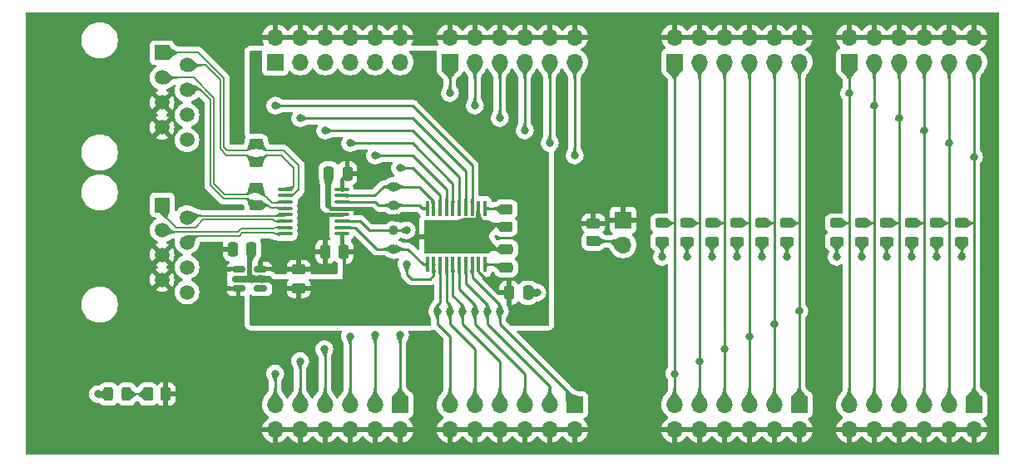
<source format=gbr>
%TF.GenerationSoftware,KiCad,Pcbnew,8.0.2*%
%TF.CreationDate,2025-01-02T13:01:10+01:00*%
%TF.ProjectId,test,74657374-2e6b-4696-9361-645f70636258,rev?*%
%TF.SameCoordinates,Original*%
%TF.FileFunction,Copper,L1,Top*%
%TF.FilePolarity,Positive*%
%FSLAX46Y46*%
G04 Gerber Fmt 4.6, Leading zero omitted, Abs format (unit mm)*
G04 Created by KiCad (PCBNEW 8.0.2) date 2025-01-02 13:01:10*
%MOMM*%
%LPD*%
G01*
G04 APERTURE LIST*
G04 Aperture macros list*
%AMRoundRect*
0 Rectangle with rounded corners*
0 $1 Rounding radius*
0 $2 $3 $4 $5 $6 $7 $8 $9 X,Y pos of 4 corners*
0 Add a 4 corners polygon primitive as box body*
4,1,4,$2,$3,$4,$5,$6,$7,$8,$9,$2,$3,0*
0 Add four circle primitives for the rounded corners*
1,1,$1+$1,$2,$3*
1,1,$1+$1,$4,$5*
1,1,$1+$1,$6,$7*
1,1,$1+$1,$8,$9*
0 Add four rect primitives between the rounded corners*
20,1,$1+$1,$2,$3,$4,$5,0*
20,1,$1+$1,$4,$5,$6,$7,0*
20,1,$1+$1,$6,$7,$8,$9,0*
20,1,$1+$1,$8,$9,$2,$3,0*%
G04 Aperture macros list end*
%TA.AperFunction,SMDPad,CuDef*%
%ADD10RoundRect,0.243750X-0.456250X0.243750X-0.456250X-0.243750X0.456250X-0.243750X0.456250X0.243750X0*%
%TD*%
%TA.AperFunction,SMDPad,CuDef*%
%ADD11RoundRect,0.250000X-0.250000X-0.475000X0.250000X-0.475000X0.250000X0.475000X-0.250000X0.475000X0*%
%TD*%
%TA.AperFunction,ComponentPad*%
%ADD12R,1.500000X1.500000*%
%TD*%
%TA.AperFunction,ComponentPad*%
%ADD13C,1.500000*%
%TD*%
%TA.AperFunction,SMDPad,CuDef*%
%ADD14RoundRect,0.250000X0.250000X0.475000X-0.250000X0.475000X-0.250000X-0.475000X0.250000X-0.475000X0*%
%TD*%
%TA.AperFunction,ComponentPad*%
%ADD15R,1.700000X1.700000*%
%TD*%
%TA.AperFunction,ComponentPad*%
%ADD16O,1.700000X1.700000*%
%TD*%
%TA.AperFunction,SMDPad,CuDef*%
%ADD17C,1.000000*%
%TD*%
%TA.AperFunction,SMDPad,CuDef*%
%ADD18RoundRect,0.243750X-0.243750X-0.456250X0.243750X-0.456250X0.243750X0.456250X-0.243750X0.456250X0*%
%TD*%
%TA.AperFunction,SMDPad,CuDef*%
%ADD19RoundRect,0.250000X-0.450000X0.262500X-0.450000X-0.262500X0.450000X-0.262500X0.450000X0.262500X0*%
%TD*%
%TA.AperFunction,SMDPad,CuDef*%
%ADD20RoundRect,0.250000X0.450000X-0.262500X0.450000X0.262500X-0.450000X0.262500X-0.450000X-0.262500X0*%
%TD*%
%TA.AperFunction,SMDPad,CuDef*%
%ADD21RoundRect,0.250000X-0.475000X0.250000X-0.475000X-0.250000X0.475000X-0.250000X0.475000X0.250000X0*%
%TD*%
%TA.AperFunction,SMDPad,CuDef*%
%ADD22RoundRect,0.150000X-0.512500X-0.150000X0.512500X-0.150000X0.512500X0.150000X-0.512500X0.150000X0*%
%TD*%
%TA.AperFunction,SMDPad,CuDef*%
%ADD23RoundRect,0.100000X-0.100000X0.687500X-0.100000X-0.687500X0.100000X-0.687500X0.100000X0.687500X0*%
%TD*%
%TA.AperFunction,ComponentPad*%
%ADD24C,0.600000*%
%TD*%
%TA.AperFunction,SMDPad,CuDef*%
%ADD25R,6.500000X3.400000*%
%TD*%
%TA.AperFunction,SMDPad,CuDef*%
%ADD26RoundRect,0.250000X0.475000X-0.250000X0.475000X0.250000X-0.475000X0.250000X-0.475000X-0.250000X0*%
%TD*%
%TA.AperFunction,SMDPad,CuDef*%
%ADD27RoundRect,0.100000X-0.637500X-0.100000X0.637500X-0.100000X0.637500X0.100000X-0.637500X0.100000X0*%
%TD*%
%TA.AperFunction,SMDPad,CuDef*%
%ADD28RoundRect,0.250000X0.262500X0.450000X-0.262500X0.450000X-0.262500X-0.450000X0.262500X-0.450000X0*%
%TD*%
%TA.AperFunction,ViaPad*%
%ADD29C,0.800000*%
%TD*%
%TA.AperFunction,Conductor*%
%ADD30C,0.250000*%
%TD*%
%TA.AperFunction,Conductor*%
%ADD31C,0.400000*%
%TD*%
%TA.AperFunction,Conductor*%
%ADD32C,0.600000*%
%TD*%
%TA.AperFunction,Conductor*%
%ADD33C,0.500000*%
%TD*%
%TA.AperFunction,Conductor*%
%ADD34C,0.200000*%
%TD*%
G04 APERTURE END LIST*
D10*
%TO.P,D11,1,K*%
%TO.N,Net-(D11-K)*%
X162560000Y-90062500D03*
%TO.P,D11,2,A*%
%TO.N,Net-(D10-A)*%
X162560000Y-91937500D03*
%TD*%
D11*
%TO.P,C3,1*%
%TO.N,+3V3*%
X141925000Y-97155000D03*
%TO.P,C3,2*%
%TO.N,GND*%
X143825000Y-97155000D03*
%TD*%
D12*
%TO.P,J2,1*%
%TO.N,/Dout_P*%
X106600000Y-88217500D03*
D13*
%TO.P,J2,2*%
%TO.N,/Dout_N*%
X109140000Y-89487500D03*
%TO.P,J2,3*%
%TO.N,/Cout_N*%
X106600000Y-90757500D03*
%TO.P,J2,4*%
%TO.N,/Cout_P*%
X109140000Y-92027500D03*
%TO.P,J2,5*%
%TO.N,+5V*%
X106600000Y-93297500D03*
%TO.P,J2,6*%
%TO.N,GND*%
X109140000Y-94567500D03*
%TO.P,J2,7*%
%TO.N,+5V*%
X106600000Y-95837500D03*
%TO.P,J2,8*%
%TO.N,GND*%
X109140000Y-97107500D03*
%TD*%
D10*
%TO.P,D3,1,K*%
%TO.N,Net-(D3-K)*%
X185420000Y-90062500D03*
%TO.P,D3,2,A*%
%TO.N,Net-(D10-A)*%
X185420000Y-91937500D03*
%TD*%
D14*
%TO.P,C5,1*%
%TO.N,+3V3*%
X125450000Y-85000000D03*
%TO.P,C5,2*%
%TO.N,GND*%
X123550000Y-85000000D03*
%TD*%
D10*
%TO.P,D9,1,K*%
%TO.N,Net-(D9-K)*%
X167640000Y-90062500D03*
%TO.P,D9,2,A*%
%TO.N,Net-(D10-A)*%
X167640000Y-91937500D03*
%TD*%
D15*
%TO.P,J3,1,Pin_1*%
%TO.N,+5V*%
X153525000Y-89750000D03*
D16*
%TO.P,J3,2,Pin_2*%
%TO.N,Net-(D10-A)*%
X153525000Y-92290000D03*
%TD*%
D15*
%TO.P,J11,1,Pin_1*%
%TO.N,Net-(D2-K)*%
X189230000Y-108580000D03*
D16*
%TO.P,J11,2,Pin_2*%
%TO.N,+5V*%
X189230000Y-111120000D03*
%TO.P,J11,3,Pin_3*%
%TO.N,Net-(D3-K)*%
X186690000Y-108580000D03*
%TO.P,J11,4,Pin_4*%
%TO.N,+5V*%
X186690000Y-111120000D03*
%TO.P,J11,5,Pin_5*%
%TO.N,Net-(D4-K)*%
X184150000Y-108580000D03*
%TO.P,J11,6,Pin_6*%
%TO.N,+5V*%
X184150000Y-111120000D03*
%TO.P,J11,7,Pin_7*%
%TO.N,Net-(D5-K)*%
X181610000Y-108580000D03*
%TO.P,J11,8,Pin_8*%
%TO.N,+5V*%
X181610000Y-111120000D03*
%TO.P,J11,9,Pin_9*%
%TO.N,Net-(D6-K)*%
X179070000Y-108580000D03*
%TO.P,J11,10,Pin_10*%
%TO.N,+5V*%
X179070000Y-111120000D03*
%TO.P,J11,11,Pin_11*%
%TO.N,Net-(D7-K)*%
X176530000Y-108580000D03*
%TO.P,J11,12,Pin_12*%
%TO.N,+5V*%
X176530000Y-111120000D03*
%TD*%
D10*
%TO.P,D12,1,K*%
%TO.N,Net-(D12-K)*%
X160020000Y-90062500D03*
%TO.P,D12,2,A*%
%TO.N,Net-(D10-A)*%
X160020000Y-91937500D03*
%TD*%
D17*
%TO.P,SCI,1*%
%TO.N,Net-(U2-ROUT2)*%
X130175000Y-88265000D03*
%TD*%
D18*
%TO.P,D1,1,K*%
%TO.N,GND*%
X101125000Y-107500000D03*
%TO.P,D1,2,A*%
%TO.N,Net-(D1-A)*%
X103000000Y-107500000D03*
%TD*%
D15*
%TO.P,J5,1,Pin_1*%
%TO.N,Net-(D7-K)*%
X135890000Y-73665000D03*
D16*
%TO.P,J5,2,Pin_2*%
%TO.N,+5V*%
X135890000Y-71125000D03*
%TO.P,J5,3,Pin_3*%
%TO.N,Net-(D6-K)*%
X138430000Y-73665000D03*
%TO.P,J5,4,Pin_4*%
%TO.N,+5V*%
X138430000Y-71125000D03*
%TO.P,J5,5,Pin_5*%
%TO.N,Net-(D5-K)*%
X140970000Y-73665000D03*
%TO.P,J5,6,Pin_6*%
%TO.N,+5V*%
X140970000Y-71125000D03*
%TO.P,J5,7,Pin_7*%
%TO.N,Net-(D4-K)*%
X143510000Y-73665000D03*
%TO.P,J5,8,Pin_8*%
%TO.N,+5V*%
X143510000Y-71125000D03*
%TO.P,J5,9,Pin_9*%
%TO.N,Net-(D3-K)*%
X146050000Y-73665000D03*
%TO.P,J5,10,Pin_10*%
%TO.N,+5V*%
X146050000Y-71125000D03*
%TO.P,J5,11,Pin_11*%
%TO.N,Net-(D2-K)*%
X148590000Y-73665000D03*
%TO.P,J5,12,Pin_12*%
%TO.N,+5V*%
X148590000Y-71125000D03*
%TD*%
D12*
%TO.P,J1,1*%
%TO.N,/Din_P*%
X106600000Y-72717500D03*
D13*
%TO.P,J1,2*%
%TO.N,/Din_N*%
X109140000Y-73987500D03*
%TO.P,J1,3*%
%TO.N,/Cin_N*%
X106600000Y-75257500D03*
%TO.P,J1,4*%
%TO.N,/Cin_P*%
X109140000Y-76527500D03*
%TO.P,J1,5*%
%TO.N,+5V*%
X106600000Y-77797500D03*
%TO.P,J1,6*%
%TO.N,GND*%
X109140000Y-79067500D03*
%TO.P,J1,7*%
%TO.N,+5V*%
X106600000Y-80337500D03*
%TO.P,J1,8*%
%TO.N,GND*%
X109140000Y-81607500D03*
%TD*%
D15*
%TO.P,J7,1,Pin_1*%
%TO.N,Net-(D7-K)*%
X176530000Y-73665000D03*
D16*
%TO.P,J7,2,Pin_2*%
%TO.N,+5V*%
X176530000Y-71125000D03*
%TO.P,J7,3,Pin_3*%
%TO.N,Net-(D6-K)*%
X179070000Y-73665000D03*
%TO.P,J7,4,Pin_4*%
%TO.N,+5V*%
X179070000Y-71125000D03*
%TO.P,J7,5,Pin_5*%
%TO.N,Net-(D5-K)*%
X181610000Y-73665000D03*
%TO.P,J7,6,Pin_6*%
%TO.N,+5V*%
X181610000Y-71125000D03*
%TO.P,J7,7,Pin_7*%
%TO.N,Net-(D4-K)*%
X184150000Y-73665000D03*
%TO.P,J7,8,Pin_8*%
%TO.N,+5V*%
X184150000Y-71125000D03*
%TO.P,J7,9,Pin_9*%
%TO.N,Net-(D3-K)*%
X186690000Y-73665000D03*
%TO.P,J7,10,Pin_10*%
%TO.N,+5V*%
X186690000Y-71125000D03*
%TO.P,J7,11,Pin_11*%
%TO.N,Net-(D2-K)*%
X189230000Y-73665000D03*
%TO.P,J7,12,Pin_12*%
%TO.N,+5V*%
X189230000Y-71125000D03*
%TD*%
D19*
%TO.P,R1,1*%
%TO.N,/Din_P*%
X116205000Y-81995000D03*
%TO.P,R1,2*%
%TO.N,/Din_N*%
X116205000Y-83820000D03*
%TD*%
D15*
%TO.P,J6,1,Pin_1*%
%TO.N,Net-(D13-K)*%
X158750000Y-73665000D03*
D16*
%TO.P,J6,2,Pin_2*%
%TO.N,+5V*%
X158750000Y-71125000D03*
%TO.P,J6,3,Pin_3*%
%TO.N,Net-(D12-K)*%
X161290000Y-73665000D03*
%TO.P,J6,4,Pin_4*%
%TO.N,+5V*%
X161290000Y-71125000D03*
%TO.P,J6,5,Pin_5*%
%TO.N,Net-(D11-K)*%
X163830000Y-73665000D03*
%TO.P,J6,6,Pin_6*%
%TO.N,+5V*%
X163830000Y-71125000D03*
%TO.P,J6,7,Pin_7*%
%TO.N,Net-(D10-K)*%
X166370000Y-73665000D03*
%TO.P,J6,8,Pin_8*%
%TO.N,+5V*%
X166370000Y-71125000D03*
%TO.P,J6,9,Pin_9*%
%TO.N,Net-(D9-K)*%
X168910000Y-73665000D03*
%TO.P,J6,10,Pin_10*%
%TO.N,+5V*%
X168910000Y-71125000D03*
%TO.P,J6,11,Pin_11*%
%TO.N,Net-(D8-K)*%
X171450000Y-73665000D03*
%TO.P,J6,12,Pin_12*%
%TO.N,+5V*%
X171450000Y-71125000D03*
%TD*%
D15*
%TO.P,J4,1,Pin_1*%
%TO.N,Net-(D13-K)*%
X118110000Y-73665000D03*
D16*
%TO.P,J4,2,Pin_2*%
%TO.N,+5V*%
X118110000Y-71125000D03*
%TO.P,J4,3,Pin_3*%
%TO.N,Net-(D12-K)*%
X120650000Y-73665000D03*
%TO.P,J4,4,Pin_4*%
%TO.N,+5V*%
X120650000Y-71125000D03*
%TO.P,J4,5,Pin_5*%
%TO.N,Net-(D11-K)*%
X123190000Y-73665000D03*
%TO.P,J4,6,Pin_6*%
%TO.N,+5V*%
X123190000Y-71125000D03*
%TO.P,J4,7,Pin_7*%
%TO.N,Net-(D10-K)*%
X125730000Y-73665000D03*
%TO.P,J4,8,Pin_8*%
%TO.N,+5V*%
X125730000Y-71125000D03*
%TO.P,J4,9,Pin_9*%
%TO.N,Net-(D9-K)*%
X128270000Y-73665000D03*
%TO.P,J4,10,Pin_10*%
%TO.N,+5V*%
X128270000Y-71125000D03*
%TO.P,J4,11,Pin_11*%
%TO.N,Net-(D8-K)*%
X130810000Y-73665000D03*
%TO.P,J4,12,Pin_12*%
%TO.N,+5V*%
X130810000Y-71125000D03*
%TD*%
D10*
%TO.P,D6,1,K*%
%TO.N,Net-(D6-K)*%
X177800000Y-90062500D03*
%TO.P,D6,2,A*%
%TO.N,Net-(D10-A)*%
X177800000Y-91937500D03*
%TD*%
%TO.P,D13,1,K*%
%TO.N,Net-(D13-K)*%
X157480000Y-90062500D03*
%TO.P,D13,2,A*%
%TO.N,Net-(D10-A)*%
X157480000Y-91937500D03*
%TD*%
D11*
%TO.P,C1,2*%
%TO.N,GND*%
X115700000Y-92750000D03*
%TO.P,C1,1*%
%TO.N,+5V*%
X113800000Y-92750000D03*
%TD*%
D10*
%TO.P,D7,1,K*%
%TO.N,Net-(D7-K)*%
X175260000Y-90062500D03*
%TO.P,D7,2,A*%
%TO.N,Net-(D10-A)*%
X175260000Y-91937500D03*
%TD*%
D20*
%TO.P,R2,1*%
%TO.N,/Cin_P*%
X116205000Y-88265000D03*
%TO.P,R2,2*%
%TO.N,/Cin_N*%
X116205000Y-86440000D03*
%TD*%
D15*
%TO.P,J8,1,Pin_1*%
%TO.N,Net-(D8-K)*%
X130810000Y-108580000D03*
D16*
%TO.P,J8,2,Pin_2*%
%TO.N,+5V*%
X130810000Y-111120000D03*
%TO.P,J8,3,Pin_3*%
%TO.N,Net-(D9-K)*%
X128270000Y-108580000D03*
%TO.P,J8,4,Pin_4*%
%TO.N,+5V*%
X128270000Y-111120000D03*
%TO.P,J8,5,Pin_5*%
%TO.N,Net-(D10-K)*%
X125730000Y-108580000D03*
%TO.P,J8,6,Pin_6*%
%TO.N,+5V*%
X125730000Y-111120000D03*
%TO.P,J8,7,Pin_7*%
%TO.N,Net-(D11-K)*%
X123190000Y-108580000D03*
%TO.P,J8,8,Pin_8*%
%TO.N,+5V*%
X123190000Y-111120000D03*
%TO.P,J8,9,Pin_9*%
%TO.N,Net-(D12-K)*%
X120650000Y-108580000D03*
%TO.P,J8,10,Pin_10*%
%TO.N,+5V*%
X120650000Y-111120000D03*
%TO.P,J8,11,Pin_11*%
%TO.N,Net-(D13-K)*%
X118110000Y-108580000D03*
%TO.P,J8,12,Pin_12*%
%TO.N,+5V*%
X118110000Y-111120000D03*
%TD*%
D15*
%TO.P,J10,1,Pin_1*%
%TO.N,Net-(D8-K)*%
X171450000Y-108580000D03*
D16*
%TO.P,J10,2,Pin_2*%
%TO.N,+5V*%
X171450000Y-111120000D03*
%TO.P,J10,3,Pin_3*%
%TO.N,Net-(D9-K)*%
X168910000Y-108580000D03*
%TO.P,J10,4,Pin_4*%
%TO.N,+5V*%
X168910000Y-111120000D03*
%TO.P,J10,5,Pin_5*%
%TO.N,Net-(D10-K)*%
X166370000Y-108580000D03*
%TO.P,J10,6,Pin_6*%
%TO.N,+5V*%
X166370000Y-111120000D03*
%TO.P,J10,7,Pin_7*%
%TO.N,Net-(D11-K)*%
X163830000Y-108580000D03*
%TO.P,J10,8,Pin_8*%
%TO.N,+5V*%
X163830000Y-111120000D03*
%TO.P,J10,9,Pin_9*%
%TO.N,Net-(D12-K)*%
X161290000Y-108580000D03*
%TO.P,J10,10,Pin_10*%
%TO.N,+5V*%
X161290000Y-111120000D03*
%TO.P,J10,11,Pin_11*%
%TO.N,Net-(D13-K)*%
X158750000Y-108580000D03*
%TO.P,J10,12,Pin_12*%
%TO.N,+5V*%
X158750000Y-111120000D03*
%TD*%
D21*
%TO.P,C2,1*%
%TO.N,+3V3*%
X120500000Y-94800000D03*
%TO.P,C2,2*%
%TO.N,GND*%
X120500000Y-96700000D03*
%TD*%
D19*
%TO.P,R4,1*%
%TO.N,Net-(U3-IREF)*%
X141605000Y-88652500D03*
%TO.P,R4,2*%
%TO.N,GND*%
X141605000Y-90477500D03*
%TD*%
D17*
%TO.P,SDI,1*%
%TO.N,Net-(U2-ROUT1)*%
X130175000Y-86360000D03*
%TD*%
D22*
%TO.P,U1,1,VIN*%
%TO.N,+5V*%
X114362500Y-94800000D03*
%TO.P,U1,2,GND*%
%TO.N,GND*%
X114362500Y-95750000D03*
%TO.P,U1,3,EN*%
%TO.N,+5V*%
X114362500Y-96700000D03*
%TO.P,U1,4,NC*%
%TO.N,unconnected-(U1-NC-Pad4)*%
X116637500Y-96700000D03*
%TO.P,U1,5,VOUT*%
%TO.N,+3V3*%
X116637500Y-94800000D03*
%TD*%
D23*
%TO.P,U3,1,IREF*%
%TO.N,Net-(U3-IREF)*%
X139450000Y-88577500D03*
%TO.P,U3,2,GND*%
%TO.N,GND*%
X138800000Y-88577500D03*
%TO.P,U3,3,OUTR0*%
%TO.N,Net-(D13-K)*%
X138150000Y-88577500D03*
%TO.P,U3,4,OUTG0*%
%TO.N,Net-(D12-K)*%
X137500000Y-88577500D03*
%TO.P,U3,5,OUTB0*%
%TO.N,Net-(D11-K)*%
X136850000Y-88577500D03*
%TO.P,U3,6,OUTR1*%
%TO.N,Net-(D10-K)*%
X136200000Y-88577500D03*
%TO.P,U3,7,OUTG1*%
%TO.N,Net-(D9-K)*%
X135550000Y-88577500D03*
%TO.P,U3,8,OUTB1*%
%TO.N,Net-(D8-K)*%
X134900000Y-88577500D03*
%TO.P,U3,9,SDTI*%
%TO.N,Net-(U2-ROUT1)*%
X134250000Y-88577500D03*
%TO.P,U3,10,SCKI*%
%TO.N,Net-(U2-ROUT2)*%
X133600000Y-88577500D03*
%TO.P,U3,11,SCKO*%
%TO.N,Net-(U2-DIN1)*%
X133600000Y-94302500D03*
%TO.P,U3,12,SDTO*%
%TO.N,Net-(U2-DIN2)*%
X134250000Y-94302500D03*
%TO.P,U3,13,OUTR2*%
%TO.N,Net-(D7-K)*%
X134900000Y-94302500D03*
%TO.P,U3,14,OUTG2*%
%TO.N,Net-(D6-K)*%
X135550000Y-94302500D03*
%TO.P,U3,15,OUTB2*%
%TO.N,Net-(D5-K)*%
X136200000Y-94302500D03*
%TO.P,U3,16,OUTR3*%
%TO.N,Net-(D4-K)*%
X136850000Y-94302500D03*
%TO.P,U3,17,OUTG3*%
%TO.N,Net-(D3-K)*%
X137500000Y-94302500D03*
%TO.P,U3,18,OUTB3*%
%TO.N,Net-(D2-K)*%
X138150000Y-94302500D03*
%TO.P,U3,19,VCC*%
%TO.N,+3V3*%
X138800000Y-94302500D03*
%TO.P,U3,20,VREG*%
%TO.N,Net-(U3-VREG)*%
X139450000Y-94302500D03*
D24*
%TO.P,U3,21,GND*%
%TO.N,GND*%
X139125000Y-90140000D03*
X137825000Y-90140000D03*
X136525000Y-90140000D03*
X135225000Y-90140000D03*
X133925000Y-90140000D03*
X139125000Y-91440000D03*
X137825000Y-91440000D03*
X136525000Y-91440000D03*
D25*
X136525000Y-91440000D03*
D24*
X135225000Y-91440000D03*
X133925000Y-91440000D03*
X139125000Y-92740000D03*
X137825000Y-92740000D03*
X136525000Y-92740000D03*
X135225000Y-92740000D03*
X133925000Y-92740000D03*
%TD*%
D26*
%TO.P,C6,1*%
%TO.N,Net-(U3-VREG)*%
X141605000Y-94640000D03*
%TO.P,C6,2*%
%TO.N,GND*%
X141605000Y-92740000D03*
%TD*%
D10*
%TO.P,D10,1,K*%
%TO.N,Net-(D10-K)*%
X165100000Y-90062500D03*
%TO.P,D10,2,A*%
%TO.N,Net-(D10-A)*%
X165100000Y-91937500D03*
%TD*%
%TO.P,D5,1,K*%
%TO.N,Net-(D5-K)*%
X180340000Y-90062500D03*
%TO.P,D5,2,A*%
%TO.N,Net-(D10-A)*%
X180340000Y-91937500D03*
%TD*%
D17*
%TO.P,SCO,1*%
%TO.N,Net-(U2-DIN1)*%
X130175000Y-92710000D03*
%TD*%
D10*
%TO.P,D4,1,K*%
%TO.N,Net-(D4-K)*%
X182880000Y-90062500D03*
%TO.P,D4,2,A*%
%TO.N,Net-(D10-A)*%
X182880000Y-91937500D03*
%TD*%
D17*
%TO.P,SDO,1*%
%TO.N,Net-(U2-DIN2)*%
X130175000Y-90805000D03*
%TD*%
D11*
%TO.P,C4,1*%
%TO.N,+3V3*%
X123195000Y-93000000D03*
%TO.P,C4,2*%
%TO.N,GND*%
X125095000Y-93000000D03*
%TD*%
D15*
%TO.P,J9,1,Pin_1*%
%TO.N,Net-(D2-K)*%
X148590000Y-108580000D03*
D16*
%TO.P,J9,2,Pin_2*%
%TO.N,+5V*%
X148590000Y-111120000D03*
%TO.P,J9,3,Pin_3*%
%TO.N,Net-(D3-K)*%
X146050000Y-108580000D03*
%TO.P,J9,4,Pin_4*%
%TO.N,+5V*%
X146050000Y-111120000D03*
%TO.P,J9,5,Pin_5*%
%TO.N,Net-(D4-K)*%
X143510000Y-108580000D03*
%TO.P,J9,6,Pin_6*%
%TO.N,+5V*%
X143510000Y-111120000D03*
%TO.P,J9,7,Pin_7*%
%TO.N,Net-(D5-K)*%
X140970000Y-108580000D03*
%TO.P,J9,8,Pin_8*%
%TO.N,+5V*%
X140970000Y-111120000D03*
%TO.P,J9,9,Pin_9*%
%TO.N,Net-(D6-K)*%
X138430000Y-108580000D03*
%TO.P,J9,10,Pin_10*%
%TO.N,+5V*%
X138430000Y-111120000D03*
%TO.P,J9,11,Pin_11*%
%TO.N,Net-(D7-K)*%
X135890000Y-108580000D03*
%TO.P,J9,12,Pin_12*%
%TO.N,+5V*%
X135890000Y-111120000D03*
%TD*%
D27*
%TO.P,U2,1,RIN1-*%
%TO.N,/Din_N*%
X119132500Y-86625000D03*
%TO.P,U2,2,RIN1+*%
%TO.N,/Din_P*%
X119132500Y-87275000D03*
%TO.P,U2,3,RIN2-*%
%TO.N,/Cin_N*%
X119132500Y-87925000D03*
%TO.P,U2,4,RIN2+*%
%TO.N,/Cin_P*%
X119132500Y-88575000D03*
%TO.P,U2,5,DOUT2-*%
%TO.N,/Dout_N*%
X119132500Y-89225000D03*
%TO.P,U2,6,DOUT2+*%
%TO.N,/Dout_P*%
X119132500Y-89875000D03*
%TO.P,U2,7,DOUT1-*%
%TO.N,/Cout_N*%
X119132500Y-90525000D03*
%TO.P,U2,8,DOUT1+*%
%TO.N,/Cout_P*%
X119132500Y-91175000D03*
%TO.P,U2,9,~{EN}*%
%TO.N,GND*%
X124857500Y-91175000D03*
%TO.P,U2,10,DIN1*%
%TO.N,Net-(U2-DIN1)*%
X124857500Y-90525000D03*
%TO.P,U2,11,DIN2*%
%TO.N,Net-(U2-DIN2)*%
X124857500Y-89875000D03*
%TO.P,U2,12,VCC*%
%TO.N,+3V3*%
X124857500Y-89225000D03*
%TO.P,U2,13,GND*%
%TO.N,GND*%
X124857500Y-88575000D03*
%TO.P,U2,14,ROUT2*%
%TO.N,Net-(U2-ROUT2)*%
X124857500Y-87925000D03*
%TO.P,U2,15,ROUT1*%
%TO.N,Net-(U2-ROUT1)*%
X124857500Y-87275000D03*
%TO.P,U2,16,EN*%
%TO.N,+3V3*%
X124857500Y-86625000D03*
%TD*%
D10*
%TO.P,D8,1,K*%
%TO.N,Net-(D8-K)*%
X170180000Y-90062500D03*
%TO.P,D8,2,A*%
%TO.N,Net-(D10-A)*%
X170180000Y-91937500D03*
%TD*%
%TO.P,D2,1,K*%
%TO.N,Net-(D2-K)*%
X187960000Y-90062500D03*
%TO.P,D2,2,A*%
%TO.N,Net-(D10-A)*%
X187960000Y-91937500D03*
%TD*%
D28*
%TO.P,R3,1*%
%TO.N,+5V*%
X106977500Y-107500000D03*
%TO.P,R3,2*%
%TO.N,Net-(D1-A)*%
X105152500Y-107500000D03*
%TD*%
D20*
%TO.P,R5,1*%
%TO.N,Net-(D10-A)*%
X150500000Y-91912500D03*
%TO.P,R5,2*%
%TO.N,+5V*%
X150500000Y-90087500D03*
%TD*%
D29*
%TO.N,GND*%
X116750000Y-95750000D03*
X116500000Y-100000000D03*
X116500000Y-99000000D03*
X130500000Y-89535000D03*
X116500000Y-98000000D03*
X100065000Y-107500000D03*
X129500000Y-95250000D03*
X115750000Y-95750000D03*
X129500000Y-96250000D03*
X129500000Y-94250000D03*
X131465000Y-89535000D03*
X129500000Y-89535000D03*
X144780000Y-97155000D03*
%TO.N,Net-(D2-K)*%
X140970000Y-99060000D03*
X148590000Y-83185000D03*
X189230000Y-83312000D03*
%TO.N,Net-(D3-K)*%
X146050000Y-81915000D03*
X139700000Y-99060000D03*
X186690000Y-81915000D03*
%TO.N,Net-(D4-K)*%
X184150000Y-80645000D03*
X143510000Y-80645000D03*
X138430000Y-99060000D03*
%TO.N,Net-(D5-K)*%
X137160000Y-99060000D03*
X140970000Y-79375000D03*
X181610000Y-79375000D03*
%TO.N,Net-(D6-K)*%
X135890000Y-99060000D03*
X138430000Y-78105000D03*
X179070000Y-78105000D03*
%TO.N,Net-(D7-K)*%
X134620000Y-99060000D03*
X135890000Y-76835000D03*
X176530000Y-76835000D03*
%TO.N,Net-(D8-K)*%
X130810000Y-101500000D03*
X171450000Y-99022500D03*
X130810000Y-84455000D03*
%TO.N,Net-(D9-K)*%
X128270000Y-101500000D03*
X168910000Y-100330000D03*
X128270000Y-83185000D03*
%TO.N,Net-(D10-K)*%
X125730000Y-81915000D03*
X166370000Y-101600000D03*
X125730000Y-101600000D03*
%TO.N,Net-(D10-A)*%
X167640000Y-93500000D03*
X170180000Y-93500000D03*
X162560000Y-93500000D03*
X182880000Y-93500000D03*
X177800000Y-93500000D03*
X160020000Y-93500000D03*
X165100000Y-93500000D03*
X175260000Y-93500000D03*
X188000000Y-93500000D03*
X180340000Y-93500000D03*
X185420000Y-93500000D03*
X157480000Y-93500000D03*
%TO.N,Net-(D11-K)*%
X163830000Y-102870000D03*
X123190000Y-80645000D03*
X123115000Y-102907500D03*
%TO.N,Net-(D12-K)*%
X120650000Y-79375000D03*
X120650000Y-104140000D03*
X161290000Y-104140000D03*
%TO.N,Net-(D13-K)*%
X118110000Y-78105000D03*
X118110000Y-105410000D03*
X158750000Y-105410000D03*
%TO.N,Net-(U2-DIN2)*%
X131500000Y-90805000D03*
X131500000Y-94250000D03*
%TD*%
D30*
%TO.N,Net-(D2-K)*%
X138150000Y-95605000D02*
X138150000Y-94302500D01*
X140970000Y-98425000D02*
X138150000Y-95605000D01*
X140970000Y-99060000D02*
X140970000Y-98425000D01*
%TO.N,Net-(U2-DIN2)*%
X127662500Y-90805000D02*
X126732500Y-89875000D01*
X126732500Y-89875000D02*
X124857500Y-89875000D01*
X131500000Y-90805000D02*
X127662500Y-90805000D01*
X133883021Y-95750000D02*
X134250000Y-95383021D01*
X131500000Y-95250000D02*
X132000000Y-95750000D01*
X134250000Y-95383021D02*
X134250000Y-94302500D01*
X131500000Y-94250000D02*
X131500000Y-95250000D01*
X132000000Y-95750000D02*
X133883021Y-95750000D01*
D31*
%TO.N,GND*%
X127825000Y-88575000D02*
X128750000Y-89500000D01*
X124857500Y-88575000D02*
X127825000Y-88575000D01*
D30*
%TO.N,Net-(U2-ROUT1)*%
X129140000Y-86360000D02*
X130175000Y-86360000D01*
X128225000Y-87275000D02*
X129140000Y-86360000D01*
X124857500Y-87275000D02*
X128225000Y-87275000D01*
%TO.N,Net-(U2-ROUT2)*%
X128642500Y-88265000D02*
X130175000Y-88265000D01*
X128302500Y-87925000D02*
X128642500Y-88265000D01*
X124857500Y-87925000D02*
X128302500Y-87925000D01*
%TO.N,Net-(U2-DIN1)*%
X128432500Y-92710000D02*
X130175000Y-92710000D01*
X126247500Y-90525000D02*
X128432500Y-92710000D01*
X124857500Y-90525000D02*
X126247500Y-90525000D01*
D32*
%TO.N,GND*%
X130500000Y-89535000D02*
X131465000Y-89535000D01*
D30*
%TO.N,Net-(D8-K)*%
X130810000Y-107950000D02*
X130810000Y-101500000D01*
%TO.N,Net-(D9-K)*%
X128270000Y-107950000D02*
X128270000Y-101500000D01*
D32*
%TO.N,GND*%
X117500000Y-95750000D02*
X118250000Y-96500000D01*
X116750000Y-95750000D02*
X117500000Y-95750000D01*
X114362500Y-95750000D02*
X115750000Y-95750000D01*
X115750000Y-95750000D02*
X116750000Y-95750000D01*
D33*
X115500000Y-92950000D02*
X115700000Y-92750000D01*
X115500000Y-95500000D02*
X115500000Y-92950000D01*
D30*
%TO.N,Net-(U2-DIN1)*%
X133201250Y-94302500D02*
X133600000Y-94302500D01*
X131608750Y-92710000D02*
X133201250Y-94302500D01*
X130175000Y-92710000D02*
X131608750Y-92710000D01*
%TO.N,Net-(U2-ROUT2)*%
X133088750Y-88577500D02*
X133600000Y-88577500D01*
X132776250Y-88265000D02*
X133088750Y-88577500D01*
X130175000Y-88265000D02*
X132776250Y-88265000D01*
%TO.N,+3V3*%
X138800000Y-95041041D02*
X138800000Y-94302500D01*
X140278959Y-96520000D02*
X138800000Y-95041041D01*
D31*
X124857500Y-85592500D02*
X125450000Y-85000000D01*
D30*
X140335000Y-96520000D02*
X140278959Y-96520000D01*
D31*
X124857500Y-86625000D02*
X124857500Y-85592500D01*
X124857500Y-89225000D02*
X123190000Y-89225000D01*
%TO.N,GND*%
X124857500Y-91175000D02*
X124857500Y-92762500D01*
D30*
X138800000Y-89815000D02*
X139125000Y-90140000D01*
X139125000Y-90140000D02*
X141267500Y-90140000D01*
X139125000Y-92740000D02*
X141605000Y-92740000D01*
D31*
X123825000Y-88575000D02*
X124857500Y-88575000D01*
D30*
X101125000Y-107500000D02*
X100065000Y-107500000D01*
X109172500Y-94600000D02*
X109140000Y-94567500D01*
D31*
X123500000Y-88250000D02*
X123825000Y-88575000D01*
X124857500Y-92762500D02*
X125095000Y-93000000D01*
D32*
X129500000Y-89535000D02*
X130500000Y-89535000D01*
X123500000Y-85050000D02*
X123500000Y-88250000D01*
X123550000Y-85000000D02*
X123500000Y-85050000D01*
D30*
X138800000Y-88577500D02*
X138800000Y-89815000D01*
D32*
X144780000Y-97155000D02*
X143825000Y-97155000D01*
D30*
X125100000Y-93005000D02*
X125095000Y-93000000D01*
X141267500Y-90140000D02*
X141605000Y-90477500D01*
D34*
%TO.N,Net-(D1-A)*%
X103000000Y-107500000D02*
X105152500Y-107500000D01*
%TO.N,/Din_P*%
X115269999Y-82682500D02*
X113248186Y-82682500D01*
X116205000Y-81995000D02*
X116392500Y-81995000D01*
X113248186Y-82682500D02*
X112900000Y-82334314D01*
X118980391Y-82682500D02*
X120523000Y-84225109D01*
X117080000Y-82682500D02*
X118980391Y-82682500D01*
X112900000Y-75334314D02*
X110283186Y-72717500D01*
X120523000Y-84225109D02*
X120523000Y-86646100D01*
X110283186Y-72717500D02*
X106600000Y-72717500D01*
X116205000Y-81995000D02*
X115957499Y-81995000D01*
X116392500Y-81995000D02*
X117080000Y-82682500D01*
X119894100Y-87275000D02*
X119132500Y-87275000D01*
X120523000Y-86646100D02*
X119894100Y-87275000D01*
X112900000Y-82334314D02*
X112900000Y-75334314D01*
X115957499Y-81995000D02*
X115269999Y-82682500D01*
%TO.N,/Din_N*%
X117080000Y-83132500D02*
X118692500Y-83132500D01*
X113132500Y-83132500D02*
X112500000Y-82500000D01*
X116205000Y-83820000D02*
X115951000Y-83820000D01*
X112500000Y-75500000D02*
X110987500Y-73987500D01*
X118692500Y-83132500D02*
X120015000Y-84455000D01*
X115951000Y-83820000D02*
X115263500Y-83132500D01*
X120015000Y-86360000D02*
X119750000Y-86625000D01*
X110987500Y-73987500D02*
X109140000Y-73987500D01*
X116205000Y-83820000D02*
X116392500Y-83820000D01*
X116392500Y-83820000D02*
X117080000Y-83132500D01*
X115263500Y-83132500D02*
X113132500Y-83132500D01*
X112500000Y-82500000D02*
X112500000Y-75500000D01*
X120015000Y-84455000D02*
X120015000Y-86360000D01*
X119750000Y-86625000D02*
X119132500Y-86625000D01*
%TO.N,/Cin_P*%
X111500000Y-77500000D02*
X110527500Y-76527500D01*
X110527500Y-76527500D02*
X109140000Y-76527500D01*
X117393603Y-88265000D02*
X116205000Y-88265000D01*
D30*
X116515000Y-88575000D02*
X116205000Y-88265000D01*
D34*
X115330000Y-87577500D02*
X112884315Y-87577500D01*
X117603603Y-88475000D02*
X117393603Y-88265000D01*
X112884315Y-87577500D02*
X111500000Y-86193185D01*
X119132500Y-88575000D02*
X118595000Y-88575000D01*
X116017500Y-88265000D02*
X115330000Y-87577500D01*
X118595000Y-88575000D02*
X118495000Y-88475000D01*
X111500000Y-86193185D02*
X111500000Y-77500000D01*
X118495000Y-88475000D02*
X117603603Y-88475000D01*
X116205000Y-88265000D02*
X116017500Y-88265000D01*
D30*
%TO.N,/Cin_N*%
X115725000Y-86440000D02*
X116205000Y-86440000D01*
D34*
X111900000Y-77334314D02*
X109823186Y-75257500D01*
X109823186Y-75257500D02*
X106600000Y-75257500D01*
X118495000Y-88025000D02*
X117790000Y-88025000D01*
X116205000Y-86440000D02*
X116017500Y-86440000D01*
X118595000Y-87925000D02*
X118495000Y-88025000D01*
X115330000Y-87127500D02*
X113000000Y-87127500D01*
X116017500Y-86440000D02*
X115330000Y-87127500D01*
X111900000Y-86027500D02*
X111900000Y-77334314D01*
X119132500Y-87925000D02*
X118595000Y-87925000D01*
X113000000Y-87127500D02*
X111900000Y-86027500D01*
X117790000Y-88025000D02*
X116205000Y-86440000D01*
%TO.N,/Dout_N*%
X119032500Y-89325000D02*
X109302500Y-89325000D01*
X119132500Y-89225000D02*
X119032500Y-89325000D01*
X109302500Y-89325000D02*
X109140000Y-89487500D01*
%TO.N,/Dout_P*%
X110775000Y-89725000D02*
X109962500Y-90537500D01*
X117876249Y-89725000D02*
X110775000Y-89725000D01*
X118026249Y-89875000D02*
X117876249Y-89725000D01*
X109962500Y-90537500D02*
X108058447Y-90537500D01*
X106600000Y-89079053D02*
X106600000Y-88217500D01*
X108058447Y-90537500D02*
X106600000Y-89079053D01*
X119132500Y-89875000D02*
X118026249Y-89875000D01*
%TO.N,/Cout_N*%
X114643064Y-90625000D02*
X114290564Y-90977500D01*
X106820000Y-90977500D02*
X106600000Y-90757500D01*
X118026249Y-90525000D02*
X117926249Y-90625000D01*
X119132500Y-90525000D02*
X118026249Y-90525000D01*
X117926249Y-90625000D02*
X114643064Y-90625000D01*
X114290564Y-90977500D02*
X106820000Y-90977500D01*
%TO.N,/Cout_P*%
X118026249Y-91175000D02*
X117926249Y-91075000D01*
X114456250Y-91377500D02*
X109790000Y-91377500D01*
X109790000Y-91377500D02*
X109140000Y-92027500D01*
X114758750Y-91075000D02*
X114456250Y-91377500D01*
X117926249Y-91075000D02*
X114758750Y-91075000D01*
X119132500Y-91175000D02*
X118026249Y-91175000D01*
D30*
%TO.N,Net-(D2-K)*%
X189230000Y-88900000D02*
X189230000Y-90000000D01*
X187960000Y-90062500D02*
X189167500Y-90062500D01*
X148590000Y-83185000D02*
X148590000Y-74295000D01*
X140970000Y-99060000D02*
X140970000Y-100330000D01*
X189167500Y-90062500D02*
X189230000Y-90000000D01*
X189230000Y-90000000D02*
X189230000Y-107950000D01*
X189230000Y-74295000D02*
X189230000Y-88900000D01*
X140970000Y-100330000D02*
X148590000Y-107950000D01*
%TO.N,Net-(D3-K)*%
X186627500Y-90062500D02*
X186690000Y-90000000D01*
X186690000Y-74295000D02*
X186690000Y-88900000D01*
X139700000Y-99060000D02*
X139700000Y-100330000D01*
X146050000Y-81915000D02*
X146050000Y-74295000D01*
X139700000Y-98425000D02*
X137500000Y-96225000D01*
X139700000Y-100330000D02*
X146050000Y-106680000D01*
X186690000Y-90000000D02*
X186690000Y-107950000D01*
X146050000Y-106680000D02*
X146050000Y-107950000D01*
X139700000Y-99060000D02*
X139700000Y-98425000D01*
X186690000Y-88900000D02*
X186690000Y-90000000D01*
X137500000Y-96225000D02*
X137500000Y-94302500D01*
X185420000Y-90062500D02*
X186627500Y-90062500D01*
%TO.N,Net-(D4-K)*%
X138430000Y-100330000D02*
X143510000Y-105410000D01*
X184150000Y-74295000D02*
X184150000Y-88900000D01*
X184087500Y-90062500D02*
X184150000Y-90000000D01*
X184150000Y-88900000D02*
X184150000Y-90000000D01*
X184150000Y-90000000D02*
X184150000Y-107950000D01*
X138430000Y-99060000D02*
X138430000Y-98425000D01*
X136850000Y-96845000D02*
X136850000Y-94302500D01*
X138430000Y-99060000D02*
X138430000Y-100330000D01*
X138430000Y-98425000D02*
X136850000Y-96845000D01*
X143510000Y-80645000D02*
X143510000Y-74295000D01*
X143510000Y-105410000D02*
X143510000Y-107950000D01*
X182880000Y-90062500D02*
X184087500Y-90062500D01*
%TO.N,Net-(D5-K)*%
X137160000Y-100330000D02*
X140970000Y-104140000D01*
X181610000Y-88900000D02*
X181610000Y-90000000D01*
X140970000Y-104140000D02*
X140970000Y-107950000D01*
X181610000Y-74295000D02*
X181610000Y-88900000D01*
X181610000Y-90000000D02*
X181610000Y-107950000D01*
X181547500Y-90062500D02*
X181610000Y-90000000D01*
X137160000Y-99060000D02*
X137160000Y-100330000D01*
X137160000Y-98425000D02*
X136200000Y-97465000D01*
X136200000Y-97465000D02*
X136200000Y-94302500D01*
X140970000Y-79375000D02*
X140970000Y-74295000D01*
X137160000Y-99060000D02*
X137160000Y-98425000D01*
X180340000Y-90062500D02*
X181547500Y-90062500D01*
%TO.N,Net-(D6-K)*%
X138430000Y-78105000D02*
X138430000Y-74295000D01*
X138430000Y-102870000D02*
X138430000Y-107950000D01*
X179070000Y-88900000D02*
X179070000Y-107950000D01*
X135890000Y-99060000D02*
X135890000Y-100330000D01*
X179007500Y-90062500D02*
X179070000Y-90000000D01*
X135550000Y-98085000D02*
X135550000Y-94302500D01*
X135890000Y-100330000D02*
X138430000Y-102870000D01*
X179070000Y-74295000D02*
X179070000Y-88900000D01*
X135890000Y-98425000D02*
X135550000Y-98085000D01*
X177800000Y-90062500D02*
X179007500Y-90062500D01*
X135890000Y-98425000D02*
X135890000Y-99060000D01*
%TO.N,Net-(D7-K)*%
X134620000Y-100330000D02*
X135890000Y-101600000D01*
X176530000Y-74295000D02*
X176530000Y-88900000D01*
X176530000Y-88900000D02*
X176530000Y-90000000D01*
X134620000Y-99060000D02*
X134620000Y-100330000D01*
X134620000Y-98425000D02*
X134900000Y-98145000D01*
X134620000Y-99060000D02*
X134620000Y-98425000D01*
X175260000Y-90062500D02*
X176467500Y-90062500D01*
X176530000Y-90000000D02*
X176530000Y-107950000D01*
X176467500Y-90062500D02*
X176530000Y-90000000D01*
X135890000Y-76835000D02*
X135890000Y-74295000D01*
X134900000Y-98145000D02*
X134900000Y-94302500D01*
X135890000Y-101600000D02*
X135890000Y-107950000D01*
%TO.N,Net-(D8-K)*%
X171387500Y-90062500D02*
X171450000Y-90000000D01*
X171450000Y-88900000D02*
X171450000Y-90000000D01*
X170180000Y-90062500D02*
X171387500Y-90062500D01*
X171450000Y-90000000D02*
X171450000Y-107950000D01*
X130810000Y-84455000D02*
X132078604Y-84455000D01*
X134900000Y-87276396D02*
X134900000Y-88577500D01*
X132078604Y-84455000D02*
X134900000Y-87276396D01*
X171450000Y-74295000D02*
X171450000Y-88900000D01*
%TO.N,Net-(D9-K)*%
X128270000Y-83185000D02*
X132080000Y-83185000D01*
X168847500Y-90062500D02*
X168910000Y-90000000D01*
X135550000Y-86655000D02*
X135550000Y-88577500D01*
X167640000Y-90062500D02*
X168847500Y-90062500D01*
X132080000Y-83185000D02*
X135550000Y-86655000D01*
X168910000Y-90000000D02*
X168910000Y-107950000D01*
X168910000Y-88900000D02*
X168910000Y-90000000D01*
X168910000Y-74295000D02*
X168910000Y-88900000D01*
%TO.N,Net-(D10-K)*%
X166370000Y-88900000D02*
X166370000Y-74295000D01*
X165100000Y-90062500D02*
X166307500Y-90062500D01*
X166307500Y-90062500D02*
X166370000Y-90000000D01*
X166370000Y-90000000D02*
X166370000Y-88900000D01*
X136200000Y-86036396D02*
X136200000Y-88577500D01*
X166370000Y-107950000D02*
X166370000Y-90000000D01*
X125730000Y-107950000D02*
X125730000Y-101600000D01*
X125730000Y-81915000D02*
X132078604Y-81915000D01*
X132078604Y-81915000D02*
X136200000Y-86036396D01*
%TO.N,Net-(D10-A)*%
X157480000Y-93500000D02*
X157480000Y-91937500D01*
X175260000Y-93500000D02*
X175260000Y-91937500D01*
X160020000Y-93500000D02*
X160020000Y-91937500D01*
X188000000Y-91977500D02*
X187960000Y-91937500D01*
X180340000Y-93500000D02*
X180340000Y-91937500D01*
X167640000Y-93500000D02*
X167640000Y-91937500D01*
X150500000Y-91912500D02*
X153147500Y-91912500D01*
X185420000Y-93500000D02*
X185420000Y-91937500D01*
X182880000Y-93500000D02*
X182880000Y-91937500D01*
X177800000Y-93500000D02*
X177800000Y-91937500D01*
X162560000Y-93500000D02*
X162560000Y-91937500D01*
X165100000Y-93500000D02*
X165100000Y-91937500D01*
X153147500Y-91912500D02*
X153525000Y-92290000D01*
X170180000Y-93500000D02*
X170180000Y-91937500D01*
X188000000Y-93500000D02*
X188000000Y-91977500D01*
%TO.N,Net-(D11-K)*%
X123190000Y-102982500D02*
X123115000Y-102907500D01*
X163830000Y-107950000D02*
X163830000Y-90000000D01*
X136850000Y-85415000D02*
X136850000Y-88577500D01*
X163830000Y-90000000D02*
X163830000Y-88900000D01*
X162560000Y-90062500D02*
X163767500Y-90062500D01*
X163767500Y-90062500D02*
X163830000Y-90000000D01*
X123190000Y-80645000D02*
X132080000Y-80645000D01*
X123190000Y-107950000D02*
X123190000Y-102945000D01*
X163830000Y-88900000D02*
X163830000Y-74295000D01*
X132080000Y-80645000D02*
X136850000Y-85415000D01*
%TO.N,Net-(D12-K)*%
X132078604Y-79375000D02*
X137500000Y-84796396D01*
X160020000Y-90062500D02*
X161227500Y-90062500D01*
X120650000Y-107950000D02*
X120650000Y-104140000D01*
X137500000Y-84796396D02*
X137500000Y-88577500D01*
X161290000Y-88900000D02*
X161290000Y-74295000D01*
X120650000Y-79375000D02*
X132078604Y-79375000D01*
X161290000Y-107950000D02*
X161290000Y-90000000D01*
X161227500Y-90062500D02*
X161290000Y-90000000D01*
X161290000Y-90000000D02*
X161290000Y-88900000D01*
%TO.N,Net-(D13-K)*%
X118110000Y-107950000D02*
X118110000Y-105410000D01*
X158687500Y-90062500D02*
X158750000Y-90000000D01*
X158750000Y-107950000D02*
X158750000Y-90000000D01*
X158750000Y-88900000D02*
X158750000Y-74295000D01*
X138150000Y-84175000D02*
X138150000Y-88577500D01*
X132080000Y-78105000D02*
X138150000Y-84175000D01*
X157480000Y-90062500D02*
X158687500Y-90062500D01*
X158750000Y-90000000D02*
X158750000Y-88900000D01*
X118110000Y-78105000D02*
X132080000Y-78105000D01*
%TO.N,Net-(U3-VREG)*%
X139450000Y-94302500D02*
X141267500Y-94302500D01*
X141267500Y-94302500D02*
X141605000Y-94640000D01*
%TO.N,Net-(U3-IREF)*%
X139450000Y-88577500D02*
X141530000Y-88577500D01*
X141530000Y-88577500D02*
X141605000Y-88652500D01*
%TO.N,Net-(U2-DIN2)*%
X134307500Y-94302500D02*
X134250000Y-94302500D01*
%TO.N,Net-(U2-ROUT1)*%
X130175000Y-86360000D02*
X132771041Y-86360000D01*
X132771041Y-86360000D02*
X134250000Y-87838959D01*
X134250000Y-87838959D02*
X134250000Y-88577500D01*
%TD*%
%TA.AperFunction,Conductor*%
%TO.N,+3V3*%
G36*
X116731753Y-72519685D02*
G01*
X116777508Y-72572489D01*
X116787452Y-72641647D01*
X116780896Y-72667332D01*
X116765909Y-72707514D01*
X116765908Y-72707516D01*
X116759501Y-72767116D01*
X116759500Y-72767135D01*
X116759500Y-74562870D01*
X116759501Y-74562876D01*
X116765908Y-74622483D01*
X116816202Y-74757328D01*
X116816206Y-74757335D01*
X116902452Y-74872544D01*
X116902455Y-74872547D01*
X117017664Y-74958793D01*
X117017671Y-74958797D01*
X117152517Y-75009091D01*
X117152516Y-75009091D01*
X117159444Y-75009835D01*
X117212127Y-75015500D01*
X119007872Y-75015499D01*
X119067483Y-75009091D01*
X119202331Y-74958796D01*
X119317546Y-74872546D01*
X119403796Y-74757331D01*
X119452810Y-74625916D01*
X119494681Y-74569984D01*
X119560145Y-74545566D01*
X119628418Y-74560417D01*
X119656673Y-74581569D01*
X119778599Y-74703495D01*
X119875384Y-74771265D01*
X119972165Y-74839032D01*
X119972167Y-74839033D01*
X119972170Y-74839035D01*
X120186337Y-74938903D01*
X120414592Y-75000063D01*
X120591034Y-75015500D01*
X120649999Y-75020659D01*
X120650000Y-75020659D01*
X120650001Y-75020659D01*
X120708966Y-75015500D01*
X120885408Y-75000063D01*
X121113663Y-74938903D01*
X121327830Y-74839035D01*
X121521401Y-74703495D01*
X121688495Y-74536401D01*
X121818425Y-74350842D01*
X121873002Y-74307217D01*
X121942500Y-74300023D01*
X122004855Y-74331546D01*
X122021575Y-74350842D01*
X122151500Y-74536395D01*
X122151505Y-74536401D01*
X122318599Y-74703495D01*
X122415384Y-74771265D01*
X122512165Y-74839032D01*
X122512167Y-74839033D01*
X122512170Y-74839035D01*
X122726337Y-74938903D01*
X122954592Y-75000063D01*
X123131034Y-75015500D01*
X123189999Y-75020659D01*
X123190000Y-75020659D01*
X123190001Y-75020659D01*
X123248966Y-75015500D01*
X123425408Y-75000063D01*
X123653663Y-74938903D01*
X123867830Y-74839035D01*
X124061401Y-74703495D01*
X124228495Y-74536401D01*
X124358425Y-74350842D01*
X124413002Y-74307217D01*
X124482500Y-74300023D01*
X124544855Y-74331546D01*
X124561575Y-74350842D01*
X124691500Y-74536395D01*
X124691505Y-74536401D01*
X124858599Y-74703495D01*
X124955384Y-74771265D01*
X125052165Y-74839032D01*
X125052167Y-74839033D01*
X125052170Y-74839035D01*
X125266337Y-74938903D01*
X125494592Y-75000063D01*
X125671034Y-75015500D01*
X125729999Y-75020659D01*
X125730000Y-75020659D01*
X125730001Y-75020659D01*
X125788966Y-75015500D01*
X125965408Y-75000063D01*
X126193663Y-74938903D01*
X126407830Y-74839035D01*
X126601401Y-74703495D01*
X126768495Y-74536401D01*
X126898425Y-74350842D01*
X126953002Y-74307217D01*
X127022500Y-74300023D01*
X127084855Y-74331546D01*
X127101575Y-74350842D01*
X127231500Y-74536395D01*
X127231505Y-74536401D01*
X127398599Y-74703495D01*
X127495384Y-74771265D01*
X127592165Y-74839032D01*
X127592167Y-74839033D01*
X127592170Y-74839035D01*
X127806337Y-74938903D01*
X128034592Y-75000063D01*
X128211034Y-75015500D01*
X128269999Y-75020659D01*
X128270000Y-75020659D01*
X128270001Y-75020659D01*
X128328966Y-75015500D01*
X128505408Y-75000063D01*
X128733663Y-74938903D01*
X128947830Y-74839035D01*
X129141401Y-74703495D01*
X129308495Y-74536401D01*
X129438425Y-74350842D01*
X129493002Y-74307217D01*
X129562500Y-74300023D01*
X129624855Y-74331546D01*
X129641575Y-74350842D01*
X129771500Y-74536395D01*
X129771505Y-74536401D01*
X129938599Y-74703495D01*
X130035384Y-74771265D01*
X130132165Y-74839032D01*
X130132167Y-74839033D01*
X130132170Y-74839035D01*
X130346337Y-74938903D01*
X130574592Y-75000063D01*
X130751034Y-75015500D01*
X130809999Y-75020659D01*
X130810000Y-75020659D01*
X130810001Y-75020659D01*
X130868966Y-75015500D01*
X131045408Y-75000063D01*
X131273663Y-74938903D01*
X131487830Y-74839035D01*
X131681401Y-74703495D01*
X131848495Y-74536401D01*
X131984035Y-74342830D01*
X132083903Y-74128663D01*
X132145063Y-73900408D01*
X132165659Y-73665000D01*
X132145063Y-73429592D01*
X132083903Y-73201337D01*
X131984035Y-72987171D01*
X131978425Y-72979158D01*
X131848494Y-72793597D01*
X131766578Y-72711681D01*
X131733093Y-72650358D01*
X131738077Y-72580666D01*
X131779949Y-72524733D01*
X131845413Y-72500316D01*
X131854259Y-72500000D01*
X134444714Y-72500000D01*
X134511753Y-72519685D01*
X134557508Y-72572489D01*
X134567452Y-72641647D01*
X134560896Y-72667332D01*
X134545909Y-72707514D01*
X134545908Y-72707516D01*
X134539501Y-72767116D01*
X134539500Y-72767135D01*
X134539500Y-74562870D01*
X134539501Y-74562876D01*
X134545908Y-74622483D01*
X134596202Y-74757328D01*
X134596204Y-74757331D01*
X134640964Y-74817123D01*
X134643037Y-74819977D01*
X134654347Y-74836017D01*
X134657235Y-74839361D01*
X134662653Y-74846096D01*
X134682451Y-74872543D01*
X134682452Y-74872544D01*
X134682454Y-74872546D01*
X134725039Y-74904425D01*
X134736174Y-74913832D01*
X134758607Y-74935167D01*
X134791884Y-74958797D01*
X134856934Y-75004990D01*
X134870118Y-75015789D01*
X134958422Y-75098906D01*
X134967771Y-75108725D01*
X135072583Y-75231609D01*
X135079228Y-75240126D01*
X135195512Y-75403337D01*
X135200293Y-75410569D01*
X135246277Y-75485738D01*
X135264500Y-75550446D01*
X135264500Y-75974539D01*
X135261571Y-76001332D01*
X135260109Y-76007935D01*
X135260107Y-76007950D01*
X135254020Y-76088943D01*
X135238683Y-76140015D01*
X135228465Y-76158349D01*
X135225890Y-76162754D01*
X135165933Y-76260634D01*
X135153422Y-76282237D01*
X135152877Y-76283236D01*
X135141864Y-76304572D01*
X135071259Y-76449736D01*
X135067616Y-76457509D01*
X135062861Y-76466623D01*
X135062819Y-76466719D01*
X135058037Y-76481434D01*
X135056340Y-76486307D01*
X135040904Y-76527836D01*
X135040899Y-76527854D01*
X135040735Y-76528981D01*
X135035975Y-76549335D01*
X135004326Y-76646744D01*
X134984540Y-76835000D01*
X135004326Y-77023256D01*
X135004327Y-77023259D01*
X135062818Y-77203277D01*
X135062821Y-77203284D01*
X135157467Y-77367216D01*
X135215899Y-77432111D01*
X135284129Y-77507888D01*
X135437265Y-77619148D01*
X135437270Y-77619151D01*
X135610192Y-77696142D01*
X135610197Y-77696144D01*
X135795354Y-77735500D01*
X135795355Y-77735500D01*
X135984644Y-77735500D01*
X135984646Y-77735500D01*
X136169803Y-77696144D01*
X136342730Y-77619151D01*
X136495871Y-77507888D01*
X136622533Y-77367216D01*
X136717179Y-77203284D01*
X136775674Y-77023256D01*
X136795460Y-76835000D01*
X136775674Y-76646744D01*
X136717179Y-76466716D01*
X136717179Y-76466715D01*
X136716241Y-76465091D01*
X136710676Y-76453642D01*
X136710647Y-76453657D01*
X136638140Y-76304587D01*
X136638131Y-76304569D01*
X136626987Y-76282991D01*
X136626443Y-76281997D01*
X136614063Y-76260633D01*
X136554106Y-76162754D01*
X136551534Y-76158353D01*
X136541313Y-76140012D01*
X136525978Y-76088940D01*
X136519894Y-76007967D01*
X136519891Y-76007941D01*
X136516246Y-75974888D01*
X136515500Y-75961301D01*
X136515500Y-75550444D01*
X136533720Y-75485739D01*
X136579721Y-75410540D01*
X136584484Y-75403337D01*
X136700776Y-75240113D01*
X136707400Y-75231624D01*
X136812232Y-75108717D01*
X136821563Y-75098917D01*
X136909875Y-75015791D01*
X136923046Y-75005001D01*
X137021392Y-74935166D01*
X137054762Y-74909307D01*
X137056256Y-74908046D01*
X137066342Y-74897733D01*
X137080681Y-74885170D01*
X137097546Y-74872546D01*
X137114055Y-74850491D01*
X137122456Y-74840689D01*
X137123613Y-74839184D01*
X137123703Y-74839034D01*
X137124436Y-74837797D01*
X137131774Y-74826821D01*
X137183796Y-74757331D01*
X137214130Y-74676000D01*
X137256000Y-74620068D01*
X137321464Y-74595651D01*
X137389737Y-74610502D01*
X137428154Y-74643161D01*
X137475127Y-74703498D01*
X137602888Y-74867612D01*
X137603062Y-74867851D01*
X137604602Y-74869815D01*
X137604878Y-74870168D01*
X137605003Y-74870329D01*
X137605117Y-74870471D01*
X137605399Y-74870831D01*
X137605400Y-74870832D01*
X137710691Y-75005108D01*
X137726414Y-75031238D01*
X137762690Y-75112822D01*
X137772637Y-75149590D01*
X137801404Y-75410071D01*
X137803355Y-75424320D01*
X137804500Y-75441135D01*
X137804500Y-77244539D01*
X137801571Y-77271332D01*
X137800109Y-77277935D01*
X137800107Y-77277950D01*
X137794020Y-77358943D01*
X137778683Y-77410015D01*
X137768465Y-77428349D01*
X137765890Y-77432754D01*
X137705933Y-77530634D01*
X137693422Y-77552237D01*
X137692877Y-77553236D01*
X137681864Y-77574572D01*
X137611259Y-77719736D01*
X137607616Y-77727509D01*
X137602861Y-77736623D01*
X137602819Y-77736719D01*
X137598037Y-77751434D01*
X137596340Y-77756307D01*
X137580904Y-77797836D01*
X137580899Y-77797854D01*
X137580735Y-77798981D01*
X137575975Y-77819335D01*
X137544326Y-77916744D01*
X137524540Y-78105000D01*
X137544326Y-78293256D01*
X137544327Y-78293259D01*
X137602818Y-78473277D01*
X137602821Y-78473284D01*
X137697467Y-78637216D01*
X137816235Y-78769121D01*
X137824129Y-78777888D01*
X137977265Y-78889148D01*
X137977270Y-78889151D01*
X138150192Y-78966142D01*
X138150197Y-78966144D01*
X138335354Y-79005500D01*
X138335355Y-79005500D01*
X138524644Y-79005500D01*
X138524646Y-79005500D01*
X138709803Y-78966144D01*
X138882730Y-78889151D01*
X139035871Y-78777888D01*
X139162533Y-78637216D01*
X139257179Y-78473284D01*
X139315674Y-78293256D01*
X139335460Y-78105000D01*
X139315674Y-77916744D01*
X139257179Y-77736716D01*
X139257179Y-77736715D01*
X139256241Y-77735091D01*
X139250676Y-77723642D01*
X139250647Y-77723657D01*
X139245626Y-77713335D01*
X139178131Y-77574569D01*
X139166987Y-77552991D01*
X139166443Y-77551997D01*
X139154063Y-77530633D01*
X139115321Y-77467387D01*
X139094111Y-77432762D01*
X139091534Y-77428353D01*
X139081313Y-77410012D01*
X139065978Y-77358940D01*
X139059894Y-77277967D01*
X139059891Y-77277941D01*
X139056246Y-77244888D01*
X139055500Y-77231301D01*
X139055500Y-75437815D01*
X139058456Y-75414549D01*
X139057797Y-75414428D01*
X139058596Y-75410069D01*
X139058950Y-75406867D01*
X139087361Y-75149586D01*
X139097308Y-75112819D01*
X139099127Y-75108729D01*
X139133582Y-75031238D01*
X139149305Y-75005108D01*
X139223887Y-74909996D01*
X139224396Y-74909633D01*
X139255715Y-74869401D01*
X139255716Y-74869402D01*
X139432825Y-74641899D01*
X139458160Y-74606278D01*
X139459261Y-74604579D01*
X139481490Y-74566780D01*
X139585537Y-74370868D01*
X139593460Y-74357930D01*
X139598428Y-74350836D01*
X139653001Y-74307215D01*
X139722500Y-74300023D01*
X139784854Y-74331545D01*
X139801570Y-74350835D01*
X139801575Y-74350842D01*
X139806520Y-74357903D01*
X139814457Y-74370862D01*
X139918506Y-74566778D01*
X139918514Y-74566792D01*
X139918516Y-74566795D01*
X139940736Y-74604580D01*
X139941827Y-74606264D01*
X139941837Y-74606278D01*
X139967173Y-74641900D01*
X140015127Y-74703498D01*
X140142888Y-74867612D01*
X140143062Y-74867851D01*
X140144602Y-74869815D01*
X140144878Y-74870168D01*
X140145003Y-74870329D01*
X140145117Y-74870471D01*
X140145399Y-74870831D01*
X140145400Y-74870832D01*
X140250691Y-75005108D01*
X140266414Y-75031238D01*
X140302690Y-75112822D01*
X140312637Y-75149590D01*
X140341404Y-75410071D01*
X140343355Y-75424320D01*
X140344500Y-75441135D01*
X140344500Y-78514539D01*
X140341571Y-78541332D01*
X140340109Y-78547935D01*
X140340107Y-78547950D01*
X140334020Y-78628943D01*
X140318683Y-78680015D01*
X140308465Y-78698349D01*
X140305890Y-78702754D01*
X140245933Y-78800634D01*
X140233422Y-78822237D01*
X140232877Y-78823236D01*
X140221864Y-78844572D01*
X140151259Y-78989736D01*
X140147616Y-78997509D01*
X140142861Y-79006623D01*
X140142819Y-79006719D01*
X140138037Y-79021434D01*
X140136340Y-79026307D01*
X140120904Y-79067836D01*
X140120899Y-79067854D01*
X140120735Y-79068981D01*
X140115975Y-79089335D01*
X140084326Y-79186744D01*
X140064540Y-79375000D01*
X140084326Y-79563256D01*
X140084327Y-79563259D01*
X140142818Y-79743277D01*
X140142821Y-79743284D01*
X140237467Y-79907216D01*
X140356235Y-80039121D01*
X140364129Y-80047888D01*
X140517265Y-80159148D01*
X140517270Y-80159151D01*
X140690192Y-80236142D01*
X140690197Y-80236144D01*
X140875354Y-80275500D01*
X140875355Y-80275500D01*
X141064644Y-80275500D01*
X141064646Y-80275500D01*
X141249803Y-80236144D01*
X141422730Y-80159151D01*
X141575871Y-80047888D01*
X141702533Y-79907216D01*
X141797179Y-79743284D01*
X141855674Y-79563256D01*
X141875460Y-79375000D01*
X141855674Y-79186744D01*
X141797179Y-79006716D01*
X141797179Y-79006715D01*
X141796241Y-79005091D01*
X141790676Y-78993642D01*
X141790647Y-78993657D01*
X141718140Y-78844587D01*
X141717209Y-78842784D01*
X141706987Y-78822991D01*
X141706443Y-78821997D01*
X141694063Y-78800633D01*
X141655321Y-78737387D01*
X141634111Y-78702762D01*
X141631534Y-78698353D01*
X141621313Y-78680012D01*
X141605978Y-78628940D01*
X141599894Y-78547967D01*
X141599891Y-78547941D01*
X141596246Y-78514888D01*
X141595500Y-78501301D01*
X141595500Y-75437815D01*
X141598456Y-75414549D01*
X141597797Y-75414428D01*
X141598596Y-75410069D01*
X141598950Y-75406867D01*
X141627361Y-75149586D01*
X141637308Y-75112819D01*
X141639127Y-75108729D01*
X141673582Y-75031238D01*
X141689305Y-75005108D01*
X141763887Y-74909996D01*
X141764396Y-74909633D01*
X141795715Y-74869401D01*
X141795716Y-74869402D01*
X141972825Y-74641899D01*
X141998160Y-74606278D01*
X141999261Y-74604579D01*
X142021490Y-74566780D01*
X142125537Y-74370868D01*
X142133460Y-74357930D01*
X142138428Y-74350836D01*
X142193001Y-74307215D01*
X142262500Y-74300023D01*
X142324854Y-74331545D01*
X142341570Y-74350835D01*
X142341575Y-74350842D01*
X142346520Y-74357903D01*
X142354457Y-74370862D01*
X142458506Y-74566778D01*
X142458514Y-74566792D01*
X142458516Y-74566795D01*
X142480736Y-74604580D01*
X142481827Y-74606264D01*
X142481837Y-74606278D01*
X142507173Y-74641900D01*
X142555127Y-74703498D01*
X142682888Y-74867612D01*
X142683062Y-74867851D01*
X142684602Y-74869815D01*
X142684878Y-74870168D01*
X142685003Y-74870329D01*
X142685117Y-74870471D01*
X142685399Y-74870831D01*
X142685400Y-74870832D01*
X142790691Y-75005108D01*
X142806414Y-75031238D01*
X142842690Y-75112822D01*
X142852637Y-75149590D01*
X142881404Y-75410071D01*
X142883355Y-75424320D01*
X142884500Y-75441135D01*
X142884500Y-79784539D01*
X142881571Y-79811332D01*
X142880109Y-79817935D01*
X142880107Y-79817950D01*
X142874020Y-79898943D01*
X142858683Y-79950015D01*
X142848465Y-79968349D01*
X142845890Y-79972754D01*
X142785933Y-80070634D01*
X142773422Y-80092237D01*
X142772877Y-80093236D01*
X142761864Y-80114572D01*
X142691259Y-80259736D01*
X142687616Y-80267509D01*
X142682861Y-80276623D01*
X142682819Y-80276719D01*
X142678037Y-80291434D01*
X142676340Y-80296307D01*
X142660904Y-80337836D01*
X142660899Y-80337854D01*
X142660735Y-80338981D01*
X142655975Y-80359335D01*
X142624326Y-80456744D01*
X142604540Y-80645000D01*
X142624326Y-80833256D01*
X142624327Y-80833259D01*
X142682818Y-81013277D01*
X142682821Y-81013284D01*
X142777467Y-81177216D01*
X142896235Y-81309121D01*
X142904129Y-81317888D01*
X143057265Y-81429148D01*
X143057270Y-81429151D01*
X143230192Y-81506142D01*
X143230197Y-81506144D01*
X143415354Y-81545500D01*
X143415355Y-81545500D01*
X143604644Y-81545500D01*
X143604646Y-81545500D01*
X143789803Y-81506144D01*
X143962730Y-81429151D01*
X144115871Y-81317888D01*
X144242533Y-81177216D01*
X144337179Y-81013284D01*
X144395674Y-80833256D01*
X144415460Y-80645000D01*
X144395674Y-80456744D01*
X144337179Y-80276716D01*
X144337179Y-80276715D01*
X144336241Y-80275091D01*
X144330676Y-80263642D01*
X144330647Y-80263657D01*
X144258140Y-80114587D01*
X144257209Y-80112784D01*
X144246987Y-80092991D01*
X144246443Y-80091997D01*
X144234063Y-80070633D01*
X144195321Y-80007387D01*
X144174111Y-79972762D01*
X144171534Y-79968353D01*
X144161313Y-79950012D01*
X144145978Y-79898940D01*
X144139894Y-79817967D01*
X144139891Y-79817941D01*
X144136246Y-79784888D01*
X144135500Y-79771301D01*
X144135500Y-75437815D01*
X144138456Y-75414549D01*
X144137797Y-75414428D01*
X144138596Y-75410069D01*
X144138950Y-75406867D01*
X144167361Y-75149586D01*
X144177308Y-75112819D01*
X144179127Y-75108729D01*
X144213582Y-75031238D01*
X144229305Y-75005108D01*
X144303887Y-74909996D01*
X144304396Y-74909633D01*
X144335715Y-74869401D01*
X144335716Y-74869402D01*
X144512825Y-74641899D01*
X144538160Y-74606278D01*
X144539261Y-74604579D01*
X144561490Y-74566780D01*
X144665537Y-74370868D01*
X144673460Y-74357930D01*
X144678428Y-74350836D01*
X144733001Y-74307215D01*
X144802500Y-74300023D01*
X144864854Y-74331545D01*
X144881570Y-74350835D01*
X144881575Y-74350842D01*
X144886520Y-74357903D01*
X144894457Y-74370862D01*
X144998506Y-74566778D01*
X144998514Y-74566792D01*
X144998516Y-74566795D01*
X145020736Y-74604580D01*
X145021827Y-74606264D01*
X145021837Y-74606278D01*
X145047173Y-74641900D01*
X145095127Y-74703498D01*
X145222888Y-74867612D01*
X145223062Y-74867851D01*
X145224602Y-74869815D01*
X145224878Y-74870168D01*
X145225003Y-74870329D01*
X145225117Y-74870471D01*
X145225399Y-74870831D01*
X145225400Y-74870832D01*
X145330691Y-75005108D01*
X145346414Y-75031238D01*
X145382690Y-75112822D01*
X145392637Y-75149590D01*
X145421404Y-75410071D01*
X145423355Y-75424320D01*
X145424500Y-75441135D01*
X145424500Y-81054539D01*
X145421571Y-81081332D01*
X145420109Y-81087935D01*
X145420107Y-81087950D01*
X145414020Y-81168943D01*
X145398683Y-81220015D01*
X145388465Y-81238349D01*
X145385890Y-81242754D01*
X145325933Y-81340634D01*
X145313422Y-81362237D01*
X145312877Y-81363236D01*
X145301864Y-81384572D01*
X145231259Y-81529736D01*
X145227616Y-81537509D01*
X145222861Y-81546623D01*
X145222819Y-81546719D01*
X145218037Y-81561434D01*
X145216340Y-81566307D01*
X145200904Y-81607836D01*
X145200899Y-81607854D01*
X145200735Y-81608981D01*
X145195975Y-81629335D01*
X145178704Y-81682491D01*
X145164326Y-81726744D01*
X145144540Y-81915000D01*
X145164326Y-82103256D01*
X145164327Y-82103259D01*
X145222818Y-82283277D01*
X145222821Y-82283284D01*
X145317467Y-82447216D01*
X145436235Y-82579121D01*
X145444129Y-82587888D01*
X145597265Y-82699148D01*
X145597270Y-82699151D01*
X145770191Y-82776142D01*
X145770193Y-82776142D01*
X145770197Y-82776144D01*
X145901784Y-82804113D01*
X145963262Y-82837304D01*
X145997039Y-82898466D01*
X146000000Y-82925402D01*
X146000000Y-100376000D01*
X145980315Y-100443039D01*
X145927511Y-100488794D01*
X145876000Y-100500000D01*
X142075953Y-100500000D01*
X142008914Y-100480315D01*
X141988272Y-100463681D01*
X141631819Y-100107228D01*
X141598334Y-100045905D01*
X141595500Y-100019547D01*
X141595500Y-99920456D01*
X141598429Y-99893662D01*
X141599892Y-99887052D01*
X141605977Y-99806051D01*
X141621312Y-99754982D01*
X141631571Y-99736575D01*
X141634102Y-99732246D01*
X141694060Y-99634368D01*
X141706337Y-99613192D01*
X141706881Y-99612199D01*
X141718126Y-99590437D01*
X141788707Y-99445331D01*
X141792371Y-99437511D01*
X141797126Y-99428400D01*
X141797171Y-99428297D01*
X141797179Y-99428284D01*
X141801988Y-99413480D01*
X141803680Y-99408622D01*
X141819096Y-99367157D01*
X141819257Y-99366055D01*
X141824018Y-99345680D01*
X141855674Y-99248256D01*
X141875460Y-99060000D01*
X141855674Y-98871744D01*
X141813498Y-98741941D01*
X141810739Y-98732078D01*
X141805899Y-98711525D01*
X141737760Y-98537970D01*
X141737592Y-98537539D01*
X141686154Y-98405071D01*
X141684534Y-98401182D01*
X141675000Y-98353500D01*
X141675000Y-97405000D01*
X140885952Y-97405000D01*
X140818913Y-97385315D01*
X140798271Y-97368681D01*
X140059603Y-96630013D01*
X140925000Y-96630013D01*
X140925000Y-96905000D01*
X141675000Y-96905000D01*
X141675000Y-95930000D01*
X142175000Y-95930000D01*
X142175000Y-98379999D01*
X142224972Y-98379999D01*
X142224986Y-98379998D01*
X142327697Y-98369505D01*
X142494119Y-98314358D01*
X142494124Y-98314356D01*
X142643345Y-98222315D01*
X142767318Y-98098342D01*
X142769165Y-98095348D01*
X142770969Y-98093724D01*
X142771798Y-98092677D01*
X142771976Y-98092818D01*
X142821110Y-98048621D01*
X142890073Y-98037396D01*
X142954156Y-98065236D01*
X142980243Y-98095341D01*
X142982288Y-98098656D01*
X143106344Y-98222712D01*
X143255666Y-98314814D01*
X143422203Y-98369999D01*
X143524991Y-98380500D01*
X144125008Y-98380499D01*
X144125016Y-98380498D01*
X144125019Y-98380498D01*
X144181302Y-98374748D01*
X144227797Y-98369999D01*
X144394334Y-98314814D01*
X144543656Y-98222712D01*
X144667712Y-98098656D01*
X144667712Y-98098655D01*
X144670417Y-98095951D01*
X144731740Y-98062466D01*
X144753320Y-98059724D01*
X144754383Y-98059682D01*
X144754385Y-98059683D01*
X144821086Y-98057111D01*
X144821099Y-98057107D01*
X144823486Y-98056765D01*
X144841155Y-98055500D01*
X144874644Y-98055500D01*
X144874646Y-98055500D01*
X145059803Y-98016144D01*
X145232730Y-97939151D01*
X145385871Y-97827888D01*
X145512533Y-97687216D01*
X145607179Y-97523284D01*
X145665674Y-97343256D01*
X145685460Y-97155000D01*
X145665674Y-96966744D01*
X145607179Y-96786716D01*
X145512533Y-96622784D01*
X145385871Y-96482112D01*
X145338137Y-96447431D01*
X145232734Y-96370851D01*
X145232729Y-96370848D01*
X145059807Y-96293857D01*
X145059802Y-96293855D01*
X144907028Y-96261383D01*
X144874646Y-96254500D01*
X144874645Y-96254500D01*
X144787407Y-96254500D01*
X144776181Y-96253991D01*
X144762724Y-96252767D01*
X144748485Y-96251473D01*
X144683503Y-96225799D01*
X144672032Y-96215664D01*
X144616766Y-96160398D01*
X144543656Y-96087288D01*
X144394334Y-95995186D01*
X144227797Y-95940001D01*
X144227795Y-95940000D01*
X144125010Y-95929500D01*
X143524998Y-95929500D01*
X143524980Y-95929501D01*
X143422203Y-95940000D01*
X143422200Y-95940001D01*
X143255668Y-95995185D01*
X143255663Y-95995187D01*
X143106342Y-96087289D01*
X142982288Y-96211343D01*
X142982283Y-96211349D01*
X142980241Y-96214661D01*
X142978247Y-96216453D01*
X142977807Y-96217011D01*
X142977711Y-96216935D01*
X142928291Y-96261383D01*
X142859328Y-96272602D01*
X142795247Y-96244755D01*
X142769168Y-96214656D01*
X142767319Y-96211659D01*
X142767316Y-96211655D01*
X142643345Y-96087684D01*
X142494124Y-95995643D01*
X142494119Y-95995641D01*
X142327697Y-95940494D01*
X142327690Y-95940493D01*
X142224986Y-95930000D01*
X142175000Y-95930000D01*
X141675000Y-95930000D01*
X141674999Y-95929999D01*
X141625029Y-95930000D01*
X141625011Y-95930001D01*
X141522302Y-95940494D01*
X141355880Y-95995641D01*
X141355875Y-95995643D01*
X141206654Y-96087684D01*
X141082684Y-96211654D01*
X140990643Y-96360875D01*
X140990641Y-96360880D01*
X140935494Y-96527302D01*
X140935493Y-96527309D01*
X140925000Y-96630013D01*
X140059603Y-96630013D01*
X139231770Y-95802180D01*
X139198285Y-95740857D01*
X139203269Y-95671165D01*
X139245141Y-95615232D01*
X139310605Y-95590815D01*
X139319423Y-95590499D01*
X139589360Y-95590499D01*
X139589363Y-95590499D01*
X139706753Y-95575046D01*
X139706757Y-95575044D01*
X139706762Y-95575044D01*
X139852841Y-95514536D01*
X139978282Y-95418282D01*
X140074536Y-95292841D01*
X140135044Y-95146762D01*
X140137054Y-95131490D01*
X140165319Y-95067595D01*
X140223643Y-95029124D01*
X140293508Y-95028291D01*
X140352732Y-95065363D01*
X140358079Y-95071813D01*
X140380501Y-95100803D01*
X140385852Y-95108279D01*
X140428606Y-95172964D01*
X140442864Y-95202328D01*
X140445184Y-95209331D01*
X140466823Y-95244413D01*
X140537288Y-95358656D01*
X140661344Y-95482712D01*
X140810666Y-95574814D01*
X140977203Y-95629999D01*
X141079991Y-95640500D01*
X142130008Y-95640499D01*
X142130016Y-95640498D01*
X142130019Y-95640498D01*
X142186302Y-95634748D01*
X142232797Y-95629999D01*
X142399334Y-95574814D01*
X142548656Y-95482712D01*
X142672712Y-95358656D01*
X142764814Y-95209334D01*
X142819999Y-95042797D01*
X142830500Y-94940009D01*
X142830499Y-94339992D01*
X142819999Y-94237203D01*
X142764814Y-94070666D01*
X142672712Y-93921344D01*
X142548656Y-93797288D01*
X142545819Y-93795538D01*
X142544283Y-93793830D01*
X142542989Y-93792807D01*
X142543163Y-93792585D01*
X142499096Y-93743594D01*
X142487872Y-93674632D01*
X142515713Y-93610549D01*
X142545817Y-93584462D01*
X142548656Y-93582712D01*
X142672712Y-93458656D01*
X142764814Y-93309334D01*
X142819999Y-93142797D01*
X142830500Y-93040009D01*
X142830499Y-92439992D01*
X142819999Y-92337203D01*
X142764814Y-92170666D01*
X142672712Y-92021344D01*
X142548656Y-91897288D01*
X142409128Y-91811227D01*
X142399336Y-91805187D01*
X142399331Y-91805185D01*
X142395848Y-91804031D01*
X142232797Y-91750001D01*
X142232795Y-91750000D01*
X142130010Y-91739500D01*
X141079998Y-91739500D01*
X141079980Y-91739501D01*
X140977203Y-91750000D01*
X140977196Y-91750002D01*
X140880999Y-91781878D01*
X140873988Y-91783974D01*
X140870426Y-91784925D01*
X140862005Y-91787829D01*
X140861937Y-91787854D01*
X140861091Y-91788198D01*
X140853511Y-91790987D01*
X140810672Y-91805183D01*
X140810662Y-91805187D01*
X140796831Y-91813718D01*
X140729438Y-91832154D01*
X140662776Y-91811227D01*
X140635637Y-91786533D01*
X140583646Y-91722765D01*
X140577364Y-91714356D01*
X140437727Y-91509940D01*
X140416167Y-91443480D01*
X140433960Y-91375914D01*
X140437708Y-91370082D01*
X140469446Y-91323619D01*
X140523511Y-91279369D01*
X140592922Y-91271371D01*
X140655637Y-91302169D01*
X140659516Y-91305884D01*
X140686344Y-91332712D01*
X140835666Y-91424814D01*
X141002203Y-91479999D01*
X141104991Y-91490500D01*
X142105008Y-91490499D01*
X142105016Y-91490498D01*
X142105019Y-91490498D01*
X142161302Y-91484748D01*
X142207797Y-91479999D01*
X142374334Y-91424814D01*
X142523656Y-91332712D01*
X142647712Y-91208656D01*
X142739814Y-91059334D01*
X142794999Y-90892797D01*
X142805500Y-90790009D01*
X142805499Y-90164992D01*
X142794999Y-90062203D01*
X142739814Y-89895666D01*
X142647712Y-89746344D01*
X142554049Y-89652681D01*
X142520564Y-89591358D01*
X142525548Y-89521666D01*
X142554049Y-89477319D01*
X142566157Y-89465211D01*
X142647712Y-89383656D01*
X142739814Y-89234334D01*
X142794999Y-89067797D01*
X142805500Y-88965009D01*
X142805499Y-88339992D01*
X142804360Y-88328846D01*
X142794999Y-88237203D01*
X142794998Y-88237200D01*
X142783514Y-88202545D01*
X142739814Y-88070666D01*
X142647712Y-87921344D01*
X142523656Y-87797288D01*
X142374334Y-87705186D01*
X142207797Y-87650001D01*
X142207795Y-87650000D01*
X142105010Y-87639500D01*
X141104998Y-87639500D01*
X141104980Y-87639501D01*
X141002203Y-87650000D01*
X141002196Y-87650002D01*
X140928878Y-87674297D01*
X140922032Y-87676349D01*
X140920713Y-87676702D01*
X140920674Y-87676714D01*
X140868960Y-87693599D01*
X140858515Y-87697614D01*
X140835666Y-87705185D01*
X140738245Y-87765275D01*
X140686344Y-87797288D01*
X140686342Y-87797289D01*
X140686340Y-87797291D01*
X140650736Y-87832894D01*
X140627165Y-87851353D01*
X140565983Y-87888306D01*
X140551827Y-87895658D01*
X140497482Y-87919577D01*
X140480541Y-87925608D01*
X140439196Y-87937027D01*
X140420029Y-87940727D01*
X140346466Y-87948991D01*
X140333179Y-87950830D01*
X140316183Y-87952000D01*
X140272588Y-87952000D01*
X140205549Y-87932315D01*
X140159794Y-87879511D01*
X140149649Y-87844183D01*
X140135045Y-87733246D01*
X140135044Y-87733238D01*
X140074536Y-87587159D01*
X139978282Y-87461718D01*
X139852841Y-87365464D01*
X139706762Y-87304956D01*
X139706760Y-87304955D01*
X139589361Y-87289500D01*
X139310636Y-87289500D01*
X139193246Y-87304953D01*
X139193234Y-87304957D01*
X139172450Y-87313566D01*
X139102981Y-87321033D01*
X139077550Y-87313566D01*
X139056765Y-87304957D01*
X139056760Y-87304955D01*
X138939370Y-87289501D01*
X138939367Y-87289500D01*
X138939361Y-87289500D01*
X138939354Y-87289500D01*
X138899500Y-87289500D01*
X138832461Y-87269815D01*
X138786706Y-87217011D01*
X138775500Y-87165500D01*
X138775500Y-84113393D01*
X138775499Y-84113389D01*
X138770195Y-84086722D01*
X138751463Y-83992548D01*
X138704311Y-83878714D01*
X138704310Y-83878713D01*
X138704307Y-83878707D01*
X138635859Y-83776268D01*
X138592591Y-83733000D01*
X138548733Y-83689142D01*
X138548732Y-83689141D01*
X132572927Y-77713337D01*
X132572925Y-77713334D01*
X132572925Y-77713335D01*
X132565858Y-77706268D01*
X132565858Y-77706267D01*
X132478733Y-77619142D01*
X132478732Y-77619141D01*
X132478731Y-77619140D01*
X132427509Y-77584915D01*
X132412027Y-77574570D01*
X132376286Y-77550688D01*
X132376283Y-77550686D01*
X132376280Y-77550685D01*
X132295792Y-77517347D01*
X132262453Y-77503537D01*
X132252427Y-77501543D01*
X132202029Y-77491518D01*
X132141610Y-77479500D01*
X132141607Y-77479500D01*
X132141606Y-77479500D01*
X118970463Y-77479500D01*
X118943677Y-77476572D01*
X118937056Y-77475107D01*
X118937052Y-77475106D01*
X118937035Y-77475104D01*
X118856058Y-77469020D01*
X118804980Y-77453681D01*
X118786606Y-77443440D01*
X118782204Y-77440867D01*
X118707292Y-77394979D01*
X118698253Y-77384991D01*
X118495326Y-77286289D01*
X118481703Y-77279911D01*
X118481140Y-77279658D01*
X118481126Y-77279652D01*
X118433568Y-77261996D01*
X118419059Y-77256609D01*
X118411788Y-77253644D01*
X118389808Y-77243857D01*
X118389802Y-77243855D01*
X118244001Y-77212865D01*
X118204646Y-77204500D01*
X118015354Y-77204500D01*
X117982897Y-77211398D01*
X117830197Y-77243855D01*
X117830192Y-77243857D01*
X117657270Y-77320848D01*
X117657265Y-77320851D01*
X117504129Y-77432111D01*
X117377466Y-77572785D01*
X117282821Y-77736715D01*
X117282818Y-77736722D01*
X117255976Y-77819335D01*
X117224326Y-77916744D01*
X117204540Y-78105000D01*
X117224326Y-78293256D01*
X117224327Y-78293259D01*
X117282818Y-78473277D01*
X117282821Y-78473284D01*
X117377467Y-78637216D01*
X117496235Y-78769121D01*
X117504129Y-78777888D01*
X117657265Y-78889148D01*
X117657270Y-78889151D01*
X117830192Y-78966142D01*
X117830197Y-78966144D01*
X118015354Y-79005500D01*
X118015355Y-79005500D01*
X118204644Y-79005500D01*
X118204646Y-79005500D01*
X118389803Y-78966144D01*
X118452775Y-78938106D01*
X118465380Y-78933298D01*
X118495331Y-78923707D01*
X118640437Y-78853126D01*
X118662199Y-78841881D01*
X118663192Y-78841337D01*
X118684368Y-78829060D01*
X118782246Y-78769102D01*
X118786575Y-78766571D01*
X118804982Y-78756312D01*
X118856051Y-78740977D01*
X118937052Y-78734892D01*
X118970112Y-78731246D01*
X118983698Y-78730500D01*
X119767520Y-78730500D01*
X119834559Y-78750185D01*
X119880314Y-78802989D01*
X119890258Y-78872147D01*
X119874907Y-78916500D01*
X119822821Y-79006715D01*
X119822818Y-79006722D01*
X119795976Y-79089335D01*
X119764326Y-79186744D01*
X119744540Y-79375000D01*
X119764326Y-79563256D01*
X119764327Y-79563259D01*
X119822818Y-79743277D01*
X119822821Y-79743284D01*
X119917467Y-79907216D01*
X120036235Y-80039121D01*
X120044129Y-80047888D01*
X120197265Y-80159148D01*
X120197270Y-80159151D01*
X120370192Y-80236142D01*
X120370197Y-80236144D01*
X120555354Y-80275500D01*
X120555355Y-80275500D01*
X120744644Y-80275500D01*
X120744646Y-80275500D01*
X120929803Y-80236144D01*
X120992775Y-80208106D01*
X121005380Y-80203298D01*
X121035331Y-80193707D01*
X121180437Y-80123126D01*
X121202199Y-80111881D01*
X121203192Y-80111337D01*
X121224368Y-80099060D01*
X121322246Y-80039102D01*
X121326575Y-80036571D01*
X121344982Y-80026312D01*
X121396051Y-80010977D01*
X121477052Y-80004892D01*
X121510112Y-80001246D01*
X121523698Y-80000500D01*
X122307520Y-80000500D01*
X122374559Y-80020185D01*
X122420314Y-80072989D01*
X122430258Y-80142147D01*
X122414907Y-80186500D01*
X122362821Y-80276715D01*
X122362818Y-80276722D01*
X122335976Y-80359335D01*
X122304326Y-80456744D01*
X122284540Y-80645000D01*
X122304326Y-80833256D01*
X122304327Y-80833259D01*
X122362818Y-81013277D01*
X122362821Y-81013284D01*
X122457467Y-81177216D01*
X122576235Y-81309121D01*
X122584129Y-81317888D01*
X122737265Y-81429148D01*
X122737270Y-81429151D01*
X122910192Y-81506142D01*
X122910197Y-81506144D01*
X123095354Y-81545500D01*
X123095355Y-81545500D01*
X123284644Y-81545500D01*
X123284646Y-81545500D01*
X123469803Y-81506144D01*
X123532775Y-81478106D01*
X123545380Y-81473298D01*
X123575331Y-81463707D01*
X123720437Y-81393126D01*
X123742199Y-81381881D01*
X123743192Y-81381337D01*
X123764368Y-81369060D01*
X123862246Y-81309102D01*
X123866575Y-81306571D01*
X123884982Y-81296312D01*
X123936051Y-81280977D01*
X124017052Y-81274892D01*
X124050112Y-81271246D01*
X124063698Y-81270500D01*
X124847520Y-81270500D01*
X124914559Y-81290185D01*
X124960314Y-81342989D01*
X124970258Y-81412147D01*
X124954907Y-81456500D01*
X124902821Y-81546715D01*
X124902818Y-81546722D01*
X124858704Y-81682492D01*
X124844326Y-81726744D01*
X124824540Y-81915000D01*
X124844326Y-82103256D01*
X124844327Y-82103259D01*
X124902818Y-82283277D01*
X124902821Y-82283284D01*
X124997467Y-82447216D01*
X125116235Y-82579121D01*
X125124129Y-82587888D01*
X125277265Y-82699148D01*
X125277270Y-82699151D01*
X125450192Y-82776142D01*
X125450197Y-82776144D01*
X125635354Y-82815500D01*
X125635355Y-82815500D01*
X125824644Y-82815500D01*
X125824646Y-82815500D01*
X126009803Y-82776144D01*
X126072775Y-82748106D01*
X126085380Y-82743298D01*
X126115331Y-82733707D01*
X126260437Y-82663126D01*
X126282199Y-82651881D01*
X126283192Y-82651337D01*
X126304368Y-82639060D01*
X126402246Y-82579102D01*
X126406575Y-82576571D01*
X126424982Y-82566312D01*
X126476051Y-82550977D01*
X126557052Y-82544892D01*
X126590112Y-82541246D01*
X126603698Y-82540500D01*
X127387520Y-82540500D01*
X127454559Y-82560185D01*
X127500314Y-82612989D01*
X127510258Y-82682147D01*
X127494907Y-82726500D01*
X127442821Y-82816715D01*
X127442818Y-82816722D01*
X127384327Y-82996740D01*
X127384326Y-82996744D01*
X127364540Y-83185000D01*
X127384326Y-83373256D01*
X127384327Y-83373259D01*
X127442818Y-83553277D01*
X127442821Y-83553284D01*
X127537467Y-83717216D01*
X127656235Y-83849121D01*
X127664129Y-83857888D01*
X127817265Y-83969148D01*
X127817270Y-83969151D01*
X127990192Y-84046142D01*
X127990197Y-84046144D01*
X128175354Y-84085500D01*
X128175355Y-84085500D01*
X128364644Y-84085500D01*
X128364646Y-84085500D01*
X128549803Y-84046144D01*
X128612775Y-84018106D01*
X128625380Y-84013298D01*
X128655331Y-84003707D01*
X128800437Y-83933126D01*
X128822199Y-83921881D01*
X128823192Y-83921337D01*
X128844368Y-83909060D01*
X128942246Y-83849102D01*
X128946575Y-83846571D01*
X128964982Y-83836312D01*
X129016051Y-83820977D01*
X129097052Y-83814892D01*
X129130112Y-83811246D01*
X129143698Y-83810500D01*
X129927520Y-83810500D01*
X129994559Y-83830185D01*
X130040314Y-83882989D01*
X130050258Y-83952147D01*
X130034907Y-83996500D01*
X129982821Y-84086715D01*
X129982818Y-84086722D01*
X129924327Y-84266740D01*
X129924326Y-84266744D01*
X129904540Y-84455000D01*
X129924326Y-84643256D01*
X129924327Y-84643259D01*
X129982818Y-84823277D01*
X129982821Y-84823284D01*
X130077467Y-84987216D01*
X130161461Y-85080500D01*
X130184703Y-85106314D01*
X130204129Y-85127888D01*
X130211597Y-85133314D01*
X130254263Y-85188640D01*
X130260244Y-85258253D01*
X130227640Y-85320049D01*
X130166803Y-85354408D01*
X130150867Y-85357035D01*
X129978866Y-85373976D01*
X129790275Y-85431185D01*
X129790269Y-85431187D01*
X129769929Y-85442059D01*
X129750928Y-85450256D01*
X129745116Y-85452206D01*
X129745108Y-85452209D01*
X129559553Y-85545630D01*
X129531550Y-85560853D01*
X129530312Y-85561577D01*
X129503016Y-85578741D01*
X129373875Y-85665809D01*
X129371442Y-85667408D01*
X129320010Y-85700354D01*
X129294899Y-85712692D01*
X129294354Y-85712887D01*
X129263546Y-85719649D01*
X129140958Y-85730532D01*
X129115456Y-85733608D01*
X129100612Y-85734500D01*
X129078388Y-85734500D01*
X128957555Y-85758535D01*
X128957547Y-85758537D01*
X128843715Y-85805688D01*
X128843711Y-85805690D01*
X128742621Y-85873235D01*
X128742622Y-85873236D01*
X128741272Y-85874137D01*
X128741264Y-85874144D01*
X128002229Y-86613181D01*
X127940906Y-86646666D01*
X127914548Y-86649500D01*
X126218999Y-86649500D01*
X126151960Y-86629815D01*
X126106205Y-86577011D01*
X126094999Y-86525500D01*
X126094999Y-86485675D01*
X126079557Y-86368371D01*
X126079556Y-86368369D01*
X126038710Y-86269757D01*
X126031241Y-86200287D01*
X126062516Y-86137808D01*
X126088175Y-86116765D01*
X126168343Y-86067317D01*
X126292315Y-85943345D01*
X126384356Y-85794124D01*
X126384358Y-85794119D01*
X126439505Y-85627697D01*
X126439506Y-85627690D01*
X126449999Y-85524986D01*
X126450000Y-85524973D01*
X126450000Y-85250000D01*
X125324000Y-85250000D01*
X125256961Y-85230315D01*
X125211206Y-85177511D01*
X125200000Y-85126000D01*
X125200000Y-84750000D01*
X125700000Y-84750000D01*
X126449999Y-84750000D01*
X126449999Y-84475028D01*
X126449998Y-84475013D01*
X126439505Y-84372302D01*
X126384358Y-84205880D01*
X126384356Y-84205875D01*
X126292315Y-84056654D01*
X126168345Y-83932684D01*
X126019124Y-83840643D01*
X126019119Y-83840641D01*
X125852697Y-83785494D01*
X125852690Y-83785493D01*
X125749986Y-83775000D01*
X125700000Y-83775000D01*
X125700000Y-84750000D01*
X125200000Y-84750000D01*
X125200000Y-83775000D01*
X125199999Y-83774999D01*
X125150029Y-83775000D01*
X125150011Y-83775001D01*
X125047302Y-83785494D01*
X124880880Y-83840641D01*
X124880875Y-83840643D01*
X124731654Y-83932684D01*
X124607683Y-84056655D01*
X124607679Y-84056660D01*
X124605826Y-84059665D01*
X124604018Y-84061290D01*
X124603202Y-84062323D01*
X124603025Y-84062183D01*
X124553874Y-84106385D01*
X124484911Y-84117601D01*
X124420831Y-84089752D01*
X124394753Y-84059653D01*
X124394737Y-84059628D01*
X124392712Y-84056344D01*
X124268656Y-83932288D01*
X124133820Y-83849121D01*
X124119336Y-83840187D01*
X124119331Y-83840185D01*
X124089153Y-83830185D01*
X123952797Y-83785001D01*
X123952795Y-83785000D01*
X123850010Y-83774500D01*
X123249998Y-83774500D01*
X123249980Y-83774501D01*
X123147203Y-83785000D01*
X123147200Y-83785001D01*
X122980668Y-83840185D01*
X122980663Y-83840187D01*
X122831342Y-83932289D01*
X122707289Y-84056342D01*
X122615187Y-84205663D01*
X122615185Y-84205668D01*
X122615115Y-84205880D01*
X122560001Y-84372203D01*
X122560001Y-84372204D01*
X122560000Y-84372204D01*
X122549500Y-84474983D01*
X122549500Y-85525001D01*
X122549501Y-85525019D01*
X122560001Y-85627798D01*
X122573704Y-85669152D01*
X122578639Y-85692438D01*
X122578734Y-85692422D01*
X122579138Y-85694792D01*
X122579406Y-85696055D01*
X122579476Y-85696774D01*
X122579478Y-85696786D01*
X122602491Y-85790675D01*
X122603151Y-85793509D01*
X122626461Y-85899289D01*
X122626954Y-85901638D01*
X122650930Y-86021426D01*
X122651309Y-86023399D01*
X122675824Y-86157105D01*
X122676120Y-86158787D01*
X122686840Y-86222160D01*
X122694890Y-86269757D01*
X122697763Y-86286738D01*
X122699500Y-86307419D01*
X122699500Y-88328846D01*
X122730261Y-88483489D01*
X122730264Y-88483501D01*
X122790602Y-88629172D01*
X122790609Y-88629185D01*
X122878210Y-88760288D01*
X122878213Y-88760292D01*
X122989707Y-88871786D01*
X122989711Y-88871789D01*
X123120814Y-88959390D01*
X123120826Y-88959397D01*
X123215675Y-88998683D01*
X123265187Y-89019192D01*
X123305412Y-89046068D01*
X123344982Y-89085638D01*
X123378459Y-89119115D01*
X123493182Y-89195771D01*
X123493195Y-89195778D01*
X123543452Y-89216595D01*
X123597856Y-89260436D01*
X123619921Y-89326730D01*
X123620000Y-89331153D01*
X123620000Y-89364323D01*
X123635442Y-89481622D01*
X123635445Y-89481634D01*
X123643837Y-89501895D01*
X123651304Y-89571364D01*
X123643838Y-89596794D01*
X123634956Y-89618238D01*
X123634955Y-89618239D01*
X123619500Y-89735638D01*
X123619500Y-90014363D01*
X123634953Y-90131753D01*
X123634957Y-90131765D01*
X123643566Y-90152550D01*
X123651033Y-90222019D01*
X123643566Y-90247450D01*
X123634957Y-90268234D01*
X123634955Y-90268239D01*
X123619500Y-90385638D01*
X123619500Y-90664363D01*
X123634953Y-90781753D01*
X123634957Y-90781765D01*
X123643566Y-90802550D01*
X123651033Y-90872019D01*
X123643566Y-90897450D01*
X123634957Y-90918234D01*
X123634955Y-90918239D01*
X123619500Y-91035638D01*
X123619500Y-91314363D01*
X123634953Y-91431753D01*
X123634956Y-91431762D01*
X123695463Y-91577840D01*
X123695464Y-91577841D01*
X123701673Y-91585933D01*
X123726868Y-91651101D01*
X123712830Y-91719546D01*
X123664017Y-91769537D01*
X123595926Y-91785201D01*
X123590696Y-91784778D01*
X123494988Y-91775000D01*
X123445000Y-91775000D01*
X123445000Y-94224999D01*
X123494972Y-94224999D01*
X123494986Y-94224998D01*
X123597697Y-94214505D01*
X123764119Y-94159358D01*
X123764124Y-94159356D01*
X123913345Y-94067315D01*
X124037318Y-93943342D01*
X124039165Y-93940348D01*
X124040969Y-93938724D01*
X124041798Y-93937677D01*
X124041976Y-93937818D01*
X124091110Y-93893621D01*
X124160073Y-93882396D01*
X124224156Y-93910236D01*
X124250243Y-93940341D01*
X124252288Y-93943656D01*
X124376344Y-94067712D01*
X124435596Y-94104258D01*
X124482321Y-94156204D01*
X124494500Y-94209797D01*
X124494500Y-95120500D01*
X124474815Y-95187539D01*
X124422011Y-95233294D01*
X124370500Y-95244500D01*
X121847549Y-95244500D01*
X121780510Y-95224815D01*
X121734755Y-95172011D01*
X121724191Y-95107895D01*
X121724999Y-95099981D01*
X121725000Y-95099973D01*
X121725000Y-95050000D01*
X119275001Y-95050000D01*
X119275001Y-95099986D01*
X119275810Y-95107898D01*
X119263041Y-95176591D01*
X119215160Y-95227475D01*
X119152452Y-95244500D01*
X118177940Y-95244500D01*
X118110901Y-95224815D01*
X118090263Y-95208185D01*
X118010289Y-95128211D01*
X118010288Y-95128210D01*
X118010286Y-95128208D01*
X118010284Y-95128207D01*
X117879181Y-95040607D01*
X117879178Y-95040605D01*
X117866863Y-95035504D01*
X117852303Y-95028322D01*
X117787555Y-94990927D01*
X117787554Y-94990926D01*
X117785333Y-94989941D01*
X117783044Y-94988925D01*
X117681123Y-94956106D01*
X117681117Y-94956104D01*
X117537907Y-94926267D01*
X117537908Y-94926267D01*
X117537901Y-94926266D01*
X117467976Y-94916729D01*
X117467974Y-94916728D01*
X117467968Y-94916728D01*
X117464743Y-94916516D01*
X117464738Y-94916516D01*
X117463366Y-94916521D01*
X117394495Y-94916786D01*
X117394485Y-94916787D01*
X117265314Y-94926284D01*
X117258436Y-94926598D01*
X117191116Y-94927800D01*
X117158149Y-94923946D01*
X117051731Y-94896702D01*
X117032056Y-94889859D01*
X117029805Y-94888857D01*
X117029801Y-94888855D01*
X116894624Y-94860123D01*
X116844646Y-94849500D01*
X116844645Y-94849500D01*
X116757407Y-94849500D01*
X116746180Y-94848991D01*
X116711383Y-94845827D01*
X116711379Y-94845827D01*
X116711378Y-94845827D01*
X116547176Y-94854395D01*
X116525037Y-94855551D01*
X116521729Y-94855825D01*
X116453294Y-94841738D01*
X116403339Y-94792889D01*
X116387500Y-94732248D01*
X116387500Y-94550000D01*
X116887500Y-94550000D01*
X117797295Y-94550000D01*
X117797295Y-94549998D01*
X117797100Y-94547513D01*
X117783300Y-94500013D01*
X119275000Y-94500013D01*
X119275000Y-94550000D01*
X120250000Y-94550000D01*
X120750000Y-94550000D01*
X121724999Y-94550000D01*
X121724999Y-94500028D01*
X121724998Y-94500013D01*
X121714505Y-94397302D01*
X121659358Y-94230880D01*
X121659356Y-94230875D01*
X121567315Y-94081654D01*
X121443345Y-93957684D01*
X121294124Y-93865643D01*
X121294119Y-93865641D01*
X121127697Y-93810494D01*
X121127690Y-93810493D01*
X121024986Y-93800000D01*
X120750000Y-93800000D01*
X120750000Y-94550000D01*
X120250000Y-94550000D01*
X120250000Y-93800000D01*
X119975029Y-93800000D01*
X119975012Y-93800001D01*
X119872302Y-93810494D01*
X119705880Y-93865641D01*
X119705875Y-93865643D01*
X119556654Y-93957684D01*
X119432684Y-94081654D01*
X119340643Y-94230875D01*
X119340641Y-94230880D01*
X119285494Y-94397302D01*
X119285493Y-94397309D01*
X119275000Y-94500013D01*
X117783300Y-94500013D01*
X117751281Y-94389801D01*
X117667685Y-94248447D01*
X117667678Y-94248438D01*
X117551561Y-94132321D01*
X117551552Y-94132314D01*
X117410196Y-94048717D01*
X117410193Y-94048716D01*
X117252495Y-94002900D01*
X117252489Y-94002899D01*
X117215649Y-94000000D01*
X116887500Y-94000000D01*
X116887500Y-94550000D01*
X116387500Y-94550000D01*
X116387500Y-93984269D01*
X116372936Y-93957598D01*
X116377920Y-93887906D01*
X116393722Y-93858439D01*
X116421370Y-93820319D01*
X116427726Y-93812279D01*
X116447090Y-93789768D01*
X116453402Y-93782965D01*
X116542709Y-93693659D01*
X116542709Y-93693658D01*
X116542712Y-93693656D01*
X116634814Y-93544334D01*
X116641225Y-93524986D01*
X122195001Y-93524986D01*
X122205494Y-93627697D01*
X122260641Y-93794119D01*
X122260643Y-93794124D01*
X122352684Y-93943345D01*
X122476654Y-94067315D01*
X122625875Y-94159356D01*
X122625880Y-94159358D01*
X122792302Y-94214505D01*
X122792309Y-94214506D01*
X122895019Y-94224999D01*
X122944999Y-94224998D01*
X122945000Y-94224998D01*
X122945000Y-93250000D01*
X122195001Y-93250000D01*
X122195001Y-93524986D01*
X116641225Y-93524986D01*
X116689999Y-93377797D01*
X116700500Y-93275009D01*
X116700499Y-92475013D01*
X122195000Y-92475013D01*
X122195000Y-92750000D01*
X122945000Y-92750000D01*
X122945000Y-91775000D01*
X122944999Y-91774999D01*
X122895029Y-91775000D01*
X122895011Y-91775001D01*
X122792302Y-91785494D01*
X122625880Y-91840641D01*
X122625875Y-91840643D01*
X122476654Y-91932684D01*
X122352684Y-92056654D01*
X122260643Y-92205875D01*
X122260641Y-92205880D01*
X122205494Y-92372302D01*
X122205493Y-92372309D01*
X122195000Y-92475013D01*
X116700499Y-92475013D01*
X116700499Y-92224992D01*
X116689999Y-92122203D01*
X116634814Y-91955666D01*
X116578641Y-91864595D01*
X116560202Y-91797204D01*
X116581125Y-91730541D01*
X116634767Y-91685771D01*
X116684181Y-91675500D01*
X117658915Y-91675500D01*
X117720914Y-91692112D01*
X117794465Y-91734577D01*
X117886341Y-91759195D01*
X117947191Y-91775500D01*
X117947192Y-91775500D01*
X118118694Y-91775500D01*
X118141206Y-91777561D01*
X118141271Y-91777573D01*
X118184377Y-91796750D01*
X118185116Y-91795470D01*
X118192155Y-91799533D01*
X118192159Y-91799536D01*
X118192987Y-91799879D01*
X118193419Y-91800058D01*
X118201018Y-91803509D01*
X118202072Y-91804031D01*
X118255155Y-91830328D01*
X118255160Y-91830329D01*
X118255164Y-91830331D01*
X118278470Y-91836494D01*
X118294217Y-91841809D01*
X118338238Y-91860044D01*
X118455639Y-91875500D01*
X119809360Y-91875499D01*
X119809363Y-91875499D01*
X119926753Y-91860046D01*
X119926757Y-91860044D01*
X119926762Y-91860044D01*
X120072841Y-91799536D01*
X120198282Y-91703282D01*
X120294536Y-91577841D01*
X120355044Y-91431762D01*
X120370500Y-91314361D01*
X120370499Y-91035640D01*
X120355044Y-90918238D01*
X120355042Y-90918234D01*
X120346435Y-90897455D01*
X120338965Y-90827986D01*
X120346435Y-90802545D01*
X120355044Y-90781762D01*
X120370500Y-90664361D01*
X120370499Y-90385640D01*
X120355044Y-90268238D01*
X120355042Y-90268234D01*
X120346435Y-90247455D01*
X120338965Y-90177986D01*
X120346435Y-90152545D01*
X120355044Y-90131762D01*
X120370500Y-90014361D01*
X120370499Y-89735640D01*
X120355044Y-89618238D01*
X120346434Y-89597454D01*
X120338965Y-89527986D01*
X120346435Y-89502545D01*
X120347118Y-89500897D01*
X120355044Y-89481762D01*
X120370500Y-89364361D01*
X120370499Y-89085640D01*
X120355044Y-88968238D01*
X120353709Y-88965016D01*
X120346435Y-88947455D01*
X120338965Y-88877986D01*
X120346435Y-88852545D01*
X120355044Y-88831762D01*
X120370500Y-88714361D01*
X120370499Y-88435640D01*
X120355044Y-88318238D01*
X120346434Y-88297454D01*
X120338965Y-88227986D01*
X120346435Y-88202545D01*
X120355044Y-88181762D01*
X120370500Y-88064361D01*
X120370499Y-87785640D01*
X120362449Y-87724490D01*
X120373215Y-87655457D01*
X120397704Y-87620629D01*
X120881506Y-87136828D01*
X120881511Y-87136824D01*
X120891714Y-87126620D01*
X120891716Y-87126620D01*
X121003520Y-87014816D01*
X121013546Y-86997450D01*
X121061639Y-86914151D01*
X121061642Y-86914142D01*
X121061648Y-86914134D01*
X121082577Y-86877885D01*
X121123501Y-86725157D01*
X121123501Y-86567043D01*
X121123501Y-86559448D01*
X121123500Y-86559430D01*
X121123500Y-84314169D01*
X121123501Y-84314156D01*
X121123501Y-84146053D01*
X121123501Y-84146052D01*
X121082577Y-83993325D01*
X121055154Y-83945826D01*
X121003524Y-83856399D01*
X121003518Y-83856391D01*
X119467981Y-82320855D01*
X119467979Y-82320852D01*
X119349108Y-82201981D01*
X119349107Y-82201980D01*
X119262295Y-82151860D01*
X119262295Y-82151859D01*
X119262291Y-82151858D01*
X119212176Y-82122923D01*
X119059448Y-82081999D01*
X118901334Y-82081999D01*
X118893738Y-82081999D01*
X118893722Y-82082000D01*
X117615848Y-82082000D01*
X117548809Y-82062315D01*
X117503054Y-82009511D01*
X117500382Y-82003205D01*
X117447914Y-81869188D01*
X117446086Y-81864210D01*
X117412205Y-81765419D01*
X117405499Y-81725192D01*
X117405499Y-81682498D01*
X117405498Y-81682481D01*
X117394999Y-81579703D01*
X117394998Y-81579700D01*
X117383665Y-81545500D01*
X117339814Y-81413166D01*
X117247712Y-81263844D01*
X117123656Y-81139788D01*
X116974334Y-81047686D01*
X116807797Y-80992501D01*
X116807795Y-80992500D01*
X116705010Y-80982000D01*
X115704998Y-80982000D01*
X115704980Y-80982001D01*
X115636601Y-80988987D01*
X115567908Y-80976217D01*
X115517024Y-80928336D01*
X115500000Y-80865629D01*
X115500000Y-72624000D01*
X115519685Y-72556961D01*
X115572489Y-72511206D01*
X115624000Y-72500000D01*
X116664714Y-72500000D01*
X116731753Y-72519685D01*
G37*
%TD.AperFunction*%
%TD*%
%TA.AperFunction,Conductor*%
%TO.N,GND*%
G36*
X126242016Y-91409554D02*
G01*
X126266425Y-91428515D01*
X128033763Y-93195855D01*
X128033767Y-93195858D01*
X128136210Y-93264309D01*
X128136211Y-93264309D01*
X128136215Y-93264312D01*
X128202896Y-93291931D01*
X128202898Y-93291933D01*
X128250043Y-93311461D01*
X128250048Y-93311463D01*
X128270097Y-93315451D01*
X128303696Y-93322134D01*
X128370892Y-93335501D01*
X128370894Y-93335501D01*
X128500221Y-93335501D01*
X128500241Y-93335500D01*
X129109721Y-93335500D01*
X129138154Y-93338804D01*
X129140273Y-93339303D01*
X129140965Y-93339466D01*
X129140972Y-93339466D01*
X129140975Y-93339467D01*
X129163767Y-93341490D01*
X129263546Y-93350347D01*
X129294343Y-93357106D01*
X129294906Y-93357307D01*
X129320011Y-93369642D01*
X129371445Y-93402590D01*
X129373879Y-93404190D01*
X129503014Y-93491256D01*
X129523534Y-93504158D01*
X129530297Y-93508411D01*
X129531577Y-93509160D01*
X129559557Y-93524370D01*
X129649964Y-93569887D01*
X129745091Y-93617782D01*
X129745106Y-93617789D01*
X129745108Y-93617790D01*
X129761395Y-93625628D01*
X129762159Y-93625979D01*
X129768265Y-93628270D01*
X129783143Y-93635002D01*
X129790273Y-93638814D01*
X129792571Y-93639511D01*
X129818147Y-93647270D01*
X129825726Y-93649839D01*
X129826927Y-93650289D01*
X129829856Y-93651389D01*
X129829862Y-93651389D01*
X129836307Y-93653049D01*
X129836254Y-93653253D01*
X129842370Y-93654617D01*
X129978865Y-93696023D01*
X129978867Y-93696024D01*
X129998184Y-93697926D01*
X130175000Y-93715341D01*
X130371132Y-93696024D01*
X130559727Y-93638814D01*
X130559730Y-93638812D01*
X130565556Y-93637045D01*
X130566304Y-93639511D01*
X130624580Y-93633203D01*
X130687082Y-93664432D01*
X130722779Y-93724494D01*
X130720336Y-93794321D01*
X130710041Y-93817247D01*
X130672822Y-93881713D01*
X130672818Y-93881722D01*
X130614327Y-94061740D01*
X130614326Y-94061744D01*
X130594540Y-94250000D01*
X130614326Y-94438256D01*
X130614327Y-94438259D01*
X130672819Y-94618280D01*
X130672820Y-94618282D01*
X130672821Y-94618284D01*
X130673764Y-94619918D01*
X130679324Y-94631357D01*
X130679353Y-94631344D01*
X130681289Y-94635324D01*
X130746972Y-94770364D01*
X130746972Y-94770365D01*
X130751866Y-94780427D01*
X130751868Y-94780431D01*
X130763120Y-94802206D01*
X130763652Y-94803179D01*
X130768698Y-94811882D01*
X130775936Y-94824366D01*
X130775948Y-94824386D01*
X130775950Y-94824389D01*
X130835867Y-94922205D01*
X130838440Y-94926606D01*
X130848681Y-94944980D01*
X130864020Y-94996055D01*
X130864354Y-95000498D01*
X130870108Y-95077059D01*
X130873753Y-95110117D01*
X130874500Y-95123695D01*
X130874500Y-95311611D01*
X130898535Y-95432444D01*
X130898540Y-95432461D01*
X130945685Y-95546281D01*
X130945690Y-95546290D01*
X130966405Y-95577291D01*
X130966406Y-95577292D01*
X131014141Y-95648732D01*
X131014144Y-95648736D01*
X131105586Y-95740178D01*
X131105608Y-95740198D01*
X131511016Y-96145606D01*
X131511045Y-96145637D01*
X131601264Y-96235856D01*
X131601267Y-96235858D01*
X131678190Y-96287256D01*
X131703710Y-96304309D01*
X131703712Y-96304310D01*
X131703715Y-96304312D01*
X131770396Y-96331931D01*
X131770398Y-96331933D01*
X131810640Y-96348601D01*
X131817548Y-96351463D01*
X131877971Y-96363481D01*
X131938393Y-96375500D01*
X133944628Y-96375500D01*
X134005050Y-96363481D01*
X134065473Y-96351463D01*
X134065476Y-96351461D01*
X134065479Y-96351461D01*
X134098812Y-96337653D01*
X134098812Y-96337654D01*
X134098826Y-96337646D01*
X134103069Y-96335888D01*
X134172540Y-96328433D01*
X134235013Y-96359720D01*
X134270654Y-96419816D01*
X134274500Y-96450459D01*
X134274500Y-97830643D01*
X134254815Y-97897682D01*
X134241102Y-97915303D01*
X134185512Y-97974795D01*
X134182592Y-97977815D01*
X134134148Y-98026259D01*
X134134141Y-98026267D01*
X134123581Y-98042070D01*
X134118331Y-98049342D01*
X134105305Y-98066073D01*
X134023284Y-98178210D01*
X134000110Y-98212802D01*
X133999112Y-98214432D01*
X133978840Y-98250860D01*
X133924062Y-98359613D01*
X133913910Y-98380998D01*
X133913474Y-98381976D01*
X133903839Y-98405078D01*
X133852285Y-98537848D01*
X133852117Y-98538279D01*
X133784112Y-98711493D01*
X133784105Y-98711511D01*
X133768468Y-98757799D01*
X133768467Y-98757803D01*
X133767904Y-98761961D01*
X133762960Y-98783614D01*
X133734328Y-98871737D01*
X133734326Y-98871744D01*
X133714540Y-99060000D01*
X133734326Y-99248256D01*
X133734327Y-99248259D01*
X133792819Y-99428280D01*
X133792820Y-99428282D01*
X133792821Y-99428284D01*
X133793764Y-99429918D01*
X133799324Y-99441357D01*
X133799353Y-99441344D01*
X133801289Y-99445324D01*
X133866972Y-99580364D01*
X133866972Y-99580365D01*
X133871866Y-99590427D01*
X133871868Y-99590431D01*
X133883120Y-99612206D01*
X133883652Y-99613179D01*
X133883660Y-99613192D01*
X133895936Y-99634366D01*
X133895948Y-99634386D01*
X133895950Y-99634389D01*
X133955867Y-99732205D01*
X133958440Y-99736606D01*
X133968681Y-99754980D01*
X133984020Y-99806055D01*
X133990108Y-99887059D01*
X133993753Y-99920117D01*
X133994500Y-99933695D01*
X133994500Y-100376000D01*
X133974815Y-100443039D01*
X133922011Y-100488794D01*
X133870500Y-100500000D01*
X115624000Y-100500000D01*
X115556961Y-100480315D01*
X115511206Y-100427511D01*
X115500000Y-100376000D01*
X115500000Y-97444309D01*
X115519685Y-97377270D01*
X115572489Y-97331515D01*
X115641647Y-97321571D01*
X115705203Y-97350596D01*
X115711681Y-97356628D01*
X115723129Y-97368076D01*
X115723133Y-97368079D01*
X115723135Y-97368081D01*
X115864602Y-97451744D01*
X115906224Y-97463836D01*
X116022426Y-97497597D01*
X116022429Y-97497597D01*
X116022431Y-97497598D01*
X116059306Y-97500500D01*
X116059314Y-97500500D01*
X117215686Y-97500500D01*
X117215694Y-97500500D01*
X117252569Y-97497598D01*
X117252571Y-97497597D01*
X117252573Y-97497597D01*
X117294191Y-97485505D01*
X117410398Y-97451744D01*
X117551865Y-97368081D01*
X117668081Y-97251865D01*
X117751744Y-97110398D01*
X117783822Y-96999986D01*
X119275001Y-96999986D01*
X119285494Y-97102697D01*
X119340641Y-97269119D01*
X119340643Y-97269124D01*
X119432684Y-97418345D01*
X119556654Y-97542315D01*
X119705875Y-97634356D01*
X119705880Y-97634358D01*
X119872302Y-97689505D01*
X119872309Y-97689506D01*
X119975019Y-97699999D01*
X120249999Y-97699999D01*
X120750000Y-97699999D01*
X121024972Y-97699999D01*
X121024986Y-97699998D01*
X121127697Y-97689505D01*
X121294119Y-97634358D01*
X121294124Y-97634356D01*
X121443345Y-97542315D01*
X121567315Y-97418345D01*
X121659356Y-97269124D01*
X121659358Y-97269119D01*
X121714505Y-97102697D01*
X121714506Y-97102690D01*
X121724999Y-96999986D01*
X121725000Y-96999973D01*
X121725000Y-96950000D01*
X120750000Y-96950000D01*
X120750000Y-97699999D01*
X120249999Y-97699999D01*
X120250000Y-97699998D01*
X120250000Y-96950000D01*
X119275001Y-96950000D01*
X119275001Y-96999986D01*
X117783822Y-96999986D01*
X117797598Y-96952569D01*
X117800500Y-96915694D01*
X117800500Y-96484306D01*
X117797598Y-96447431D01*
X117769716Y-96351463D01*
X117751745Y-96289606D01*
X117751744Y-96289603D01*
X117751744Y-96289602D01*
X117668081Y-96148135D01*
X117668079Y-96148133D01*
X117668076Y-96148129D01*
X117551870Y-96031923D01*
X117551862Y-96031917D01*
X117465312Y-95980732D01*
X117417629Y-95929663D01*
X117405125Y-95860922D01*
X117431770Y-95796332D01*
X117489105Y-95756402D01*
X117528433Y-95750000D01*
X119364977Y-95750000D01*
X119432016Y-95769685D01*
X119477771Y-95822489D01*
X119487715Y-95891647D01*
X119458690Y-95955203D01*
X119452658Y-95961681D01*
X119432684Y-95981654D01*
X119340643Y-96130875D01*
X119340641Y-96130880D01*
X119285494Y-96297302D01*
X119285493Y-96297309D01*
X119275000Y-96400013D01*
X119275000Y-96450000D01*
X121724999Y-96450000D01*
X121724999Y-96400028D01*
X121724998Y-96400013D01*
X121714505Y-96297302D01*
X121659358Y-96130880D01*
X121659356Y-96130875D01*
X121567315Y-95981654D01*
X121547342Y-95961681D01*
X121513857Y-95900358D01*
X121518841Y-95830666D01*
X121560713Y-95774733D01*
X121626177Y-95750316D01*
X121635023Y-95750000D01*
X125000000Y-95750000D01*
X125000000Y-94268000D01*
X125000000Y-94224999D01*
X125345000Y-94224999D01*
X125394972Y-94224999D01*
X125394986Y-94224998D01*
X125497697Y-94214505D01*
X125664119Y-94159358D01*
X125664124Y-94159356D01*
X125813345Y-94067315D01*
X125937315Y-93943345D01*
X126029356Y-93794124D01*
X126029358Y-93794119D01*
X126084505Y-93627697D01*
X126084506Y-93627690D01*
X126094999Y-93524986D01*
X126095000Y-93524973D01*
X126095000Y-93250000D01*
X125345000Y-93250000D01*
X125345000Y-94224999D01*
X125000000Y-94224999D01*
X125000000Y-92750000D01*
X126094999Y-92750000D01*
X126094999Y-92475028D01*
X126094998Y-92475013D01*
X126084505Y-92372302D01*
X126029358Y-92205880D01*
X126029356Y-92205875D01*
X125937315Y-92056654D01*
X125830899Y-91950238D01*
X125797414Y-91888915D01*
X125802398Y-91819223D01*
X125843094Y-91764181D01*
X125922923Y-91702926D01*
X126019098Y-91577589D01*
X126064182Y-91468744D01*
X126108023Y-91414341D01*
X126174317Y-91392275D01*
X126242016Y-91409554D01*
G37*
%TD.AperFunction*%
%TA.AperFunction,Conductor*%
G36*
X128059086Y-88570185D02*
G01*
X128079723Y-88586814D01*
X128167409Y-88674500D01*
X128243768Y-88750859D01*
X128346210Y-88819309D01*
X128346211Y-88819309D01*
X128346215Y-88819312D01*
X128412660Y-88846834D01*
X128460048Y-88866463D01*
X128480097Y-88870451D01*
X128513696Y-88877134D01*
X128580892Y-88890501D01*
X128580894Y-88890501D01*
X128710221Y-88890501D01*
X128710241Y-88890500D01*
X129109721Y-88890500D01*
X129138154Y-88893804D01*
X129140273Y-88894303D01*
X129140965Y-88894466D01*
X129140972Y-88894466D01*
X129140975Y-88894467D01*
X129163767Y-88896490D01*
X129263546Y-88905347D01*
X129294343Y-88912106D01*
X129294906Y-88912307D01*
X129320011Y-88924642D01*
X129371445Y-88957590D01*
X129373879Y-88959190D01*
X129503014Y-89046256D01*
X129523534Y-89059158D01*
X129530297Y-89063411D01*
X129531577Y-89064160D01*
X129559557Y-89079370D01*
X129649964Y-89124887D01*
X129745091Y-89172782D01*
X129745106Y-89172789D01*
X129745108Y-89172790D01*
X129761395Y-89180628D01*
X129762159Y-89180979D01*
X129768265Y-89183270D01*
X129783143Y-89190002D01*
X129790273Y-89193814D01*
X129797646Y-89196050D01*
X129818147Y-89202270D01*
X129825726Y-89204839D01*
X129826927Y-89205289D01*
X129829856Y-89206389D01*
X129829862Y-89206389D01*
X129836307Y-89208049D01*
X129836254Y-89208253D01*
X129842370Y-89209617D01*
X129973844Y-89249500D01*
X129978865Y-89251023D01*
X129978867Y-89251024D01*
X129998184Y-89252926D01*
X130175000Y-89270341D01*
X130371132Y-89251024D01*
X130559727Y-89193814D01*
X130580072Y-89182938D01*
X130599088Y-89174735D01*
X130604892Y-89172789D01*
X130790442Y-89079369D01*
X130818421Y-89064160D01*
X130819701Y-89063411D01*
X130846992Y-89046250D01*
X130976176Y-88959149D01*
X130978471Y-88957641D01*
X131029987Y-88924641D01*
X131055026Y-88912330D01*
X131055580Y-88912132D01*
X131086447Y-88905348D01*
X131209034Y-88894466D01*
X131234549Y-88891390D01*
X131249379Y-88890500D01*
X132465798Y-88890500D01*
X132532837Y-88910185D01*
X132553479Y-88926819D01*
X132599766Y-88973106D01*
X132599795Y-88973137D01*
X132690012Y-89063354D01*
X132690015Y-89063356D01*
X132690017Y-89063358D01*
X132751926Y-89104724D01*
X132792465Y-89131812D01*
X132792470Y-89131814D01*
X132822952Y-89144440D01*
X132877356Y-89188280D01*
X132899421Y-89254574D01*
X132899500Y-89258998D01*
X132899500Y-89304356D01*
X132904431Y-89341812D01*
X132893663Y-89410847D01*
X132880759Y-89432304D01*
X132831646Y-89497911D01*
X132831645Y-89497913D01*
X132781403Y-89632620D01*
X132781401Y-89632627D01*
X132775000Y-89692155D01*
X132775000Y-91190000D01*
X135500000Y-91190000D01*
X135500000Y-91690000D01*
X132775000Y-91690000D01*
X132775000Y-92692298D01*
X132755315Y-92759337D01*
X132702511Y-92805092D01*
X132633353Y-92815036D01*
X132569797Y-92786011D01*
X132563319Y-92779979D01*
X132098948Y-92315608D01*
X132098928Y-92315586D01*
X132007483Y-92224141D01*
X131956259Y-92189915D01*
X131905036Y-92155688D01*
X131905033Y-92155686D01*
X131905032Y-92155686D01*
X131905031Y-92155685D01*
X131803240Y-92113523D01*
X131803239Y-92113522D01*
X131791205Y-92108538D01*
X131791203Y-92108537D01*
X131791202Y-92108537D01*
X131730779Y-92096518D01*
X131670360Y-92084500D01*
X131670357Y-92084500D01*
X131670356Y-92084500D01*
X131240285Y-92084500D01*
X131211859Y-92081198D01*
X131209030Y-92080531D01*
X131209031Y-92080531D01*
X131086452Y-92069649D01*
X131055847Y-92062959D01*
X131055299Y-92062764D01*
X131029985Y-92050354D01*
X130978564Y-92017415D01*
X130976133Y-92015818D01*
X130954382Y-92001154D01*
X130954377Y-92001150D01*
X130846986Y-91928743D01*
X130819638Y-91911549D01*
X130818368Y-91910806D01*
X130790459Y-91895637D01*
X130729185Y-91864788D01*
X130678159Y-91817059D01*
X130661037Y-91749320D01*
X130683255Y-91683077D01*
X130726499Y-91644671D01*
X130733538Y-91640910D01*
X130827278Y-91563978D01*
X130891587Y-91536666D01*
X130960455Y-91548457D01*
X130962843Y-91549658D01*
X130969572Y-91553133D01*
X131114633Y-91623690D01*
X131114679Y-91623711D01*
X131114684Y-91623714D01*
X131127528Y-91629740D01*
X131128134Y-91630014D01*
X131128141Y-91630016D01*
X131128142Y-91630017D01*
X131191004Y-91653412D01*
X131198187Y-91656344D01*
X131220197Y-91666144D01*
X131405354Y-91705500D01*
X131405355Y-91705500D01*
X131594644Y-91705500D01*
X131594646Y-91705500D01*
X131779803Y-91666144D01*
X131952730Y-91589151D01*
X132105871Y-91477888D01*
X132166851Y-91410163D01*
X133775000Y-91410163D01*
X133775000Y-91469837D01*
X133797836Y-91524968D01*
X133840032Y-91567164D01*
X133895163Y-91590000D01*
X133954837Y-91590000D01*
X134009968Y-91567164D01*
X134052164Y-91524968D01*
X134075000Y-91469837D01*
X134075000Y-91410163D01*
X135075000Y-91410163D01*
X135075000Y-91469837D01*
X135097836Y-91524968D01*
X135140032Y-91567164D01*
X135195163Y-91590000D01*
X135254837Y-91590000D01*
X135309968Y-91567164D01*
X135352164Y-91524968D01*
X135375000Y-91469837D01*
X135375000Y-91410163D01*
X135352164Y-91355032D01*
X135309968Y-91312836D01*
X135254837Y-91290000D01*
X135195163Y-91290000D01*
X135140032Y-91312836D01*
X135097836Y-91355032D01*
X135075000Y-91410163D01*
X134075000Y-91410163D01*
X134052164Y-91355032D01*
X134009968Y-91312836D01*
X133954837Y-91290000D01*
X133895163Y-91290000D01*
X133840032Y-91312836D01*
X133797836Y-91355032D01*
X133775000Y-91410163D01*
X132166851Y-91410163D01*
X132232533Y-91337216D01*
X132327179Y-91173284D01*
X132385674Y-90993256D01*
X132405460Y-90805000D01*
X132385674Y-90616744D01*
X132327179Y-90436716D01*
X132232533Y-90272784D01*
X132105871Y-90132112D01*
X132105870Y-90132111D01*
X131952734Y-90020851D01*
X131952729Y-90020848D01*
X131779807Y-89943857D01*
X131779802Y-89943855D01*
X131634001Y-89912865D01*
X131594646Y-89904500D01*
X131405354Y-89904500D01*
X131365999Y-89912865D01*
X131220198Y-89943855D01*
X131220193Y-89943857D01*
X131157247Y-89971882D01*
X131144632Y-89976694D01*
X131114677Y-89986286D01*
X130969563Y-90056868D01*
X130962804Y-90060357D01*
X130894202Y-90073608D01*
X130829327Y-90047667D01*
X130827342Y-90046074D01*
X130733538Y-89969090D01*
X130733534Y-89969087D01*
X130733533Y-89969087D01*
X130733532Y-89969086D01*
X130559733Y-89876188D01*
X130559727Y-89876186D01*
X130371132Y-89818976D01*
X130371129Y-89818975D01*
X130175000Y-89799659D01*
X129978870Y-89818975D01*
X129790266Y-89876188D01*
X129616467Y-89969086D01*
X129616460Y-89969090D01*
X129464116Y-90094116D01*
X129431250Y-90134165D01*
X129373505Y-90173499D01*
X129335397Y-90179500D01*
X127972953Y-90179500D01*
X127905914Y-90159815D01*
X127885272Y-90143181D01*
X127225428Y-89483338D01*
X127225425Y-89483334D01*
X127225425Y-89483335D01*
X127218358Y-89476268D01*
X127218358Y-89476267D01*
X127131233Y-89389142D01*
X127067741Y-89346718D01*
X127028786Y-89320688D01*
X127028787Y-89320688D01*
X127028785Y-89320687D01*
X126988539Y-89304017D01*
X126948292Y-89287347D01*
X126914952Y-89273537D01*
X126914948Y-89273536D01*
X126914944Y-89273535D01*
X126847115Y-89260043D01*
X126847114Y-89260043D01*
X126794111Y-89249500D01*
X126794107Y-89249500D01*
X126794106Y-89249500D01*
X126219499Y-89249500D01*
X126152460Y-89229815D01*
X126106705Y-89177011D01*
X126095499Y-89125500D01*
X126095499Y-89085636D01*
X126080046Y-88968246D01*
X126080044Y-88968241D01*
X126080044Y-88968238D01*
X126071162Y-88946797D01*
X126063694Y-88877328D01*
X126071164Y-88851890D01*
X126079555Y-88831632D01*
X126079555Y-88831631D01*
X126094999Y-88714330D01*
X126095000Y-88714316D01*
X126095000Y-88674500D01*
X126114685Y-88607461D01*
X126167489Y-88561706D01*
X126219000Y-88550500D01*
X127992047Y-88550500D01*
X128059086Y-88570185D01*
G37*
%TD.AperFunction*%
%TD*%
%TA.AperFunction,Conductor*%
%TO.N,+5V*%
G36*
X120184075Y-110927007D02*
G01*
X120150000Y-111054174D01*
X120150000Y-111185826D01*
X120184075Y-111312993D01*
X120216988Y-111370000D01*
X118543012Y-111370000D01*
X118575925Y-111312993D01*
X118610000Y-111185826D01*
X118610000Y-111054174D01*
X118575925Y-110927007D01*
X118543012Y-110870000D01*
X120216988Y-110870000D01*
X120184075Y-110927007D01*
G37*
%TD.AperFunction*%
%TA.AperFunction,Conductor*%
G36*
X122724075Y-110927007D02*
G01*
X122690000Y-111054174D01*
X122690000Y-111185826D01*
X122724075Y-111312993D01*
X122756988Y-111370000D01*
X121083012Y-111370000D01*
X121115925Y-111312993D01*
X121150000Y-111185826D01*
X121150000Y-111054174D01*
X121115925Y-110927007D01*
X121083012Y-110870000D01*
X122756988Y-110870000D01*
X122724075Y-110927007D01*
G37*
%TD.AperFunction*%
%TA.AperFunction,Conductor*%
G36*
X125264075Y-110927007D02*
G01*
X125230000Y-111054174D01*
X125230000Y-111185826D01*
X125264075Y-111312993D01*
X125296988Y-111370000D01*
X123623012Y-111370000D01*
X123655925Y-111312993D01*
X123690000Y-111185826D01*
X123690000Y-111054174D01*
X123655925Y-110927007D01*
X123623012Y-110870000D01*
X125296988Y-110870000D01*
X125264075Y-110927007D01*
G37*
%TD.AperFunction*%
%TA.AperFunction,Conductor*%
G36*
X127804075Y-110927007D02*
G01*
X127770000Y-111054174D01*
X127770000Y-111185826D01*
X127804075Y-111312993D01*
X127836988Y-111370000D01*
X126163012Y-111370000D01*
X126195925Y-111312993D01*
X126230000Y-111185826D01*
X126230000Y-111054174D01*
X126195925Y-110927007D01*
X126163012Y-110870000D01*
X127836988Y-110870000D01*
X127804075Y-110927007D01*
G37*
%TD.AperFunction*%
%TA.AperFunction,Conductor*%
G36*
X130344075Y-110927007D02*
G01*
X130310000Y-111054174D01*
X130310000Y-111185826D01*
X130344075Y-111312993D01*
X130376988Y-111370000D01*
X128703012Y-111370000D01*
X128735925Y-111312993D01*
X128770000Y-111185826D01*
X128770000Y-111054174D01*
X128735925Y-110927007D01*
X128703012Y-110870000D01*
X130376988Y-110870000D01*
X130344075Y-110927007D01*
G37*
%TD.AperFunction*%
%TA.AperFunction,Conductor*%
G36*
X137964075Y-110927007D02*
G01*
X137930000Y-111054174D01*
X137930000Y-111185826D01*
X137964075Y-111312993D01*
X137996988Y-111370000D01*
X136323012Y-111370000D01*
X136355925Y-111312993D01*
X136390000Y-111185826D01*
X136390000Y-111054174D01*
X136355925Y-110927007D01*
X136323012Y-110870000D01*
X137996988Y-110870000D01*
X137964075Y-110927007D01*
G37*
%TD.AperFunction*%
%TA.AperFunction,Conductor*%
G36*
X140504075Y-110927007D02*
G01*
X140470000Y-111054174D01*
X140470000Y-111185826D01*
X140504075Y-111312993D01*
X140536988Y-111370000D01*
X138863012Y-111370000D01*
X138895925Y-111312993D01*
X138930000Y-111185826D01*
X138930000Y-111054174D01*
X138895925Y-110927007D01*
X138863012Y-110870000D01*
X140536988Y-110870000D01*
X140504075Y-110927007D01*
G37*
%TD.AperFunction*%
%TA.AperFunction,Conductor*%
G36*
X143044075Y-110927007D02*
G01*
X143010000Y-111054174D01*
X143010000Y-111185826D01*
X143044075Y-111312993D01*
X143076988Y-111370000D01*
X141403012Y-111370000D01*
X141435925Y-111312993D01*
X141470000Y-111185826D01*
X141470000Y-111054174D01*
X141435925Y-110927007D01*
X141403012Y-110870000D01*
X143076988Y-110870000D01*
X143044075Y-110927007D01*
G37*
%TD.AperFunction*%
%TA.AperFunction,Conductor*%
G36*
X145584075Y-110927007D02*
G01*
X145550000Y-111054174D01*
X145550000Y-111185826D01*
X145584075Y-111312993D01*
X145616988Y-111370000D01*
X143943012Y-111370000D01*
X143975925Y-111312993D01*
X144010000Y-111185826D01*
X144010000Y-111054174D01*
X143975925Y-110927007D01*
X143943012Y-110870000D01*
X145616988Y-110870000D01*
X145584075Y-110927007D01*
G37*
%TD.AperFunction*%
%TA.AperFunction,Conductor*%
G36*
X148124075Y-110927007D02*
G01*
X148090000Y-111054174D01*
X148090000Y-111185826D01*
X148124075Y-111312993D01*
X148156988Y-111370000D01*
X146483012Y-111370000D01*
X146515925Y-111312993D01*
X146550000Y-111185826D01*
X146550000Y-111054174D01*
X146515925Y-110927007D01*
X146483012Y-110870000D01*
X148156988Y-110870000D01*
X148124075Y-110927007D01*
G37*
%TD.AperFunction*%
%TA.AperFunction,Conductor*%
G36*
X120184075Y-70932007D02*
G01*
X120150000Y-71059174D01*
X120150000Y-71190826D01*
X120184075Y-71317993D01*
X120216988Y-71375000D01*
X118543012Y-71375000D01*
X118575925Y-71317993D01*
X118610000Y-71190826D01*
X118610000Y-71059174D01*
X118575925Y-70932007D01*
X118543012Y-70875000D01*
X120216988Y-70875000D01*
X120184075Y-70932007D01*
G37*
%TD.AperFunction*%
%TA.AperFunction,Conductor*%
G36*
X122724075Y-70932007D02*
G01*
X122690000Y-71059174D01*
X122690000Y-71190826D01*
X122724075Y-71317993D01*
X122756988Y-71375000D01*
X121083012Y-71375000D01*
X121115925Y-71317993D01*
X121150000Y-71190826D01*
X121150000Y-71059174D01*
X121115925Y-70932007D01*
X121083012Y-70875000D01*
X122756988Y-70875000D01*
X122724075Y-70932007D01*
G37*
%TD.AperFunction*%
%TA.AperFunction,Conductor*%
G36*
X125264075Y-70932007D02*
G01*
X125230000Y-71059174D01*
X125230000Y-71190826D01*
X125264075Y-71317993D01*
X125296988Y-71375000D01*
X123623012Y-71375000D01*
X123655925Y-71317993D01*
X123690000Y-71190826D01*
X123690000Y-71059174D01*
X123655925Y-70932007D01*
X123623012Y-70875000D01*
X125296988Y-70875000D01*
X125264075Y-70932007D01*
G37*
%TD.AperFunction*%
%TA.AperFunction,Conductor*%
G36*
X127804075Y-70932007D02*
G01*
X127770000Y-71059174D01*
X127770000Y-71190826D01*
X127804075Y-71317993D01*
X127836988Y-71375000D01*
X126163012Y-71375000D01*
X126195925Y-71317993D01*
X126230000Y-71190826D01*
X126230000Y-71059174D01*
X126195925Y-70932007D01*
X126163012Y-70875000D01*
X127836988Y-70875000D01*
X127804075Y-70932007D01*
G37*
%TD.AperFunction*%
%TA.AperFunction,Conductor*%
G36*
X130344075Y-70932007D02*
G01*
X130310000Y-71059174D01*
X130310000Y-71190826D01*
X130344075Y-71317993D01*
X130376988Y-71375000D01*
X128703012Y-71375000D01*
X128735925Y-71317993D01*
X128770000Y-71190826D01*
X128770000Y-71059174D01*
X128735925Y-70932007D01*
X128703012Y-70875000D01*
X130376988Y-70875000D01*
X130344075Y-70932007D01*
G37*
%TD.AperFunction*%
%TA.AperFunction,Conductor*%
G36*
X137964075Y-70932007D02*
G01*
X137930000Y-71059174D01*
X137930000Y-71190826D01*
X137964075Y-71317993D01*
X137996988Y-71375000D01*
X136323012Y-71375000D01*
X136355925Y-71317993D01*
X136390000Y-71190826D01*
X136390000Y-71059174D01*
X136355925Y-70932007D01*
X136323012Y-70875000D01*
X137996988Y-70875000D01*
X137964075Y-70932007D01*
G37*
%TD.AperFunction*%
%TA.AperFunction,Conductor*%
G36*
X140504075Y-70932007D02*
G01*
X140470000Y-71059174D01*
X140470000Y-71190826D01*
X140504075Y-71317993D01*
X140536988Y-71375000D01*
X138863012Y-71375000D01*
X138895925Y-71317993D01*
X138930000Y-71190826D01*
X138930000Y-71059174D01*
X138895925Y-70932007D01*
X138863012Y-70875000D01*
X140536988Y-70875000D01*
X140504075Y-70932007D01*
G37*
%TD.AperFunction*%
%TA.AperFunction,Conductor*%
G36*
X143044075Y-70932007D02*
G01*
X143010000Y-71059174D01*
X143010000Y-71190826D01*
X143044075Y-71317993D01*
X143076988Y-71375000D01*
X141403012Y-71375000D01*
X141435925Y-71317993D01*
X141470000Y-71190826D01*
X141470000Y-71059174D01*
X141435925Y-70932007D01*
X141403012Y-70875000D01*
X143076988Y-70875000D01*
X143044075Y-70932007D01*
G37*
%TD.AperFunction*%
%TA.AperFunction,Conductor*%
G36*
X145584075Y-70932007D02*
G01*
X145550000Y-71059174D01*
X145550000Y-71190826D01*
X145584075Y-71317993D01*
X145616988Y-71375000D01*
X143943012Y-71375000D01*
X143975925Y-71317993D01*
X144010000Y-71190826D01*
X144010000Y-71059174D01*
X143975925Y-70932007D01*
X143943012Y-70875000D01*
X145616988Y-70875000D01*
X145584075Y-70932007D01*
G37*
%TD.AperFunction*%
%TA.AperFunction,Conductor*%
G36*
X148124075Y-70932007D02*
G01*
X148090000Y-71059174D01*
X148090000Y-71190826D01*
X148124075Y-71317993D01*
X148156988Y-71375000D01*
X146483012Y-71375000D01*
X146515925Y-71317993D01*
X146550000Y-71190826D01*
X146550000Y-71059174D01*
X146515925Y-70932007D01*
X146483012Y-70875000D01*
X148156988Y-70875000D01*
X148124075Y-70932007D01*
G37*
%TD.AperFunction*%
%TA.AperFunction,Conductor*%
G36*
X160824075Y-110927007D02*
G01*
X160790000Y-111054174D01*
X160790000Y-111185826D01*
X160824075Y-111312993D01*
X160856988Y-111370000D01*
X159183012Y-111370000D01*
X159215925Y-111312993D01*
X159250000Y-111185826D01*
X159250000Y-111054174D01*
X159215925Y-110927007D01*
X159183012Y-110870000D01*
X160856988Y-110870000D01*
X160824075Y-110927007D01*
G37*
%TD.AperFunction*%
%TA.AperFunction,Conductor*%
G36*
X163364075Y-110927007D02*
G01*
X163330000Y-111054174D01*
X163330000Y-111185826D01*
X163364075Y-111312993D01*
X163396988Y-111370000D01*
X161723012Y-111370000D01*
X161755925Y-111312993D01*
X161790000Y-111185826D01*
X161790000Y-111054174D01*
X161755925Y-110927007D01*
X161723012Y-110870000D01*
X163396988Y-110870000D01*
X163364075Y-110927007D01*
G37*
%TD.AperFunction*%
%TA.AperFunction,Conductor*%
G36*
X165904075Y-110927007D02*
G01*
X165870000Y-111054174D01*
X165870000Y-111185826D01*
X165904075Y-111312993D01*
X165936988Y-111370000D01*
X164263012Y-111370000D01*
X164295925Y-111312993D01*
X164330000Y-111185826D01*
X164330000Y-111054174D01*
X164295925Y-110927007D01*
X164263012Y-110870000D01*
X165936988Y-110870000D01*
X165904075Y-110927007D01*
G37*
%TD.AperFunction*%
%TA.AperFunction,Conductor*%
G36*
X168444075Y-110927007D02*
G01*
X168410000Y-111054174D01*
X168410000Y-111185826D01*
X168444075Y-111312993D01*
X168476988Y-111370000D01*
X166803012Y-111370000D01*
X166835925Y-111312993D01*
X166870000Y-111185826D01*
X166870000Y-111054174D01*
X166835925Y-110927007D01*
X166803012Y-110870000D01*
X168476988Y-110870000D01*
X168444075Y-110927007D01*
G37*
%TD.AperFunction*%
%TA.AperFunction,Conductor*%
G36*
X170984075Y-110927007D02*
G01*
X170950000Y-111054174D01*
X170950000Y-111185826D01*
X170984075Y-111312993D01*
X171016988Y-111370000D01*
X169343012Y-111370000D01*
X169375925Y-111312993D01*
X169410000Y-111185826D01*
X169410000Y-111054174D01*
X169375925Y-110927007D01*
X169343012Y-110870000D01*
X171016988Y-110870000D01*
X170984075Y-110927007D01*
G37*
%TD.AperFunction*%
%TA.AperFunction,Conductor*%
G36*
X160824075Y-70932007D02*
G01*
X160790000Y-71059174D01*
X160790000Y-71190826D01*
X160824075Y-71317993D01*
X160856988Y-71375000D01*
X159183012Y-71375000D01*
X159215925Y-71317993D01*
X159250000Y-71190826D01*
X159250000Y-71059174D01*
X159215925Y-70932007D01*
X159183012Y-70875000D01*
X160856988Y-70875000D01*
X160824075Y-70932007D01*
G37*
%TD.AperFunction*%
%TA.AperFunction,Conductor*%
G36*
X163364075Y-70932007D02*
G01*
X163330000Y-71059174D01*
X163330000Y-71190826D01*
X163364075Y-71317993D01*
X163396988Y-71375000D01*
X161723012Y-71375000D01*
X161755925Y-71317993D01*
X161790000Y-71190826D01*
X161790000Y-71059174D01*
X161755925Y-70932007D01*
X161723012Y-70875000D01*
X163396988Y-70875000D01*
X163364075Y-70932007D01*
G37*
%TD.AperFunction*%
%TA.AperFunction,Conductor*%
G36*
X165904075Y-70932007D02*
G01*
X165870000Y-71059174D01*
X165870000Y-71190826D01*
X165904075Y-71317993D01*
X165936988Y-71375000D01*
X164263012Y-71375000D01*
X164295925Y-71317993D01*
X164330000Y-71190826D01*
X164330000Y-71059174D01*
X164295925Y-70932007D01*
X164263012Y-70875000D01*
X165936988Y-70875000D01*
X165904075Y-70932007D01*
G37*
%TD.AperFunction*%
%TA.AperFunction,Conductor*%
G36*
X168444075Y-70932007D02*
G01*
X168410000Y-71059174D01*
X168410000Y-71190826D01*
X168444075Y-71317993D01*
X168476988Y-71375000D01*
X166803012Y-71375000D01*
X166835925Y-71317993D01*
X166870000Y-71190826D01*
X166870000Y-71059174D01*
X166835925Y-70932007D01*
X166803012Y-70875000D01*
X168476988Y-70875000D01*
X168444075Y-70932007D01*
G37*
%TD.AperFunction*%
%TA.AperFunction,Conductor*%
G36*
X170984075Y-70932007D02*
G01*
X170950000Y-71059174D01*
X170950000Y-71190826D01*
X170984075Y-71317993D01*
X171016988Y-71375000D01*
X169343012Y-71375000D01*
X169375925Y-71317993D01*
X169410000Y-71190826D01*
X169410000Y-71059174D01*
X169375925Y-70932007D01*
X169343012Y-70875000D01*
X171016988Y-70875000D01*
X170984075Y-70932007D01*
G37*
%TD.AperFunction*%
%TA.AperFunction,Conductor*%
G36*
X178604075Y-110927007D02*
G01*
X178570000Y-111054174D01*
X178570000Y-111185826D01*
X178604075Y-111312993D01*
X178636988Y-111370000D01*
X176963012Y-111370000D01*
X176995925Y-111312993D01*
X177030000Y-111185826D01*
X177030000Y-111054174D01*
X176995925Y-110927007D01*
X176963012Y-110870000D01*
X178636988Y-110870000D01*
X178604075Y-110927007D01*
G37*
%TD.AperFunction*%
%TA.AperFunction,Conductor*%
G36*
X181144075Y-110927007D02*
G01*
X181110000Y-111054174D01*
X181110000Y-111185826D01*
X181144075Y-111312993D01*
X181176988Y-111370000D01*
X179503012Y-111370000D01*
X179535925Y-111312993D01*
X179570000Y-111185826D01*
X179570000Y-111054174D01*
X179535925Y-110927007D01*
X179503012Y-110870000D01*
X181176988Y-110870000D01*
X181144075Y-110927007D01*
G37*
%TD.AperFunction*%
%TA.AperFunction,Conductor*%
G36*
X183684075Y-110927007D02*
G01*
X183650000Y-111054174D01*
X183650000Y-111185826D01*
X183684075Y-111312993D01*
X183716988Y-111370000D01*
X182043012Y-111370000D01*
X182075925Y-111312993D01*
X182110000Y-111185826D01*
X182110000Y-111054174D01*
X182075925Y-110927007D01*
X182043012Y-110870000D01*
X183716988Y-110870000D01*
X183684075Y-110927007D01*
G37*
%TD.AperFunction*%
%TA.AperFunction,Conductor*%
G36*
X186224075Y-110927007D02*
G01*
X186190000Y-111054174D01*
X186190000Y-111185826D01*
X186224075Y-111312993D01*
X186256988Y-111370000D01*
X184583012Y-111370000D01*
X184615925Y-111312993D01*
X184650000Y-111185826D01*
X184650000Y-111054174D01*
X184615925Y-110927007D01*
X184583012Y-110870000D01*
X186256988Y-110870000D01*
X186224075Y-110927007D01*
G37*
%TD.AperFunction*%
%TA.AperFunction,Conductor*%
G36*
X188764075Y-110927007D02*
G01*
X188730000Y-111054174D01*
X188730000Y-111185826D01*
X188764075Y-111312993D01*
X188796988Y-111370000D01*
X187123012Y-111370000D01*
X187155925Y-111312993D01*
X187190000Y-111185826D01*
X187190000Y-111054174D01*
X187155925Y-110927007D01*
X187123012Y-110870000D01*
X188796988Y-110870000D01*
X188764075Y-110927007D01*
G37*
%TD.AperFunction*%
%TA.AperFunction,Conductor*%
G36*
X178604075Y-70932007D02*
G01*
X178570000Y-71059174D01*
X178570000Y-71190826D01*
X178604075Y-71317993D01*
X178636988Y-71375000D01*
X176963012Y-71375000D01*
X176995925Y-71317993D01*
X177030000Y-71190826D01*
X177030000Y-71059174D01*
X176995925Y-70932007D01*
X176963012Y-70875000D01*
X178636988Y-70875000D01*
X178604075Y-70932007D01*
G37*
%TD.AperFunction*%
%TA.AperFunction,Conductor*%
G36*
X181144075Y-70932007D02*
G01*
X181110000Y-71059174D01*
X181110000Y-71190826D01*
X181144075Y-71317993D01*
X181176988Y-71375000D01*
X179503012Y-71375000D01*
X179535925Y-71317993D01*
X179570000Y-71190826D01*
X179570000Y-71059174D01*
X179535925Y-70932007D01*
X179503012Y-70875000D01*
X181176988Y-70875000D01*
X181144075Y-70932007D01*
G37*
%TD.AperFunction*%
%TA.AperFunction,Conductor*%
G36*
X183684075Y-70932007D02*
G01*
X183650000Y-71059174D01*
X183650000Y-71190826D01*
X183684075Y-71317993D01*
X183716988Y-71375000D01*
X182043012Y-71375000D01*
X182075925Y-71317993D01*
X182110000Y-71190826D01*
X182110000Y-71059174D01*
X182075925Y-70932007D01*
X182043012Y-70875000D01*
X183716988Y-70875000D01*
X183684075Y-70932007D01*
G37*
%TD.AperFunction*%
%TA.AperFunction,Conductor*%
G36*
X186224075Y-70932007D02*
G01*
X186190000Y-71059174D01*
X186190000Y-71190826D01*
X186224075Y-71317993D01*
X186256988Y-71375000D01*
X184583012Y-71375000D01*
X184615925Y-71317993D01*
X184650000Y-71190826D01*
X184650000Y-71059174D01*
X184615925Y-70932007D01*
X184583012Y-70875000D01*
X186256988Y-70875000D01*
X186224075Y-70932007D01*
G37*
%TD.AperFunction*%
%TA.AperFunction,Conductor*%
G36*
X188764075Y-70932007D02*
G01*
X188730000Y-71059174D01*
X188730000Y-71190826D01*
X188764075Y-71317993D01*
X188796988Y-71375000D01*
X187123012Y-71375000D01*
X187155925Y-71317993D01*
X187190000Y-71190826D01*
X187190000Y-71059174D01*
X187155925Y-70932007D01*
X187123012Y-70875000D01*
X188796988Y-70875000D01*
X188764075Y-70932007D01*
G37*
%TD.AperFunction*%
%TA.AperFunction,Conductor*%
G36*
X191713039Y-68599685D02*
G01*
X191758794Y-68652489D01*
X191770000Y-68704000D01*
X191770000Y-113541000D01*
X191750315Y-113608039D01*
X191697511Y-113653794D01*
X191646000Y-113665000D01*
X92834000Y-113665000D01*
X92766961Y-113645315D01*
X92721206Y-113592511D01*
X92710000Y-113541000D01*
X92710000Y-107500000D01*
X99159540Y-107500000D01*
X99179326Y-107688256D01*
X99179327Y-107688259D01*
X99237818Y-107868277D01*
X99237821Y-107868284D01*
X99332467Y-108032216D01*
X99395929Y-108102697D01*
X99459129Y-108172888D01*
X99612265Y-108284148D01*
X99612270Y-108284151D01*
X99785192Y-108361142D01*
X99785197Y-108361144D01*
X99970354Y-108400500D01*
X99970355Y-108400500D01*
X100159643Y-108400500D01*
X100159646Y-108400500D01*
X100187250Y-108394632D01*
X100256915Y-108399947D01*
X100300712Y-108428241D01*
X100416496Y-108544025D01*
X100416500Y-108544028D01*
X100564566Y-108635357D01*
X100564569Y-108635358D01*
X100564575Y-108635362D01*
X100729725Y-108690087D01*
X100831652Y-108700500D01*
X100831657Y-108700500D01*
X101418343Y-108700500D01*
X101418348Y-108700500D01*
X101520275Y-108690087D01*
X101685425Y-108635362D01*
X101833503Y-108544026D01*
X101956526Y-108421003D01*
X101956958Y-108420301D01*
X101957381Y-108419921D01*
X101961007Y-108415336D01*
X101961790Y-108415955D01*
X102008902Y-108373575D01*
X102077864Y-108362349D01*
X102141948Y-108390188D01*
X102163842Y-108415455D01*
X102163993Y-108415336D01*
X102166643Y-108418687D01*
X102168040Y-108420299D01*
X102168472Y-108420999D01*
X102168475Y-108421004D01*
X102291496Y-108544025D01*
X102291500Y-108544028D01*
X102439566Y-108635357D01*
X102439569Y-108635358D01*
X102439575Y-108635362D01*
X102604725Y-108690087D01*
X102706652Y-108700500D01*
X102706657Y-108700500D01*
X103293343Y-108700500D01*
X103293348Y-108700500D01*
X103395275Y-108690087D01*
X103560425Y-108635362D01*
X103708503Y-108544026D01*
X103831526Y-108421003D01*
X103922862Y-108272925D01*
X103927481Y-108258982D01*
X103958595Y-108209227D01*
X103968151Y-108199904D01*
X104029881Y-108167181D01*
X104099505Y-108173025D01*
X104141376Y-108199947D01*
X104170869Y-108228750D01*
X104174226Y-108232028D01*
X104181759Y-108240070D01*
X104194669Y-108255140D01*
X104206036Y-108270713D01*
X104297288Y-108418656D01*
X104421344Y-108542712D01*
X104570666Y-108634814D01*
X104737203Y-108689999D01*
X104839991Y-108700500D01*
X105465008Y-108700499D01*
X105465016Y-108700498D01*
X105465019Y-108700498D01*
X105521302Y-108694748D01*
X105567797Y-108689999D01*
X105734334Y-108634814D01*
X105883656Y-108542712D01*
X105977675Y-108448692D01*
X106038994Y-108415210D01*
X106108686Y-108420194D01*
X106153034Y-108448695D01*
X106246654Y-108542315D01*
X106395875Y-108634356D01*
X106395880Y-108634358D01*
X106562302Y-108689505D01*
X106562309Y-108689506D01*
X106665019Y-108699999D01*
X107227500Y-108699999D01*
X107289972Y-108699999D01*
X107289986Y-108699998D01*
X107392697Y-108689505D01*
X107559119Y-108634358D01*
X107559124Y-108634356D01*
X107708345Y-108542315D01*
X107832315Y-108418345D01*
X107924356Y-108269124D01*
X107924358Y-108269119D01*
X107979505Y-108102697D01*
X107979506Y-108102690D01*
X107989999Y-107999986D01*
X107990000Y-107999973D01*
X107990000Y-107750000D01*
X107227500Y-107750000D01*
X107227500Y-108699999D01*
X106665019Y-108699999D01*
X106727499Y-108699998D01*
X106727500Y-108699998D01*
X106727500Y-107250000D01*
X107227500Y-107250000D01*
X107989999Y-107250000D01*
X107989999Y-107000028D01*
X107989998Y-107000013D01*
X107979505Y-106897302D01*
X107924358Y-106730880D01*
X107924356Y-106730875D01*
X107832315Y-106581654D01*
X107708345Y-106457684D01*
X107559124Y-106365643D01*
X107559119Y-106365641D01*
X107392697Y-106310494D01*
X107392690Y-106310493D01*
X107289986Y-106300000D01*
X107227500Y-106300000D01*
X107227500Y-107250000D01*
X106727500Y-107250000D01*
X106727500Y-106300000D01*
X106727499Y-106299999D01*
X106665028Y-106300000D01*
X106665011Y-106300001D01*
X106562302Y-106310494D01*
X106395880Y-106365641D01*
X106395875Y-106365643D01*
X106246657Y-106457682D01*
X106153034Y-106551305D01*
X106091710Y-106584789D01*
X106022019Y-106579805D01*
X105977672Y-106551304D01*
X105883657Y-106457289D01*
X105883656Y-106457288D01*
X105734334Y-106365186D01*
X105567797Y-106310001D01*
X105567795Y-106310000D01*
X105465010Y-106299500D01*
X104839998Y-106299500D01*
X104839980Y-106299501D01*
X104737203Y-106310000D01*
X104737200Y-106310001D01*
X104570668Y-106365185D01*
X104570663Y-106365187D01*
X104421342Y-106457289D01*
X104297289Y-106581342D01*
X104261814Y-106638857D01*
X104207399Y-106727079D01*
X104206041Y-106729280D01*
X104194672Y-106744855D01*
X104181762Y-106759925D01*
X104174229Y-106767966D01*
X104141379Y-106800047D01*
X104079663Y-106832804D01*
X104010036Y-106826994D01*
X103968150Y-106800091D01*
X103958595Y-106790769D01*
X103927481Y-106741015D01*
X103923656Y-106729471D01*
X103922862Y-106727075D01*
X103922858Y-106727069D01*
X103922857Y-106727066D01*
X103831528Y-106579000D01*
X103831525Y-106578996D01*
X103708503Y-106455974D01*
X103708499Y-106455971D01*
X103560433Y-106364642D01*
X103560427Y-106364639D01*
X103560425Y-106364638D01*
X103560422Y-106364637D01*
X103395276Y-106309913D01*
X103293355Y-106299500D01*
X103293348Y-106299500D01*
X102706652Y-106299500D01*
X102706644Y-106299500D01*
X102604723Y-106309913D01*
X102439577Y-106364637D01*
X102439566Y-106364642D01*
X102291500Y-106455971D01*
X102291496Y-106455974D01*
X102168474Y-106578996D01*
X102168471Y-106579000D01*
X102168038Y-106579703D01*
X102167614Y-106580083D01*
X102163993Y-106584664D01*
X102163210Y-106584045D01*
X102116090Y-106626428D01*
X102047128Y-106637649D01*
X101983046Y-106609806D01*
X101961157Y-106584544D01*
X101961007Y-106584664D01*
X101958359Y-106581315D01*
X101956962Y-106579703D01*
X101956528Y-106579000D01*
X101956525Y-106578996D01*
X101833503Y-106455974D01*
X101833499Y-106455971D01*
X101685433Y-106364642D01*
X101685427Y-106364639D01*
X101685425Y-106364638D01*
X101685422Y-106364637D01*
X101520276Y-106309913D01*
X101418355Y-106299500D01*
X101418348Y-106299500D01*
X100831652Y-106299500D01*
X100831644Y-106299500D01*
X100729723Y-106309913D01*
X100564577Y-106364637D01*
X100564566Y-106364642D01*
X100416500Y-106455971D01*
X100300711Y-106571759D01*
X100239387Y-106605243D01*
X100187253Y-106605367D01*
X100159646Y-106599500D01*
X99970354Y-106599500D01*
X99943335Y-106605243D01*
X99785197Y-106638855D01*
X99785192Y-106638857D01*
X99612270Y-106715848D01*
X99612265Y-106715851D01*
X99459129Y-106827111D01*
X99332466Y-106967785D01*
X99237821Y-107131715D01*
X99237818Y-107131722D01*
X99179948Y-107309829D01*
X99179326Y-107311744D01*
X99159540Y-107500000D01*
X92710000Y-107500000D01*
X92710000Y-98256211D01*
X98399500Y-98256211D01*
X98399500Y-98498788D01*
X98431161Y-98739285D01*
X98493947Y-98973604D01*
X98586773Y-99197705D01*
X98586776Y-99197712D01*
X98708064Y-99407789D01*
X98708066Y-99407792D01*
X98708067Y-99407793D01*
X98855733Y-99600236D01*
X98855739Y-99600243D01*
X99027256Y-99771760D01*
X99027263Y-99771766D01*
X99088919Y-99819076D01*
X99219711Y-99919436D01*
X99429788Y-100040724D01*
X99653900Y-100133554D01*
X99888211Y-100196338D01*
X100068586Y-100220084D01*
X100128711Y-100228000D01*
X100128712Y-100228000D01*
X100371289Y-100228000D01*
X100419388Y-100221667D01*
X100611789Y-100196338D01*
X100846100Y-100133554D01*
X101070212Y-100040724D01*
X101280289Y-99919436D01*
X101472738Y-99771765D01*
X101644265Y-99600238D01*
X101791936Y-99407789D01*
X101913224Y-99197712D01*
X102006054Y-98973600D01*
X102068838Y-98739289D01*
X102100500Y-98498788D01*
X102100500Y-98256212D01*
X102068838Y-98015711D01*
X102006054Y-97781400D01*
X101913224Y-97557288D01*
X101791936Y-97347211D01*
X101644265Y-97154762D01*
X101644260Y-97154756D01*
X101472743Y-96983239D01*
X101472736Y-96983233D01*
X101280293Y-96835567D01*
X101280292Y-96835566D01*
X101280289Y-96835564D01*
X101070212Y-96714276D01*
X101070205Y-96714273D01*
X100846104Y-96621447D01*
X100654793Y-96570185D01*
X100611789Y-96558662D01*
X100611788Y-96558661D01*
X100611785Y-96558661D01*
X100371289Y-96527000D01*
X100371288Y-96527000D01*
X100128712Y-96527000D01*
X100128711Y-96527000D01*
X99888214Y-96558661D01*
X99653895Y-96621447D01*
X99429794Y-96714273D01*
X99429785Y-96714277D01*
X99219706Y-96835567D01*
X99027263Y-96983233D01*
X99027256Y-96983239D01*
X98855739Y-97154756D01*
X98855733Y-97154763D01*
X98708067Y-97347206D01*
X98586777Y-97557285D01*
X98586773Y-97557294D01*
X98493947Y-97781395D01*
X98431161Y-98015714D01*
X98399500Y-98256211D01*
X92710000Y-98256211D01*
X92710000Y-86826211D01*
X98399500Y-86826211D01*
X98399500Y-87068788D01*
X98431161Y-87309285D01*
X98493947Y-87543604D01*
X98586773Y-87767705D01*
X98586776Y-87767712D01*
X98708064Y-87977789D01*
X98708066Y-87977792D01*
X98708067Y-87977793D01*
X98855733Y-88170236D01*
X98855739Y-88170243D01*
X99027256Y-88341760D01*
X99027262Y-88341765D01*
X99219711Y-88489436D01*
X99429788Y-88610724D01*
X99598540Y-88680623D01*
X99652026Y-88702778D01*
X99653900Y-88703554D01*
X99888211Y-88766338D01*
X100068586Y-88790084D01*
X100128711Y-88798000D01*
X100128712Y-88798000D01*
X100371289Y-88798000D01*
X100419388Y-88791667D01*
X100611789Y-88766338D01*
X100846100Y-88703554D01*
X101070212Y-88610724D01*
X101280289Y-88489436D01*
X101472738Y-88341765D01*
X101644265Y-88170238D01*
X101791936Y-87977789D01*
X101913224Y-87767712D01*
X102006054Y-87543600D01*
X102068838Y-87309289D01*
X102100500Y-87068788D01*
X102100500Y-86826212D01*
X102068838Y-86585711D01*
X102006054Y-86351400D01*
X101913224Y-86127288D01*
X101791936Y-85917211D01*
X101644265Y-85724762D01*
X101644260Y-85724756D01*
X101472743Y-85553239D01*
X101472736Y-85553233D01*
X101280293Y-85405567D01*
X101280292Y-85405566D01*
X101280289Y-85405564D01*
X101070212Y-85284276D01*
X101070205Y-85284273D01*
X100846104Y-85191447D01*
X100611785Y-85128661D01*
X100371289Y-85097000D01*
X100371288Y-85097000D01*
X100128712Y-85097000D01*
X100128711Y-85097000D01*
X99888214Y-85128661D01*
X99653895Y-85191447D01*
X99429794Y-85284273D01*
X99429785Y-85284277D01*
X99219706Y-85405567D01*
X99027263Y-85553233D01*
X99027256Y-85553239D01*
X98855739Y-85724756D01*
X98855733Y-85724763D01*
X98708067Y-85917206D01*
X98586777Y-86127285D01*
X98586773Y-86127294D01*
X98493947Y-86351395D01*
X98431161Y-86585714D01*
X98399500Y-86826211D01*
X92710000Y-86826211D01*
X92710000Y-82756211D01*
X98399500Y-82756211D01*
X98399500Y-82998788D01*
X98431161Y-83239285D01*
X98493947Y-83473604D01*
X98584441Y-83692076D01*
X98586776Y-83697712D01*
X98708064Y-83907789D01*
X98708066Y-83907792D01*
X98708067Y-83907793D01*
X98855733Y-84100236D01*
X98855739Y-84100243D01*
X99027256Y-84271760D01*
X99027262Y-84271765D01*
X99219711Y-84419436D01*
X99429788Y-84540724D01*
X99653900Y-84633554D01*
X99888211Y-84696338D01*
X100068586Y-84720084D01*
X100128711Y-84728000D01*
X100128712Y-84728000D01*
X100371289Y-84728000D01*
X100419388Y-84721667D01*
X100611789Y-84696338D01*
X100846100Y-84633554D01*
X101070212Y-84540724D01*
X101280289Y-84419436D01*
X101472738Y-84271765D01*
X101644265Y-84100238D01*
X101791936Y-83907789D01*
X101913224Y-83697712D01*
X102006054Y-83473600D01*
X102068838Y-83239289D01*
X102100500Y-82998788D01*
X102100500Y-82756212D01*
X102068838Y-82515711D01*
X102006054Y-82281400D01*
X101913224Y-82057288D01*
X101791936Y-81847211D01*
X101644265Y-81654762D01*
X101644260Y-81654756D01*
X101472743Y-81483239D01*
X101472736Y-81483233D01*
X101280293Y-81335567D01*
X101280292Y-81335566D01*
X101280289Y-81335564D01*
X101080147Y-81220012D01*
X101070214Y-81214277D01*
X101070205Y-81214273D01*
X100846104Y-81121447D01*
X100611785Y-81058661D01*
X100371289Y-81027000D01*
X100371288Y-81027000D01*
X100128712Y-81027000D01*
X100128711Y-81027000D01*
X99888214Y-81058661D01*
X99653895Y-81121447D01*
X99429794Y-81214273D01*
X99429785Y-81214277D01*
X99219706Y-81335567D01*
X99027263Y-81483233D01*
X99027256Y-81483239D01*
X98855739Y-81654756D01*
X98855733Y-81654763D01*
X98708067Y-81847206D01*
X98586777Y-82057285D01*
X98586773Y-82057294D01*
X98493947Y-82281395D01*
X98431161Y-82515714D01*
X98399500Y-82756211D01*
X92710000Y-82756211D01*
X92710000Y-75257500D01*
X105344723Y-75257500D01*
X105359317Y-75424320D01*
X105363793Y-75475475D01*
X105363793Y-75475479D01*
X105420422Y-75686822D01*
X105420424Y-75686826D01*
X105420425Y-75686830D01*
X105432356Y-75712416D01*
X105512897Y-75885138D01*
X105512898Y-75885139D01*
X105638402Y-76064377D01*
X105793123Y-76219098D01*
X105972361Y-76344602D01*
X106069927Y-76390098D01*
X106124175Y-76415394D01*
X106176614Y-76461566D01*
X106195766Y-76528760D01*
X106175550Y-76595641D01*
X106124175Y-76640158D01*
X105972613Y-76710833D01*
X105910428Y-76754374D01*
X106573554Y-77417500D01*
X106549972Y-77417500D01*
X106453325Y-77443396D01*
X106366675Y-77493424D01*
X106295924Y-77564175D01*
X106245896Y-77650825D01*
X106220000Y-77747472D01*
X106220000Y-77771054D01*
X105556874Y-77107928D01*
X105513333Y-77170113D01*
X105420898Y-77368340D01*
X105420894Y-77368349D01*
X105364289Y-77579605D01*
X105364287Y-77579615D01*
X105345225Y-77797499D01*
X105345225Y-77797500D01*
X105364287Y-78015384D01*
X105364289Y-78015394D01*
X105420894Y-78226650D01*
X105420898Y-78226659D01*
X105513333Y-78424887D01*
X105556874Y-78487071D01*
X106220000Y-77823945D01*
X106220000Y-77847528D01*
X106245896Y-77944175D01*
X106295924Y-78030825D01*
X106366675Y-78101576D01*
X106453325Y-78151604D01*
X106549972Y-78177500D01*
X106573553Y-78177500D01*
X105910427Y-78840624D01*
X105972612Y-78884167D01*
X106124767Y-78955118D01*
X106177206Y-79001290D01*
X106196358Y-79068484D01*
X106176142Y-79135365D01*
X106124767Y-79179882D01*
X105972613Y-79250833D01*
X105910428Y-79294374D01*
X106573554Y-79957500D01*
X106549972Y-79957500D01*
X106453325Y-79983396D01*
X106366675Y-80033424D01*
X106295924Y-80104175D01*
X106245896Y-80190825D01*
X106220000Y-80287472D01*
X106220000Y-80311054D01*
X105556874Y-79647928D01*
X105513333Y-79710113D01*
X105420898Y-79908340D01*
X105420894Y-79908349D01*
X105364289Y-80119605D01*
X105364287Y-80119615D01*
X105345225Y-80337499D01*
X105345225Y-80337500D01*
X105364287Y-80555384D01*
X105364289Y-80555394D01*
X105420894Y-80766650D01*
X105420898Y-80766659D01*
X105513333Y-80964887D01*
X105556874Y-81027071D01*
X106220000Y-80363945D01*
X106220000Y-80387528D01*
X106245896Y-80484175D01*
X106295924Y-80570825D01*
X106366675Y-80641576D01*
X106453325Y-80691604D01*
X106549972Y-80717500D01*
X106573553Y-80717500D01*
X105910427Y-81380624D01*
X105972612Y-81424166D01*
X106170840Y-81516601D01*
X106170849Y-81516605D01*
X106382105Y-81573210D01*
X106382115Y-81573212D01*
X106599999Y-81592275D01*
X106600001Y-81592275D01*
X106817884Y-81573212D01*
X106817894Y-81573210D01*
X107029150Y-81516605D01*
X107029164Y-81516600D01*
X107227383Y-81424169D01*
X107227385Y-81424168D01*
X107289571Y-81380624D01*
X106626448Y-80717500D01*
X106650028Y-80717500D01*
X106746675Y-80691604D01*
X106833325Y-80641576D01*
X106904076Y-80570825D01*
X106954104Y-80484175D01*
X106980000Y-80387528D01*
X106980000Y-80363946D01*
X107643124Y-81027070D01*
X107686668Y-80964885D01*
X107686669Y-80964883D01*
X107779100Y-80766664D01*
X107779105Y-80766650D01*
X107835710Y-80555394D01*
X107835712Y-80555384D01*
X107854775Y-80337500D01*
X107854775Y-80337499D01*
X107835712Y-80119615D01*
X107835710Y-80119605D01*
X107779105Y-79908349D01*
X107779101Y-79908340D01*
X107686667Y-79710114D01*
X107686666Y-79710112D01*
X107643124Y-79647928D01*
X107643124Y-79647927D01*
X106980000Y-80311051D01*
X106980000Y-80287472D01*
X106954104Y-80190825D01*
X106904076Y-80104175D01*
X106833325Y-80033424D01*
X106746675Y-79983396D01*
X106650028Y-79957500D01*
X106626447Y-79957500D01*
X107289571Y-79294374D01*
X107227387Y-79250833D01*
X107075232Y-79179882D01*
X107022793Y-79133710D01*
X107003641Y-79066516D01*
X107023857Y-78999635D01*
X107075233Y-78955118D01*
X107227383Y-78884169D01*
X107227385Y-78884168D01*
X107289571Y-78840624D01*
X106626448Y-78177500D01*
X106650028Y-78177500D01*
X106746675Y-78151604D01*
X106833325Y-78101576D01*
X106904076Y-78030825D01*
X106954104Y-77944175D01*
X106980000Y-77847528D01*
X106980000Y-77823946D01*
X107643124Y-78487070D01*
X107686668Y-78424885D01*
X107686669Y-78424883D01*
X107779100Y-78226664D01*
X107779105Y-78226650D01*
X107835710Y-78015394D01*
X107835712Y-78015384D01*
X107854775Y-77797500D01*
X107854775Y-77797499D01*
X107835712Y-77579615D01*
X107835710Y-77579605D01*
X107779105Y-77368349D01*
X107779101Y-77368340D01*
X107686667Y-77170114D01*
X107686666Y-77170112D01*
X107643124Y-77107928D01*
X107643124Y-77107927D01*
X106980000Y-77771051D01*
X106980000Y-77747472D01*
X106954104Y-77650825D01*
X106904076Y-77564175D01*
X106833325Y-77493424D01*
X106746675Y-77443396D01*
X106650028Y-77417500D01*
X106626447Y-77417500D01*
X107289571Y-76754374D01*
X107227387Y-76710832D01*
X107075824Y-76640157D01*
X107023385Y-76593984D01*
X107004233Y-76526791D01*
X107024449Y-76459910D01*
X107075822Y-76415394D01*
X107101630Y-76403360D01*
X107111699Y-76399194D01*
X107136749Y-76390101D01*
X107179308Y-76367343D01*
X107185368Y-76364312D01*
X107227639Y-76344602D01*
X107240288Y-76335743D01*
X107252934Y-76327972D01*
X107425289Y-76235812D01*
X107464254Y-76212673D01*
X107466005Y-76211524D01*
X107502686Y-76185031D01*
X107702948Y-76026288D01*
X107703185Y-76026101D01*
X107703248Y-76026051D01*
X107703333Y-76025982D01*
X107703418Y-76025916D01*
X107705641Y-76024139D01*
X107705734Y-76024065D01*
X107760009Y-75980429D01*
X107824587Y-75953766D01*
X107893332Y-75966249D01*
X107944416Y-76013916D01*
X107961619Y-76081635D01*
X107957478Y-76109163D01*
X107903793Y-76309520D01*
X107903793Y-76309524D01*
X107884723Y-76527497D01*
X107884723Y-76527502D01*
X107903793Y-76745475D01*
X107903793Y-76745479D01*
X107960422Y-76956822D01*
X107960424Y-76956826D01*
X107960425Y-76956830D01*
X108006661Y-77055984D01*
X108052897Y-77155138D01*
X108066392Y-77174411D01*
X108178402Y-77334377D01*
X108333123Y-77489098D01*
X108512360Y-77614601D01*
X108512361Y-77614602D01*
X108663583Y-77685118D01*
X108716022Y-77731290D01*
X108735174Y-77798484D01*
X108714958Y-77865365D01*
X108663583Y-77909882D01*
X108512361Y-77980398D01*
X108512357Y-77980400D01*
X108333121Y-78105902D01*
X108178402Y-78260621D01*
X108052900Y-78439857D01*
X108052898Y-78439861D01*
X107960426Y-78638168D01*
X107960422Y-78638177D01*
X107903793Y-78849520D01*
X107903793Y-78849524D01*
X107884723Y-79067497D01*
X107884723Y-79067502D01*
X107903793Y-79285475D01*
X107903793Y-79285479D01*
X107960422Y-79496822D01*
X107960424Y-79496826D01*
X107960425Y-79496830D01*
X108006661Y-79595984D01*
X108052897Y-79695138D01*
X108066392Y-79714411D01*
X108178402Y-79874377D01*
X108333123Y-80029098D01*
X108512360Y-80154601D01*
X108512361Y-80154602D01*
X108663583Y-80225118D01*
X108716022Y-80271290D01*
X108735174Y-80338484D01*
X108714958Y-80405365D01*
X108663583Y-80449882D01*
X108512361Y-80520398D01*
X108512357Y-80520400D01*
X108333121Y-80645902D01*
X108178402Y-80800621D01*
X108052900Y-80979857D01*
X108052898Y-80979861D01*
X107960426Y-81178168D01*
X107960422Y-81178177D01*
X107903793Y-81389520D01*
X107903793Y-81389524D01*
X107884723Y-81607497D01*
X107884723Y-81607502D01*
X107903793Y-81825475D01*
X107903793Y-81825479D01*
X107960422Y-82036822D01*
X107960424Y-82036826D01*
X107960425Y-82036830D01*
X108006661Y-82135984D01*
X108052897Y-82235138D01*
X108054358Y-82237224D01*
X108178402Y-82414377D01*
X108333123Y-82569098D01*
X108512361Y-82694602D01*
X108710670Y-82787075D01*
X108922023Y-82843707D01*
X109104926Y-82859708D01*
X109139998Y-82862777D01*
X109140000Y-82862777D01*
X109140002Y-82862777D01*
X109168254Y-82860305D01*
X109357977Y-82843707D01*
X109569330Y-82787075D01*
X109767639Y-82694602D01*
X109946877Y-82569098D01*
X110101598Y-82414377D01*
X110227102Y-82235139D01*
X110319575Y-82036830D01*
X110376207Y-81825477D01*
X110395277Y-81607500D01*
X110376207Y-81389523D01*
X110319575Y-81178170D01*
X110227102Y-80979862D01*
X110227100Y-80979859D01*
X110227099Y-80979857D01*
X110101599Y-80800624D01*
X110067625Y-80766650D01*
X109946877Y-80645902D01*
X109767639Y-80520398D01*
X109616414Y-80449881D01*
X109563977Y-80403710D01*
X109544825Y-80336516D01*
X109565041Y-80269635D01*
X109616414Y-80225118D01*
X109767639Y-80154602D01*
X109946877Y-80029098D01*
X110101598Y-79874377D01*
X110227102Y-79695139D01*
X110319575Y-79496830D01*
X110376207Y-79285477D01*
X110395277Y-79067500D01*
X110376207Y-78849523D01*
X110319575Y-78638170D01*
X110227102Y-78439862D01*
X110227100Y-78439859D01*
X110227099Y-78439857D01*
X110101599Y-78260624D01*
X110067625Y-78226650D01*
X109946877Y-78105902D01*
X109767639Y-77980398D01*
X109616414Y-77909881D01*
X109563977Y-77863710D01*
X109544825Y-77796516D01*
X109565041Y-77729635D01*
X109616414Y-77685118D01*
X109767639Y-77614602D01*
X109946877Y-77489098D01*
X109946888Y-77489086D01*
X109951028Y-77485614D01*
X109951220Y-77485843D01*
X109965921Y-77473963D01*
X109992787Y-77456597D01*
X109992790Y-77456595D01*
X110040961Y-77421249D01*
X110040964Y-77421246D01*
X110040981Y-77421234D01*
X110043104Y-77419474D01*
X110086650Y-77378813D01*
X110215014Y-77243941D01*
X110275488Y-77208952D01*
X110345281Y-77212213D01*
X110392514Y-77241749D01*
X110863181Y-77712416D01*
X110896666Y-77773739D01*
X110899500Y-77800097D01*
X110899500Y-86106515D01*
X110899499Y-86106533D01*
X110899499Y-86272239D01*
X110899498Y-86272239D01*
X110940423Y-86424971D01*
X110940424Y-86424972D01*
X110967892Y-86472548D01*
X111019480Y-86561901D01*
X111019482Y-86561903D01*
X111138349Y-86680770D01*
X111138355Y-86680775D01*
X112399454Y-87941874D01*
X112399464Y-87941885D01*
X112403794Y-87946215D01*
X112403795Y-87946216D01*
X112515599Y-88058020D01*
X112601217Y-88107451D01*
X112652530Y-88137077D01*
X112805258Y-88178001D01*
X112805261Y-88178001D01*
X112970968Y-88178001D01*
X112970984Y-88178000D01*
X114794151Y-88178000D01*
X114861190Y-88197685D01*
X114906945Y-88250489D01*
X114909617Y-88256795D01*
X114962080Y-88390800D01*
X114963908Y-88395778D01*
X114997794Y-88494583D01*
X115004500Y-88534807D01*
X115004500Y-88577500D01*
X115004502Y-88577523D01*
X115005562Y-88587900D01*
X114992792Y-88656592D01*
X114944910Y-88707476D01*
X114882204Y-88724500D01*
X110666408Y-88724500D01*
X110640197Y-88721698D01*
X110632253Y-88719980D01*
X110400561Y-88703688D01*
X110375119Y-88699201D01*
X110290039Y-88674834D01*
X110266204Y-88665239D01*
X110249856Y-88656592D01*
X110161990Y-88610117D01*
X110156885Y-88607260D01*
X110085872Y-88565268D01*
X110085871Y-88565267D01*
X110019302Y-88525902D01*
X109970077Y-88496793D01*
X109951093Y-88486115D01*
X109950492Y-88485794D01*
X109950201Y-88485639D01*
X109942036Y-88481498D01*
X109930858Y-88475829D01*
X109747113Y-88387559D01*
X109747113Y-88387558D01*
X109657059Y-88344298D01*
X109645055Y-88338723D01*
X109644516Y-88338481D01*
X109602579Y-88322969D01*
X109593194Y-88319052D01*
X109569343Y-88307930D01*
X109569333Y-88307926D01*
X109569330Y-88307925D01*
X109357977Y-88251293D01*
X109248988Y-88241758D01*
X109140002Y-88232223D01*
X109139998Y-88232223D01*
X109001384Y-88244350D01*
X108922023Y-88251293D01*
X108922020Y-88251293D01*
X108710677Y-88307922D01*
X108710668Y-88307926D01*
X108512361Y-88400398D01*
X108512357Y-88400400D01*
X108333121Y-88525902D01*
X108178405Y-88680618D01*
X108076074Y-88826762D01*
X108021497Y-88870387D01*
X107951998Y-88877579D01*
X107889644Y-88846057D01*
X107854230Y-88785827D01*
X107850499Y-88755644D01*
X107850499Y-87419628D01*
X107844091Y-87360017D01*
X107825169Y-87309285D01*
X107793797Y-87225171D01*
X107793793Y-87225164D01*
X107707547Y-87109955D01*
X107707544Y-87109952D01*
X107592335Y-87023706D01*
X107592328Y-87023702D01*
X107457482Y-86973408D01*
X107457483Y-86973408D01*
X107397883Y-86967001D01*
X107397881Y-86967000D01*
X107397873Y-86967000D01*
X107397864Y-86967000D01*
X105802129Y-86967000D01*
X105802123Y-86967001D01*
X105742516Y-86973408D01*
X105607671Y-87023702D01*
X105607664Y-87023706D01*
X105492455Y-87109952D01*
X105492452Y-87109955D01*
X105406206Y-87225164D01*
X105406202Y-87225171D01*
X105355908Y-87360017D01*
X105349501Y-87419616D01*
X105349501Y-87419623D01*
X105349500Y-87419635D01*
X105349500Y-89015370D01*
X105349501Y-89015376D01*
X105355908Y-89074983D01*
X105406202Y-89209828D01*
X105406206Y-89209835D01*
X105492452Y-89325044D01*
X105492455Y-89325047D01*
X105607664Y-89411293D01*
X105607671Y-89411297D01*
X105652618Y-89428061D01*
X105742517Y-89461591D01*
X105802127Y-89468000D01*
X105868138Y-89467999D01*
X105935176Y-89487683D01*
X105980932Y-89540486D01*
X105990876Y-89609644D01*
X105961852Y-89673200D01*
X105939262Y-89693574D01*
X105793118Y-89795905D01*
X105638402Y-89950621D01*
X105512900Y-90129857D01*
X105512898Y-90129861D01*
X105420426Y-90328168D01*
X105420422Y-90328177D01*
X105363793Y-90539520D01*
X105363793Y-90539524D01*
X105349109Y-90707372D01*
X105344723Y-90757500D01*
X105363601Y-90973288D01*
X105363793Y-90975475D01*
X105363793Y-90975479D01*
X105420422Y-91186822D01*
X105420424Y-91186826D01*
X105420425Y-91186830D01*
X105462246Y-91276516D01*
X105512897Y-91385138D01*
X105512898Y-91385139D01*
X105638402Y-91564377D01*
X105793123Y-91719098D01*
X105972361Y-91844602D01*
X106085346Y-91897288D01*
X106124175Y-91915394D01*
X106176614Y-91961566D01*
X106195766Y-92028760D01*
X106175550Y-92095641D01*
X106124175Y-92140158D01*
X105972613Y-92210833D01*
X105910428Y-92254374D01*
X106573554Y-92917500D01*
X106549972Y-92917500D01*
X106453325Y-92943396D01*
X106366675Y-92993424D01*
X106295924Y-93064175D01*
X106245896Y-93150825D01*
X106220000Y-93247472D01*
X106220000Y-93271054D01*
X105556874Y-92607928D01*
X105513333Y-92670113D01*
X105420898Y-92868340D01*
X105420894Y-92868349D01*
X105364289Y-93079605D01*
X105364287Y-93079615D01*
X105345225Y-93297499D01*
X105345225Y-93297500D01*
X105364287Y-93515384D01*
X105364289Y-93515394D01*
X105420894Y-93726650D01*
X105420898Y-93726659D01*
X105513333Y-93924887D01*
X105556874Y-93987071D01*
X106220000Y-93323945D01*
X106220000Y-93347528D01*
X106245896Y-93444175D01*
X106295924Y-93530825D01*
X106366675Y-93601576D01*
X106453325Y-93651604D01*
X106549972Y-93677500D01*
X106573553Y-93677500D01*
X105910427Y-94340624D01*
X105972612Y-94384167D01*
X106124767Y-94455118D01*
X106177206Y-94501290D01*
X106196358Y-94568484D01*
X106176142Y-94635365D01*
X106124767Y-94679882D01*
X105972613Y-94750833D01*
X105910428Y-94794374D01*
X106573554Y-95457500D01*
X106549972Y-95457500D01*
X106453325Y-95483396D01*
X106366675Y-95533424D01*
X106295924Y-95604175D01*
X106245896Y-95690825D01*
X106220000Y-95787472D01*
X106220000Y-95811054D01*
X105556874Y-95147928D01*
X105513333Y-95210113D01*
X105420898Y-95408340D01*
X105420894Y-95408349D01*
X105364289Y-95619605D01*
X105364287Y-95619615D01*
X105345225Y-95837499D01*
X105345225Y-95837500D01*
X105364287Y-96055384D01*
X105364289Y-96055394D01*
X105420894Y-96266650D01*
X105420898Y-96266659D01*
X105513333Y-96464887D01*
X105556874Y-96527071D01*
X106220000Y-95863945D01*
X106220000Y-95887528D01*
X106245896Y-95984175D01*
X106295924Y-96070825D01*
X106366675Y-96141576D01*
X106453325Y-96191604D01*
X106549972Y-96217500D01*
X106573553Y-96217500D01*
X105910427Y-96880624D01*
X105972612Y-96924166D01*
X106170840Y-97016601D01*
X106170849Y-97016605D01*
X106382105Y-97073210D01*
X106382115Y-97073212D01*
X106599999Y-97092275D01*
X106600001Y-97092275D01*
X106817884Y-97073212D01*
X106817894Y-97073210D01*
X107029150Y-97016605D01*
X107029164Y-97016600D01*
X107227383Y-96924169D01*
X107227385Y-96924168D01*
X107289571Y-96880624D01*
X106626448Y-96217500D01*
X106650028Y-96217500D01*
X106746675Y-96191604D01*
X106833325Y-96141576D01*
X106904076Y-96070825D01*
X106954104Y-95984175D01*
X106980000Y-95887528D01*
X106980000Y-95863946D01*
X107643124Y-96527070D01*
X107686668Y-96464885D01*
X107686669Y-96464883D01*
X107779100Y-96266664D01*
X107779105Y-96266650D01*
X107835710Y-96055394D01*
X107835712Y-96055384D01*
X107854775Y-95837500D01*
X107854775Y-95837499D01*
X107835712Y-95619615D01*
X107835710Y-95619605D01*
X107779105Y-95408349D01*
X107779101Y-95408340D01*
X107686667Y-95210114D01*
X107686666Y-95210112D01*
X107643124Y-95147928D01*
X107643124Y-95147927D01*
X106980000Y-95811051D01*
X106980000Y-95787472D01*
X106954104Y-95690825D01*
X106904076Y-95604175D01*
X106833325Y-95533424D01*
X106746675Y-95483396D01*
X106650028Y-95457500D01*
X106626447Y-95457500D01*
X107289571Y-94794374D01*
X107227387Y-94750833D01*
X107075232Y-94679882D01*
X107022793Y-94633710D01*
X107003641Y-94566516D01*
X107023857Y-94499635D01*
X107075233Y-94455118D01*
X107227383Y-94384169D01*
X107227385Y-94384168D01*
X107289571Y-94340624D01*
X106626448Y-93677500D01*
X106650028Y-93677500D01*
X106746675Y-93651604D01*
X106833325Y-93601576D01*
X106904076Y-93530825D01*
X106954104Y-93444175D01*
X106980000Y-93347528D01*
X106980000Y-93323946D01*
X107643124Y-93987070D01*
X107686668Y-93924885D01*
X107686669Y-93924883D01*
X107779100Y-93726664D01*
X107779105Y-93726650D01*
X107835710Y-93515394D01*
X107835712Y-93515384D01*
X107854775Y-93297500D01*
X107854775Y-93297499D01*
X107835712Y-93079615D01*
X107835710Y-93079605D01*
X107779105Y-92868349D01*
X107779101Y-92868340D01*
X107686667Y-92670114D01*
X107686666Y-92670112D01*
X107643124Y-92607928D01*
X107643124Y-92607927D01*
X106980000Y-93271051D01*
X106980000Y-93247472D01*
X106954104Y-93150825D01*
X106904076Y-93064175D01*
X106833325Y-92993424D01*
X106746675Y-92943396D01*
X106650028Y-92917500D01*
X106626447Y-92917500D01*
X107289571Y-92254374D01*
X107227387Y-92210833D01*
X107076517Y-92140481D01*
X107024078Y-92094309D01*
X107004926Y-92027115D01*
X107025142Y-91960234D01*
X107078307Y-91914900D01*
X107093668Y-91909216D01*
X107109267Y-91904591D01*
X107378366Y-91780826D01*
X107389657Y-91775463D01*
X107390169Y-91775212D01*
X107396064Y-91772233D01*
X107400984Y-91769749D01*
X107417248Y-91761285D01*
X107580666Y-91676238D01*
X107588454Y-91672523D01*
X107629266Y-91654779D01*
X107629265Y-91654778D01*
X107689197Y-91628720D01*
X107689250Y-91628696D01*
X107689776Y-91628467D01*
X107711983Y-91621212D01*
X107769716Y-91608218D01*
X107839442Y-91612702D01*
X107895674Y-91654171D01*
X107920560Y-91719459D01*
X107916718Y-91761285D01*
X107903793Y-91809520D01*
X107903793Y-91809524D01*
X107884723Y-92027497D01*
X107884723Y-92027502D01*
X107889065Y-92077131D01*
X107899858Y-92200504D01*
X107903793Y-92245475D01*
X107903793Y-92245479D01*
X107960422Y-92456822D01*
X107960424Y-92456826D01*
X107960425Y-92456830D01*
X107992406Y-92525413D01*
X108052897Y-92655138D01*
X108063853Y-92670785D01*
X108178402Y-92834377D01*
X108333123Y-92989098D01*
X108509975Y-93112931D01*
X108512361Y-93114602D01*
X108663583Y-93185118D01*
X108716022Y-93231290D01*
X108735174Y-93298484D01*
X108714958Y-93365365D01*
X108663583Y-93409882D01*
X108512361Y-93480398D01*
X108512357Y-93480400D01*
X108333121Y-93605902D01*
X108178402Y-93760621D01*
X108052900Y-93939857D01*
X108052898Y-93939861D01*
X107960426Y-94138168D01*
X107960422Y-94138177D01*
X107903793Y-94349520D01*
X107903793Y-94349523D01*
X107902776Y-94361144D01*
X107884723Y-94567497D01*
X107884723Y-94567502D01*
X107903793Y-94785475D01*
X107903793Y-94785479D01*
X107960422Y-94996822D01*
X107960424Y-94996826D01*
X107960425Y-94996830D01*
X107985219Y-95050000D01*
X108052897Y-95195138D01*
X108068694Y-95217698D01*
X108178402Y-95374377D01*
X108333123Y-95529098D01*
X108512360Y-95654601D01*
X108512361Y-95654602D01*
X108663583Y-95725118D01*
X108716022Y-95771290D01*
X108735174Y-95838484D01*
X108714958Y-95905365D01*
X108663583Y-95949882D01*
X108512361Y-96020398D01*
X108512357Y-96020400D01*
X108333121Y-96145902D01*
X108178402Y-96300621D01*
X108052900Y-96479857D01*
X108052898Y-96479861D01*
X107960426Y-96678168D01*
X107960422Y-96678177D01*
X107903793Y-96889520D01*
X107903793Y-96889524D01*
X107885032Y-97103973D01*
X107884723Y-97107500D01*
X107901729Y-97301889D01*
X107903793Y-97325475D01*
X107903793Y-97325479D01*
X107960422Y-97536822D01*
X107960424Y-97536826D01*
X107960425Y-97536830D01*
X107969965Y-97557288D01*
X108052897Y-97735138D01*
X108052898Y-97735139D01*
X108178402Y-97914377D01*
X108333123Y-98069098D01*
X108512361Y-98194602D01*
X108710670Y-98287075D01*
X108922023Y-98343707D01*
X109104926Y-98359708D01*
X109139998Y-98362777D01*
X109140000Y-98362777D01*
X109140002Y-98362777D01*
X109168254Y-98360305D01*
X109357977Y-98343707D01*
X109569330Y-98287075D01*
X109767639Y-98194602D01*
X109946877Y-98069098D01*
X110101598Y-97914377D01*
X110227102Y-97735139D01*
X110319575Y-97536830D01*
X110376207Y-97325477D01*
X110395277Y-97107500D01*
X110394968Y-97103973D01*
X110387325Y-97016605D01*
X110381498Y-96950001D01*
X113202704Y-96950001D01*
X113202899Y-96952486D01*
X113248718Y-97110198D01*
X113332314Y-97251552D01*
X113332321Y-97251561D01*
X113448438Y-97367678D01*
X113448447Y-97367685D01*
X113589803Y-97451282D01*
X113589806Y-97451283D01*
X113747504Y-97497099D01*
X113747510Y-97497100D01*
X113784350Y-97499999D01*
X113784366Y-97500000D01*
X114112500Y-97500000D01*
X114112500Y-96950000D01*
X113202705Y-96950000D01*
X113202704Y-96950001D01*
X110381498Y-96950001D01*
X110376207Y-96889523D01*
X110319575Y-96678170D01*
X110227102Y-96479862D01*
X110227100Y-96479859D01*
X110227099Y-96479857D01*
X110101599Y-96300624D01*
X110031077Y-96230102D01*
X109946877Y-96145902D01*
X109767639Y-96020398D01*
X109616414Y-95949881D01*
X109563977Y-95903710D01*
X109544825Y-95836516D01*
X109565041Y-95769635D01*
X109616414Y-95725118D01*
X109767639Y-95654602D01*
X109946877Y-95529098D01*
X110101598Y-95374377D01*
X110227102Y-95195139D01*
X110319575Y-94996830D01*
X110376207Y-94785477D01*
X110395277Y-94567500D01*
X110393528Y-94547513D01*
X110391569Y-94525118D01*
X110376207Y-94349523D01*
X110319575Y-94138170D01*
X110227102Y-93939862D01*
X110227100Y-93939859D01*
X110227099Y-93939857D01*
X110101599Y-93760624D01*
X110029231Y-93688256D01*
X109946877Y-93605902D01*
X109767639Y-93480398D01*
X109616414Y-93409881D01*
X109563977Y-93363710D01*
X109544825Y-93296516D01*
X109565041Y-93229635D01*
X109616414Y-93185118D01*
X109767639Y-93114602D01*
X109946877Y-92989098D01*
X110101598Y-92834377D01*
X110227102Y-92655139D01*
X110319575Y-92456830D01*
X110329330Y-92420418D01*
X110330586Y-92416058D01*
X110397069Y-92200508D01*
X110403715Y-92176948D01*
X110403997Y-92175847D01*
X110409534Y-92151806D01*
X110424821Y-92077130D01*
X110457551Y-92015402D01*
X110518459Y-91981166D01*
X110546302Y-91978000D01*
X112688031Y-91978000D01*
X112755070Y-91997685D01*
X112800825Y-92050489D01*
X112810167Y-92115465D01*
X112811182Y-92115569D01*
X112810766Y-92119632D01*
X112810769Y-92119647D01*
X112810760Y-92119694D01*
X112800000Y-92225013D01*
X112800000Y-92500000D01*
X113926000Y-92500000D01*
X113993039Y-92519685D01*
X114038794Y-92572489D01*
X114050000Y-92624000D01*
X114050000Y-92876000D01*
X114030315Y-92943039D01*
X113977511Y-92988794D01*
X113926000Y-93000000D01*
X112800001Y-93000000D01*
X112800001Y-93274986D01*
X112810494Y-93377697D01*
X112865641Y-93544119D01*
X112865643Y-93544124D01*
X112957684Y-93693345D01*
X113081654Y-93817315D01*
X113230875Y-93909356D01*
X113230880Y-93909358D01*
X113370929Y-93955766D01*
X113428374Y-93995539D01*
X113455197Y-94060054D01*
X113442882Y-94128830D01*
X113419607Y-94161153D01*
X113332318Y-94248442D01*
X113332314Y-94248447D01*
X113248718Y-94389801D01*
X113202899Y-94547513D01*
X113202704Y-94549998D01*
X113202705Y-94550000D01*
X114488500Y-94550000D01*
X114555539Y-94569685D01*
X114601294Y-94622489D01*
X114612500Y-94674000D01*
X114612500Y-94825500D01*
X114592815Y-94892539D01*
X114540011Y-94938294D01*
X114488500Y-94949500D01*
X113784298Y-94949500D01*
X113747432Y-94952401D01*
X113747426Y-94952402D01*
X113589606Y-94998254D01*
X113589603Y-94998255D01*
X113531306Y-95032732D01*
X113468185Y-95050000D01*
X113202705Y-95050000D01*
X113202704Y-95050001D01*
X113202899Y-95052488D01*
X113202900Y-95052494D01*
X113248716Y-95210193D01*
X113248720Y-95210203D01*
X113249427Y-95211398D01*
X113249695Y-95212454D01*
X113251816Y-95217356D01*
X113251024Y-95217698D01*
X113266603Y-95279123D01*
X113250993Y-95332284D01*
X113251355Y-95332441D01*
X113250087Y-95335369D01*
X113249427Y-95337620D01*
X113248259Y-95339594D01*
X113248254Y-95339607D01*
X113202402Y-95497426D01*
X113202401Y-95497432D01*
X113199500Y-95534298D01*
X113199500Y-95965701D01*
X113202401Y-96002567D01*
X113202402Y-96002573D01*
X113248254Y-96160393D01*
X113248256Y-96160399D01*
X113249426Y-96162377D01*
X113249869Y-96164126D01*
X113251353Y-96167554D01*
X113250799Y-96167793D01*
X113266603Y-96230102D01*
X113251249Y-96282395D01*
X113251817Y-96282641D01*
X113249827Y-96287239D01*
X113249428Y-96288599D01*
X113248722Y-96289791D01*
X113248716Y-96289806D01*
X113202900Y-96447505D01*
X113202899Y-96447511D01*
X113202704Y-96449998D01*
X113202705Y-96450000D01*
X113468185Y-96450000D01*
X113531306Y-96467268D01*
X113589602Y-96501744D01*
X113631224Y-96513836D01*
X113747426Y-96547597D01*
X113747429Y-96547597D01*
X113747431Y-96547598D01*
X113784306Y-96550500D01*
X114283658Y-96550500D01*
X114488500Y-96550500D01*
X114555539Y-96570185D01*
X114601294Y-96622989D01*
X114612500Y-96674500D01*
X114612500Y-97500000D01*
X114870500Y-97500000D01*
X114937539Y-97519685D01*
X114983294Y-97572489D01*
X114994500Y-97624000D01*
X114994500Y-100376000D01*
X114994501Y-100376009D01*
X115006052Y-100483450D01*
X115006054Y-100483462D01*
X115017260Y-100534972D01*
X115051383Y-100637497D01*
X115051386Y-100637503D01*
X115129171Y-100758537D01*
X115129179Y-100758548D01*
X115174923Y-100811340D01*
X115174926Y-100811343D01*
X115174930Y-100811347D01*
X115283664Y-100905567D01*
X115283667Y-100905568D01*
X115283668Y-100905569D01*
X115377925Y-100948616D01*
X115414541Y-100965338D01*
X115481580Y-100985023D01*
X115481584Y-100985024D01*
X115624000Y-101005500D01*
X124818653Y-101005500D01*
X124885692Y-101025185D01*
X124931447Y-101077989D01*
X124941391Y-101147147D01*
X124926040Y-101191500D01*
X124902821Y-101231715D01*
X124902818Y-101231722D01*
X124844327Y-101411740D01*
X124844326Y-101411744D01*
X124824540Y-101600000D01*
X124844326Y-101788256D01*
X124844327Y-101788259D01*
X124902819Y-101968280D01*
X124902820Y-101968282D01*
X124902821Y-101968284D01*
X124903764Y-101969918D01*
X124909324Y-101981357D01*
X124909353Y-101981344D01*
X124954599Y-102074366D01*
X124976972Y-102120364D01*
X124976972Y-102120365D01*
X124981866Y-102130427D01*
X124986529Y-102139452D01*
X124993120Y-102152206D01*
X124993652Y-102153179D01*
X124998698Y-102161882D01*
X125005936Y-102174366D01*
X125005948Y-102174385D01*
X125005950Y-102174389D01*
X125065867Y-102272205D01*
X125068440Y-102276606D01*
X125078681Y-102294980D01*
X125094020Y-102346055D01*
X125096217Y-102375284D01*
X125100108Y-102427059D01*
X125103753Y-102460117D01*
X125104500Y-102473695D01*
X125104500Y-106807188D01*
X125101545Y-106830456D01*
X125102203Y-106830577D01*
X125101404Y-106834927D01*
X125072637Y-107095404D01*
X125062690Y-107132173D01*
X125026413Y-107213757D01*
X125010688Y-107239890D01*
X124906842Y-107372326D01*
X124906634Y-107372574D01*
X124904899Y-107374802D01*
X124904708Y-107375047D01*
X124904146Y-107375763D01*
X124904029Y-107375920D01*
X124727171Y-107603099D01*
X124701799Y-107638773D01*
X124700717Y-107640442D01*
X124678513Y-107678205D01*
X124574454Y-107874141D01*
X124566517Y-107887099D01*
X124561576Y-107894156D01*
X124507001Y-107937783D01*
X124437503Y-107944978D01*
X124375147Y-107913458D01*
X124358423Y-107894156D01*
X124353473Y-107887087D01*
X124345538Y-107874132D01*
X124342432Y-107868284D01*
X124241490Y-107678218D01*
X124241484Y-107678208D01*
X124241482Y-107678204D01*
X124219259Y-107640415D01*
X124218164Y-107638725D01*
X124215155Y-107634495D01*
X124192825Y-107603098D01*
X124090385Y-107471510D01*
X124017129Y-107377409D01*
X124016977Y-107377200D01*
X124015534Y-107375360D01*
X124015240Y-107374984D01*
X124014960Y-107374624D01*
X124014857Y-107374496D01*
X124014601Y-107374169D01*
X124014599Y-107374166D01*
X123909306Y-107239887D01*
X123893582Y-107213756D01*
X123857307Y-107132174D01*
X123847360Y-107095405D01*
X123838737Y-107017321D01*
X123818595Y-106834929D01*
X123816644Y-106820678D01*
X123815500Y-106803866D01*
X123815500Y-103738164D01*
X123817445Y-103716288D01*
X123817914Y-103713671D01*
X123820589Y-103698748D01*
X123824485Y-103585993D01*
X123825920Y-103570994D01*
X123826284Y-103568687D01*
X123829845Y-103546066D01*
X123834701Y-103526136D01*
X123840819Y-103507790D01*
X123845084Y-103496782D01*
X123880954Y-103415855D01*
X123880953Y-103415854D01*
X123899890Y-103373131D01*
X123900695Y-103370691D01*
X123941329Y-103277693D01*
X123941675Y-103276913D01*
X123944170Y-103271324D01*
X123944635Y-103270083D01*
X123944808Y-103269683D01*
X123944886Y-103269500D01*
X123964553Y-103214847D01*
X123965138Y-103210840D01*
X123969900Y-103190465D01*
X124000674Y-103095756D01*
X124020460Y-102907500D01*
X124000674Y-102719244D01*
X123942179Y-102539216D01*
X123847533Y-102375284D01*
X123720871Y-102234612D01*
X123720870Y-102234611D01*
X123567734Y-102123351D01*
X123567729Y-102123348D01*
X123394807Y-102046357D01*
X123394802Y-102046355D01*
X123249001Y-102015365D01*
X123209646Y-102007000D01*
X123020354Y-102007000D01*
X122987897Y-102013898D01*
X122835197Y-102046355D01*
X122835192Y-102046357D01*
X122662270Y-102123348D01*
X122662265Y-102123351D01*
X122509129Y-102234611D01*
X122382466Y-102375285D01*
X122287821Y-102539215D01*
X122287818Y-102539222D01*
X122229327Y-102719240D01*
X122229326Y-102719244D01*
X122209540Y-102907500D01*
X122229326Y-103095756D01*
X122229327Y-103095759D01*
X122287820Y-103275783D01*
X122298324Y-103293977D01*
X122305279Y-103308797D01*
X122305351Y-103308765D01*
X122307174Y-103312792D01*
X122382482Y-103451768D01*
X122382489Y-103451783D01*
X122385697Y-103457706D01*
X122385724Y-103457753D01*
X122410698Y-103499017D01*
X122410700Y-103499020D01*
X122411944Y-103500870D01*
X122417510Y-103508351D01*
X122440735Y-103539563D01*
X122440737Y-103539565D01*
X122472664Y-103578454D01*
X122525724Y-103643085D01*
X122528352Y-103646261D01*
X122528453Y-103646382D01*
X122530182Y-103648442D01*
X122530293Y-103648574D01*
X122530566Y-103648901D01*
X122530576Y-103648913D01*
X122558372Y-103713016D01*
X122558452Y-103713671D01*
X122561804Y-103741900D01*
X122563248Y-103751980D01*
X122564500Y-103769555D01*
X122564500Y-106807188D01*
X122561545Y-106830456D01*
X122562203Y-106830577D01*
X122561404Y-106834927D01*
X122532637Y-107095404D01*
X122522690Y-107132173D01*
X122486413Y-107213757D01*
X122470688Y-107239890D01*
X122366842Y-107372326D01*
X122366634Y-107372574D01*
X122364899Y-107374802D01*
X122364708Y-107375047D01*
X122364146Y-107375763D01*
X122364029Y-107375920D01*
X122187171Y-107603099D01*
X122161799Y-107638773D01*
X122160717Y-107640442D01*
X122138513Y-107678205D01*
X122034454Y-107874141D01*
X122026517Y-107887099D01*
X122021576Y-107894156D01*
X121967001Y-107937783D01*
X121897503Y-107944978D01*
X121835147Y-107913458D01*
X121818423Y-107894156D01*
X121813473Y-107887087D01*
X121805538Y-107874132D01*
X121802432Y-107868284D01*
X121701490Y-107678218D01*
X121701484Y-107678208D01*
X121701482Y-107678204D01*
X121679259Y-107640415D01*
X121678164Y-107638725D01*
X121675155Y-107634495D01*
X121652825Y-107603098D01*
X121550385Y-107471510D01*
X121477129Y-107377409D01*
X121476977Y-107377200D01*
X121475534Y-107375360D01*
X121475240Y-107374984D01*
X121474960Y-107374624D01*
X121474857Y-107374496D01*
X121474601Y-107374169D01*
X121474599Y-107374166D01*
X121369306Y-107239887D01*
X121353582Y-107213756D01*
X121317307Y-107132174D01*
X121307360Y-107095405D01*
X121298737Y-107017321D01*
X121278595Y-106834929D01*
X121276644Y-106820678D01*
X121275500Y-106803866D01*
X121275500Y-105000456D01*
X121278429Y-104973662D01*
X121279892Y-104967052D01*
X121285977Y-104886051D01*
X121301312Y-104834982D01*
X121311571Y-104816575D01*
X121314102Y-104812246D01*
X121374060Y-104714368D01*
X121386337Y-104693192D01*
X121386881Y-104692199D01*
X121398126Y-104670437D01*
X121468707Y-104525331D01*
X121472371Y-104517511D01*
X121477126Y-104508400D01*
X121477171Y-104508297D01*
X121477179Y-104508284D01*
X121481988Y-104493480D01*
X121483680Y-104488622D01*
X121499096Y-104447157D01*
X121499257Y-104446055D01*
X121504018Y-104425680D01*
X121535674Y-104328256D01*
X121555460Y-104140000D01*
X121535674Y-103951744D01*
X121477179Y-103771716D01*
X121382533Y-103607784D01*
X121255871Y-103467112D01*
X121255870Y-103467111D01*
X121102734Y-103355851D01*
X121102729Y-103355848D01*
X120929807Y-103278857D01*
X120929802Y-103278855D01*
X120784001Y-103247865D01*
X120744646Y-103239500D01*
X120555354Y-103239500D01*
X120522897Y-103246398D01*
X120370197Y-103278855D01*
X120370192Y-103278857D01*
X120197270Y-103355848D01*
X120197265Y-103355851D01*
X120044129Y-103467111D01*
X119917466Y-103607785D01*
X119822821Y-103771715D01*
X119822818Y-103771722D01*
X119764327Y-103951740D01*
X119764326Y-103951744D01*
X119744540Y-104140000D01*
X119764326Y-104328256D01*
X119764327Y-104328259D01*
X119822819Y-104508280D01*
X119822820Y-104508282D01*
X119822821Y-104508284D01*
X119823764Y-104509918D01*
X119829324Y-104521357D01*
X119829353Y-104521344D01*
X119880184Y-104625849D01*
X119896972Y-104660364D01*
X119896972Y-104660365D01*
X119901866Y-104670427D01*
X119906529Y-104679452D01*
X119913120Y-104692206D01*
X119913652Y-104693179D01*
X119918698Y-104701882D01*
X119925936Y-104714366D01*
X119925948Y-104714386D01*
X119925950Y-104714389D01*
X119985867Y-104812205D01*
X119988440Y-104816606D01*
X119998681Y-104834980D01*
X120014020Y-104886055D01*
X120020108Y-104967059D01*
X120023753Y-105000117D01*
X120024500Y-105013695D01*
X120024500Y-106807188D01*
X120021545Y-106830456D01*
X120022203Y-106830577D01*
X120021404Y-106834927D01*
X119992637Y-107095404D01*
X119982690Y-107132173D01*
X119946413Y-107213757D01*
X119930688Y-107239890D01*
X119826842Y-107372326D01*
X119826634Y-107372574D01*
X119824899Y-107374802D01*
X119824708Y-107375047D01*
X119824146Y-107375763D01*
X119824029Y-107375920D01*
X119647171Y-107603099D01*
X119621799Y-107638773D01*
X119620717Y-107640442D01*
X119598513Y-107678205D01*
X119494454Y-107874141D01*
X119486517Y-107887099D01*
X119481576Y-107894156D01*
X119427001Y-107937783D01*
X119357503Y-107944978D01*
X119295147Y-107913458D01*
X119278423Y-107894156D01*
X119273473Y-107887087D01*
X119265538Y-107874132D01*
X119262432Y-107868284D01*
X119161490Y-107678218D01*
X119161484Y-107678208D01*
X119161482Y-107678204D01*
X119139259Y-107640415D01*
X119138164Y-107638725D01*
X119135155Y-107634495D01*
X119112825Y-107603098D01*
X119010385Y-107471510D01*
X118937129Y-107377409D01*
X118936977Y-107377200D01*
X118935534Y-107375360D01*
X118935240Y-107374984D01*
X118934960Y-107374624D01*
X118934857Y-107374496D01*
X118934601Y-107374169D01*
X118934599Y-107374166D01*
X118829306Y-107239887D01*
X118813582Y-107213756D01*
X118777307Y-107132174D01*
X118767360Y-107095405D01*
X118758737Y-107017321D01*
X118738595Y-106834929D01*
X118736644Y-106820678D01*
X118735500Y-106803866D01*
X118735500Y-106270456D01*
X118738429Y-106243662D01*
X118739892Y-106237052D01*
X118745977Y-106156051D01*
X118761312Y-106104982D01*
X118771571Y-106086575D01*
X118774102Y-106082246D01*
X118834060Y-105984368D01*
X118846337Y-105963192D01*
X118846881Y-105962199D01*
X118858126Y-105940437D01*
X118928707Y-105795331D01*
X118932371Y-105787511D01*
X118937126Y-105778400D01*
X118937171Y-105778297D01*
X118937179Y-105778284D01*
X118941988Y-105763480D01*
X118943680Y-105758622D01*
X118959096Y-105717157D01*
X118959257Y-105716055D01*
X118964018Y-105695680D01*
X118995674Y-105598256D01*
X119015460Y-105410000D01*
X118995674Y-105221744D01*
X118937179Y-105041716D01*
X118842533Y-104877784D01*
X118715871Y-104737112D01*
X118715870Y-104737111D01*
X118562734Y-104625851D01*
X118562729Y-104625848D01*
X118389807Y-104548857D01*
X118389802Y-104548855D01*
X118242373Y-104517519D01*
X118204646Y-104509500D01*
X118015354Y-104509500D01*
X117982897Y-104516398D01*
X117830197Y-104548855D01*
X117830192Y-104548857D01*
X117657270Y-104625848D01*
X117657265Y-104625851D01*
X117504129Y-104737111D01*
X117377466Y-104877785D01*
X117282821Y-105041715D01*
X117282818Y-105041722D01*
X117224327Y-105221740D01*
X117224326Y-105221744D01*
X117204540Y-105410000D01*
X117224326Y-105598256D01*
X117224327Y-105598259D01*
X117282819Y-105778280D01*
X117282820Y-105778282D01*
X117282821Y-105778284D01*
X117283764Y-105779918D01*
X117289324Y-105791357D01*
X117289353Y-105791344D01*
X117291289Y-105795324D01*
X117356972Y-105930364D01*
X117356972Y-105930365D01*
X117361866Y-105940427D01*
X117366529Y-105949452D01*
X117373120Y-105962206D01*
X117373652Y-105963179D01*
X117378698Y-105971882D01*
X117385936Y-105984366D01*
X117385948Y-105984386D01*
X117385950Y-105984389D01*
X117445867Y-106082205D01*
X117448440Y-106086606D01*
X117458681Y-106104980D01*
X117474020Y-106156055D01*
X117480108Y-106237059D01*
X117483753Y-106270117D01*
X117484500Y-106283695D01*
X117484500Y-106807188D01*
X117481545Y-106830456D01*
X117482203Y-106830577D01*
X117481404Y-106834927D01*
X117452637Y-107095404D01*
X117442690Y-107132173D01*
X117406413Y-107213757D01*
X117390688Y-107239890D01*
X117286842Y-107372326D01*
X117286634Y-107372574D01*
X117284899Y-107374802D01*
X117284708Y-107375047D01*
X117284146Y-107375763D01*
X117284029Y-107375920D01*
X117107171Y-107603099D01*
X117081799Y-107638773D01*
X117080717Y-107640442D01*
X117058513Y-107678205D01*
X116954454Y-107874141D01*
X116946519Y-107887096D01*
X116935967Y-107902167D01*
X116911382Y-107954887D01*
X116908517Y-107960637D01*
X116884272Y-108006290D01*
X116873619Y-108027541D01*
X116873156Y-108028523D01*
X116857429Y-108069818D01*
X116853932Y-108078088D01*
X116836096Y-108116337D01*
X116774938Y-108344586D01*
X116774936Y-108344596D01*
X116754341Y-108579999D01*
X116754341Y-108580000D01*
X116774936Y-108815403D01*
X116774938Y-108815413D01*
X116836094Y-109043655D01*
X116836096Y-109043659D01*
X116836097Y-109043663D01*
X116840000Y-109052032D01*
X116935965Y-109257830D01*
X116935967Y-109257834D01*
X117044281Y-109412521D01*
X117071501Y-109451396D01*
X117071506Y-109451402D01*
X117238597Y-109618493D01*
X117238603Y-109618498D01*
X117424594Y-109748730D01*
X117468219Y-109803307D01*
X117475413Y-109872805D01*
X117443890Y-109935160D01*
X117424595Y-109951880D01*
X117238922Y-110081890D01*
X117238920Y-110081891D01*
X117071891Y-110248920D01*
X117071886Y-110248926D01*
X116936400Y-110442420D01*
X116936399Y-110442422D01*
X116836570Y-110656507D01*
X116836567Y-110656513D01*
X116779364Y-110869999D01*
X116779364Y-110870000D01*
X117676988Y-110870000D01*
X117644075Y-110927007D01*
X117610000Y-111054174D01*
X117610000Y-111185826D01*
X117644075Y-111312993D01*
X117676988Y-111370000D01*
X116779364Y-111370000D01*
X116836567Y-111583486D01*
X116836570Y-111583492D01*
X116936399Y-111797578D01*
X117071894Y-111991082D01*
X117238917Y-112158105D01*
X117432421Y-112293600D01*
X117646507Y-112393429D01*
X117646516Y-112393433D01*
X117860000Y-112450634D01*
X117860000Y-111553012D01*
X117917007Y-111585925D01*
X118044174Y-111620000D01*
X118175826Y-111620000D01*
X118302993Y-111585925D01*
X118360000Y-111553012D01*
X118360000Y-112450633D01*
X118573483Y-112393433D01*
X118573492Y-112393429D01*
X118787578Y-112293600D01*
X118981082Y-112158105D01*
X119148105Y-111991082D01*
X119278425Y-111804968D01*
X119333002Y-111761344D01*
X119402501Y-111754151D01*
X119464855Y-111785673D01*
X119481575Y-111804968D01*
X119611894Y-111991082D01*
X119778917Y-112158105D01*
X119972421Y-112293600D01*
X120186507Y-112393429D01*
X120186516Y-112393433D01*
X120400000Y-112450634D01*
X120400000Y-111553012D01*
X120457007Y-111585925D01*
X120584174Y-111620000D01*
X120715826Y-111620000D01*
X120842993Y-111585925D01*
X120900000Y-111553012D01*
X120900000Y-112450633D01*
X121113483Y-112393433D01*
X121113492Y-112393429D01*
X121327578Y-112293600D01*
X121521082Y-112158105D01*
X121688105Y-111991082D01*
X121818425Y-111804968D01*
X121873002Y-111761344D01*
X121942501Y-111754151D01*
X122004855Y-111785673D01*
X122021575Y-111804968D01*
X122151894Y-111991082D01*
X122318917Y-112158105D01*
X122512421Y-112293600D01*
X122726507Y-112393429D01*
X122726516Y-112393433D01*
X122940000Y-112450634D01*
X122940000Y-111553012D01*
X122997007Y-111585925D01*
X123124174Y-111620000D01*
X123255826Y-111620000D01*
X123382993Y-111585925D01*
X123440000Y-111553012D01*
X123440000Y-112450633D01*
X123653483Y-112393433D01*
X123653492Y-112393429D01*
X123867578Y-112293600D01*
X124061082Y-112158105D01*
X124228105Y-111991082D01*
X124358425Y-111804968D01*
X124413002Y-111761344D01*
X124482501Y-111754151D01*
X124544855Y-111785673D01*
X124561575Y-111804968D01*
X124691894Y-111991082D01*
X124858917Y-112158105D01*
X125052421Y-112293600D01*
X125266507Y-112393429D01*
X125266516Y-112393433D01*
X125480000Y-112450634D01*
X125480000Y-111553012D01*
X125537007Y-111585925D01*
X125664174Y-111620000D01*
X125795826Y-111620000D01*
X125922993Y-111585925D01*
X125980000Y-111553012D01*
X125980000Y-112450633D01*
X126193483Y-112393433D01*
X126193492Y-112393429D01*
X126407578Y-112293600D01*
X126601082Y-112158105D01*
X126768105Y-111991082D01*
X126898425Y-111804968D01*
X126953002Y-111761344D01*
X127022501Y-111754151D01*
X127084855Y-111785673D01*
X127101575Y-111804968D01*
X127231894Y-111991082D01*
X127398917Y-112158105D01*
X127592421Y-112293600D01*
X127806507Y-112393429D01*
X127806516Y-112393433D01*
X128020000Y-112450634D01*
X128020000Y-111553012D01*
X128077007Y-111585925D01*
X128204174Y-111620000D01*
X128335826Y-111620000D01*
X128462993Y-111585925D01*
X128520000Y-111553012D01*
X128520000Y-112450633D01*
X128733483Y-112393433D01*
X128733492Y-112393429D01*
X128947578Y-112293600D01*
X129141082Y-112158105D01*
X129308105Y-111991082D01*
X129438425Y-111804968D01*
X129493002Y-111761344D01*
X129562501Y-111754151D01*
X129624855Y-111785673D01*
X129641575Y-111804968D01*
X129771894Y-111991082D01*
X129938917Y-112158105D01*
X130132421Y-112293600D01*
X130346507Y-112393429D01*
X130346516Y-112393433D01*
X130560000Y-112450634D01*
X130560000Y-111553012D01*
X130617007Y-111585925D01*
X130744174Y-111620000D01*
X130875826Y-111620000D01*
X131002993Y-111585925D01*
X131060000Y-111553012D01*
X131060000Y-112450633D01*
X131273483Y-112393433D01*
X131273492Y-112393429D01*
X131487578Y-112293600D01*
X131681082Y-112158105D01*
X131848105Y-111991082D01*
X131983600Y-111797578D01*
X132083429Y-111583492D01*
X132083432Y-111583486D01*
X132140636Y-111370000D01*
X131243012Y-111370000D01*
X131275925Y-111312993D01*
X131310000Y-111185826D01*
X131310000Y-111054174D01*
X131275925Y-110927007D01*
X131243012Y-110870000D01*
X132140636Y-110870000D01*
X132140635Y-110869999D01*
X132083432Y-110656513D01*
X132083429Y-110656507D01*
X131983600Y-110442422D01*
X131983599Y-110442420D01*
X131848113Y-110248926D01*
X131848108Y-110248920D01*
X131726053Y-110126865D01*
X131692568Y-110065542D01*
X131697552Y-109995850D01*
X131739424Y-109939917D01*
X131770400Y-109923002D01*
X131902331Y-109873796D01*
X132017546Y-109787546D01*
X132103796Y-109672331D01*
X132154091Y-109537483D01*
X132160500Y-109477873D01*
X132160499Y-107682128D01*
X132154091Y-107622517D01*
X132146848Y-107603098D01*
X132103797Y-107487671D01*
X132103796Y-107487669D01*
X132091699Y-107471510D01*
X132059027Y-107427866D01*
X132056962Y-107425023D01*
X132052143Y-107418189D01*
X132045654Y-107408985D01*
X132045653Y-107408984D01*
X132042771Y-107405647D01*
X132037350Y-107398908D01*
X132017547Y-107372454D01*
X131993079Y-107354138D01*
X131974965Y-107340578D01*
X131963844Y-107331184D01*
X131941393Y-107309833D01*
X131941389Y-107309830D01*
X131941388Y-107309829D01*
X131843060Y-107240005D01*
X131829864Y-107229195D01*
X131741580Y-107146095D01*
X131732226Y-107136272D01*
X131627412Y-107013385D01*
X131620767Y-107004869D01*
X131504493Y-106841674D01*
X131499709Y-106834437D01*
X131453721Y-106759258D01*
X131435500Y-106694552D01*
X131435500Y-102360456D01*
X131438429Y-102333662D01*
X131439892Y-102327052D01*
X131445977Y-102246051D01*
X131461312Y-102194982D01*
X131471571Y-102176575D01*
X131474102Y-102172246D01*
X131534060Y-102074368D01*
X131546337Y-102053192D01*
X131546881Y-102052199D01*
X131558126Y-102030437D01*
X131628707Y-101885331D01*
X131632371Y-101877511D01*
X131637126Y-101868400D01*
X131637171Y-101868297D01*
X131637179Y-101868284D01*
X131641988Y-101853480D01*
X131643680Y-101848622D01*
X131646852Y-101840090D01*
X131659096Y-101807157D01*
X131659257Y-101806055D01*
X131664018Y-101785680D01*
X131695674Y-101688256D01*
X131715460Y-101500000D01*
X131695674Y-101311744D01*
X131669671Y-101231715D01*
X131648910Y-101167818D01*
X131646915Y-101097977D01*
X131682996Y-101038144D01*
X131745697Y-101007316D01*
X131766841Y-101005500D01*
X133870490Y-101005500D01*
X133870500Y-101005500D01*
X133977956Y-100993947D01*
X134029467Y-100982741D01*
X134072702Y-100968351D01*
X134131997Y-100948616D01*
X134131999Y-100948614D01*
X134132004Y-100948613D01*
X134183101Y-100915774D01*
X134250135Y-100896090D01*
X134317175Y-100915773D01*
X134337819Y-100932409D01*
X135228181Y-101822771D01*
X135261666Y-101884094D01*
X135264500Y-101910452D01*
X135264500Y-106807188D01*
X135261545Y-106830456D01*
X135262203Y-106830577D01*
X135261404Y-106834927D01*
X135232637Y-107095404D01*
X135222690Y-107132173D01*
X135186413Y-107213757D01*
X135170688Y-107239890D01*
X135066842Y-107372326D01*
X135066634Y-107372574D01*
X135064899Y-107374802D01*
X135064708Y-107375047D01*
X135064146Y-107375763D01*
X135064029Y-107375920D01*
X134887171Y-107603099D01*
X134861799Y-107638773D01*
X134860717Y-107640442D01*
X134838513Y-107678205D01*
X134734454Y-107874141D01*
X134726519Y-107887096D01*
X134715967Y-107902167D01*
X134691382Y-107954887D01*
X134688517Y-107960637D01*
X134664272Y-108006290D01*
X134653619Y-108027541D01*
X134653156Y-108028523D01*
X134637429Y-108069818D01*
X134633932Y-108078088D01*
X134616096Y-108116337D01*
X134554938Y-108344586D01*
X134554936Y-108344596D01*
X134534341Y-108579999D01*
X134534341Y-108580000D01*
X134554936Y-108815403D01*
X134554938Y-108815413D01*
X134616094Y-109043655D01*
X134616096Y-109043659D01*
X134616097Y-109043663D01*
X134620000Y-109052032D01*
X134715965Y-109257830D01*
X134715967Y-109257834D01*
X134824281Y-109412521D01*
X134851501Y-109451396D01*
X134851506Y-109451402D01*
X135018597Y-109618493D01*
X135018603Y-109618498D01*
X135204594Y-109748730D01*
X135248219Y-109803307D01*
X135255413Y-109872805D01*
X135223890Y-109935160D01*
X135204595Y-109951880D01*
X135018922Y-110081890D01*
X135018920Y-110081891D01*
X134851891Y-110248920D01*
X134851886Y-110248926D01*
X134716400Y-110442420D01*
X134716399Y-110442422D01*
X134616570Y-110656507D01*
X134616567Y-110656513D01*
X134559364Y-110869999D01*
X134559364Y-110870000D01*
X135456988Y-110870000D01*
X135424075Y-110927007D01*
X135390000Y-111054174D01*
X135390000Y-111185826D01*
X135424075Y-111312993D01*
X135456988Y-111370000D01*
X134559364Y-111370000D01*
X134616567Y-111583486D01*
X134616570Y-111583492D01*
X134716399Y-111797578D01*
X134851894Y-111991082D01*
X135018917Y-112158105D01*
X135212421Y-112293600D01*
X135426507Y-112393429D01*
X135426516Y-112393433D01*
X135640000Y-112450634D01*
X135640000Y-111553012D01*
X135697007Y-111585925D01*
X135824174Y-111620000D01*
X135955826Y-111620000D01*
X136082993Y-111585925D01*
X136140000Y-111553012D01*
X136140000Y-112450633D01*
X136353483Y-112393433D01*
X136353492Y-112393429D01*
X136567578Y-112293600D01*
X136761082Y-112158105D01*
X136928105Y-111991082D01*
X137058425Y-111804968D01*
X137113002Y-111761344D01*
X137182501Y-111754151D01*
X137244855Y-111785673D01*
X137261575Y-111804968D01*
X137391894Y-111991082D01*
X137558917Y-112158105D01*
X137752421Y-112293600D01*
X137966507Y-112393429D01*
X137966516Y-112393433D01*
X138180000Y-112450634D01*
X138180000Y-111553012D01*
X138237007Y-111585925D01*
X138364174Y-111620000D01*
X138495826Y-111620000D01*
X138622993Y-111585925D01*
X138680000Y-111553012D01*
X138680000Y-112450634D01*
X138893483Y-112393433D01*
X138893492Y-112393429D01*
X139107578Y-112293600D01*
X139301082Y-112158105D01*
X139468105Y-111991082D01*
X139598425Y-111804968D01*
X139653002Y-111761344D01*
X139722501Y-111754151D01*
X139784855Y-111785673D01*
X139801575Y-111804968D01*
X139931894Y-111991082D01*
X140098917Y-112158105D01*
X140292421Y-112293600D01*
X140506507Y-112393429D01*
X140506516Y-112393433D01*
X140720000Y-112450634D01*
X140720000Y-111553012D01*
X140777007Y-111585925D01*
X140904174Y-111620000D01*
X141035826Y-111620000D01*
X141162993Y-111585925D01*
X141220000Y-111553012D01*
X141220000Y-112450634D01*
X141433483Y-112393433D01*
X141433492Y-112393429D01*
X141647578Y-112293600D01*
X141841082Y-112158105D01*
X142008105Y-111991082D01*
X142138425Y-111804968D01*
X142193002Y-111761344D01*
X142262501Y-111754151D01*
X142324855Y-111785673D01*
X142341575Y-111804968D01*
X142471894Y-111991082D01*
X142638917Y-112158105D01*
X142832421Y-112293600D01*
X143046507Y-112393429D01*
X143046516Y-112393433D01*
X143260000Y-112450634D01*
X143260000Y-111553012D01*
X143317007Y-111585925D01*
X143444174Y-111620000D01*
X143575826Y-111620000D01*
X143702993Y-111585925D01*
X143760000Y-111553012D01*
X143760000Y-112450633D01*
X143973483Y-112393433D01*
X143973492Y-112393429D01*
X144187578Y-112293600D01*
X144381082Y-112158105D01*
X144548105Y-111991082D01*
X144678425Y-111804968D01*
X144733002Y-111761344D01*
X144802501Y-111754151D01*
X144864855Y-111785673D01*
X144881575Y-111804968D01*
X145011894Y-111991082D01*
X145178917Y-112158105D01*
X145372421Y-112293600D01*
X145586507Y-112393429D01*
X145586516Y-112393433D01*
X145800000Y-112450634D01*
X145800000Y-111553012D01*
X145857007Y-111585925D01*
X145984174Y-111620000D01*
X146115826Y-111620000D01*
X146242993Y-111585925D01*
X146300000Y-111553012D01*
X146300000Y-112450634D01*
X146513483Y-112393433D01*
X146513492Y-112393429D01*
X146727578Y-112293600D01*
X146921082Y-112158105D01*
X147088105Y-111991082D01*
X147218425Y-111804968D01*
X147273002Y-111761344D01*
X147342501Y-111754151D01*
X147404855Y-111785673D01*
X147421575Y-111804968D01*
X147551894Y-111991082D01*
X147718917Y-112158105D01*
X147912421Y-112293600D01*
X148126507Y-112393429D01*
X148126516Y-112393433D01*
X148340000Y-112450634D01*
X148340000Y-111553012D01*
X148397007Y-111585925D01*
X148524174Y-111620000D01*
X148655826Y-111620000D01*
X148782993Y-111585925D01*
X148840000Y-111553012D01*
X148840000Y-112450633D01*
X149053483Y-112393433D01*
X149053492Y-112393429D01*
X149267578Y-112293600D01*
X149461082Y-112158105D01*
X149628105Y-111991082D01*
X149763600Y-111797578D01*
X149863429Y-111583492D01*
X149863432Y-111583486D01*
X149920636Y-111370000D01*
X149023012Y-111370000D01*
X149055925Y-111312993D01*
X149090000Y-111185826D01*
X149090000Y-111054174D01*
X149055925Y-110927007D01*
X149023012Y-110870000D01*
X149920636Y-110870000D01*
X149920635Y-110869999D01*
X149863432Y-110656513D01*
X149863429Y-110656507D01*
X149763600Y-110442422D01*
X149763599Y-110442420D01*
X149628113Y-110248926D01*
X149628108Y-110248920D01*
X149506053Y-110126865D01*
X149472568Y-110065542D01*
X149477552Y-109995850D01*
X149519424Y-109939917D01*
X149550400Y-109923002D01*
X149682331Y-109873796D01*
X149797546Y-109787546D01*
X149883796Y-109672331D01*
X149934091Y-109537483D01*
X149940500Y-109477873D01*
X149940499Y-107682128D01*
X149934091Y-107622517D01*
X149926848Y-107603098D01*
X149883797Y-107487671D01*
X149883793Y-107487664D01*
X149797547Y-107372455D01*
X149797544Y-107372452D01*
X149682335Y-107286206D01*
X149682328Y-107286202D01*
X149547482Y-107235908D01*
X149547483Y-107235908D01*
X149487883Y-107229501D01*
X149487881Y-107229500D01*
X149487873Y-107229500D01*
X149487865Y-107229500D01*
X149176491Y-107229500D01*
X149150175Y-107226675D01*
X148995936Y-107193179D01*
X148977281Y-107187562D01*
X148819015Y-107125970D01*
X148803302Y-107118549D01*
X148629481Y-107021005D01*
X148616846Y-107012870D01*
X148428116Y-106874498D01*
X148418230Y-106866435D01*
X148299826Y-106759258D01*
X148204821Y-106673260D01*
X148168495Y-106643003D01*
X148168784Y-106642655D01*
X148159607Y-106635016D01*
X142741771Y-101217181D01*
X142708286Y-101155858D01*
X142713270Y-101086166D01*
X142755142Y-101030233D01*
X142820606Y-101005816D01*
X142829452Y-101005500D01*
X145875990Y-101005500D01*
X145876000Y-101005500D01*
X145983456Y-100993947D01*
X146034967Y-100982741D01*
X146078202Y-100968351D01*
X146137497Y-100948616D01*
X146137501Y-100948613D01*
X146137504Y-100948613D01*
X146258543Y-100870825D01*
X146311347Y-100825070D01*
X146405567Y-100716336D01*
X146465338Y-100585459D01*
X146485023Y-100518420D01*
X146485024Y-100518416D01*
X146505500Y-100376000D01*
X146505500Y-91599983D01*
X149299500Y-91599983D01*
X149299500Y-92225001D01*
X149299501Y-92225019D01*
X149310000Y-92327796D01*
X149310001Y-92327799D01*
X149365185Y-92494331D01*
X149365187Y-92494336D01*
X149392119Y-92538000D01*
X149457288Y-92643656D01*
X149581344Y-92767712D01*
X149730666Y-92859814D01*
X149897203Y-92914999D01*
X149999991Y-92925500D01*
X151000008Y-92925499D01*
X151000016Y-92925498D01*
X151000019Y-92925498D01*
X151023896Y-92923058D01*
X151102797Y-92914999D01*
X151205286Y-92881036D01*
X151211690Y-92879106D01*
X151212427Y-92878904D01*
X151212445Y-92878901D01*
X151220894Y-92875936D01*
X151220895Y-92875935D01*
X151222487Y-92875377D01*
X151222494Y-92875397D01*
X151224933Y-92874526D01*
X151269334Y-92859814D01*
X151418656Y-92767712D01*
X151522384Y-92663982D01*
X151537344Y-92651227D01*
X151577739Y-92621984D01*
X151590473Y-92613899D01*
X151634541Y-92589548D01*
X151651448Y-92580205D01*
X151667241Y-92572876D01*
X151712813Y-92555504D01*
X151731506Y-92550018D01*
X151745677Y-92547044D01*
X151776198Y-92540642D01*
X151801657Y-92538000D01*
X151844928Y-92538000D01*
X151862323Y-92539226D01*
X151952658Y-92552025D01*
X152013554Y-92560653D01*
X152077169Y-92589548D01*
X152096649Y-92610779D01*
X152137328Y-92667048D01*
X152142443Y-92674707D01*
X152269286Y-92880843D01*
X152273752Y-92888100D01*
X152292865Y-92916904D01*
X152293779Y-92918184D01*
X152314422Y-92945136D01*
X152452125Y-93112931D01*
X152457846Y-93120472D01*
X152486503Y-93161399D01*
X152486504Y-93161400D01*
X152486505Y-93161401D01*
X152512296Y-93187192D01*
X152520464Y-93196205D01*
X152525017Y-93201753D01*
X152541014Y-93220310D01*
X152541778Y-93221154D01*
X152586807Y-93263707D01*
X152601217Y-93277325D01*
X152610544Y-93285440D01*
X152653599Y-93328495D01*
X152706255Y-93365365D01*
X152847165Y-93464032D01*
X152847167Y-93464033D01*
X152847170Y-93464035D01*
X153061337Y-93563903D01*
X153289592Y-93625063D01*
X153477918Y-93641539D01*
X153524999Y-93645659D01*
X153525000Y-93645659D01*
X153525001Y-93645659D01*
X153564234Y-93642226D01*
X153760408Y-93625063D01*
X153988663Y-93563903D01*
X154202830Y-93464035D01*
X154396401Y-93328495D01*
X154563495Y-93161401D01*
X154699035Y-92967830D01*
X154798903Y-92753663D01*
X154860063Y-92525408D01*
X154880659Y-92290000D01*
X154860063Y-92054592D01*
X154798903Y-91826337D01*
X154699035Y-91612171D01*
X154689231Y-91598170D01*
X154563496Y-91418600D01*
X154521962Y-91377066D01*
X154441179Y-91296283D01*
X154407696Y-91234963D01*
X154412680Y-91165271D01*
X154454551Y-91109337D01*
X154485529Y-91092422D01*
X154617086Y-91043354D01*
X154617093Y-91043350D01*
X154732187Y-90957190D01*
X154732190Y-90957187D01*
X154818350Y-90842093D01*
X154818354Y-90842086D01*
X154868596Y-90707379D01*
X154868598Y-90707372D01*
X154874999Y-90647844D01*
X154875000Y-90647827D01*
X154875000Y-90000000D01*
X153958012Y-90000000D01*
X153990925Y-89942993D01*
X154025000Y-89815826D01*
X154025000Y-89769144D01*
X156279500Y-89769144D01*
X156279500Y-90355855D01*
X156289913Y-90457776D01*
X156344637Y-90622922D01*
X156344642Y-90622933D01*
X156435971Y-90770999D01*
X156435974Y-90771003D01*
X156558996Y-90894025D01*
X156559000Y-90894028D01*
X156559703Y-90894462D01*
X156560083Y-90894885D01*
X156564664Y-90898507D01*
X156564045Y-90899289D01*
X156606428Y-90946410D01*
X156617649Y-91015372D01*
X156589806Y-91079454D01*
X156564544Y-91101342D01*
X156564664Y-91101493D01*
X156561315Y-91104140D01*
X156559703Y-91105538D01*
X156559000Y-91105971D01*
X156558996Y-91105974D01*
X156435974Y-91228996D01*
X156435971Y-91229000D01*
X156344642Y-91377066D01*
X156344637Y-91377077D01*
X156289913Y-91542223D01*
X156279500Y-91644144D01*
X156279500Y-92230855D01*
X156289913Y-92332776D01*
X156344637Y-92497922D01*
X156344642Y-92497933D01*
X156435971Y-92645999D01*
X156435974Y-92646003D01*
X156558996Y-92769025D01*
X156559000Y-92769028D01*
X156671523Y-92838434D01*
X156718248Y-92890382D01*
X156729469Y-92959344D01*
X156717936Y-92998207D01*
X156661273Y-93114708D01*
X156657616Y-93122509D01*
X156652861Y-93131623D01*
X156652819Y-93131719D01*
X156648037Y-93146434D01*
X156646340Y-93151307D01*
X156630904Y-93192836D01*
X156630899Y-93192854D01*
X156630735Y-93193981D01*
X156625975Y-93214335D01*
X156594326Y-93311743D01*
X156583496Y-93414787D01*
X156574540Y-93500000D01*
X156594326Y-93688256D01*
X156594327Y-93688259D01*
X156652818Y-93868277D01*
X156652821Y-93868284D01*
X156747467Y-94032216D01*
X156834459Y-94128830D01*
X156874129Y-94172888D01*
X157027265Y-94284148D01*
X157027270Y-94284151D01*
X157200192Y-94361142D01*
X157200197Y-94361144D01*
X157385354Y-94400500D01*
X157385355Y-94400500D01*
X157574644Y-94400500D01*
X157574646Y-94400500D01*
X157759803Y-94361144D01*
X157932730Y-94284151D01*
X157932733Y-94284148D01*
X157938363Y-94280899D01*
X157939904Y-94283569D01*
X157992948Y-94264415D01*
X158061062Y-94279980D01*
X158109948Y-94329900D01*
X158124500Y-94388185D01*
X158124500Y-104711312D01*
X158104815Y-104778351D01*
X158092650Y-104794284D01*
X158017466Y-104877784D01*
X157922821Y-105041715D01*
X157922818Y-105041722D01*
X157864327Y-105221740D01*
X157864326Y-105221744D01*
X157844540Y-105410000D01*
X157864326Y-105598256D01*
X157864327Y-105598259D01*
X157922818Y-105778277D01*
X157922821Y-105778284D01*
X158017467Y-105942216D01*
X158055421Y-105984368D01*
X158092650Y-106025715D01*
X158122880Y-106088706D01*
X158124500Y-106108687D01*
X158124500Y-106807188D01*
X158121545Y-106830456D01*
X158122203Y-106830577D01*
X158121404Y-106834927D01*
X158092637Y-107095404D01*
X158082690Y-107132173D01*
X158046413Y-107213757D01*
X158030688Y-107239890D01*
X157926842Y-107372326D01*
X157926634Y-107372574D01*
X157924899Y-107374802D01*
X157924708Y-107375047D01*
X157924146Y-107375763D01*
X157924029Y-107375920D01*
X157747171Y-107603099D01*
X157721799Y-107638773D01*
X157720717Y-107640442D01*
X157698513Y-107678205D01*
X157594454Y-107874141D01*
X157586519Y-107887096D01*
X157575967Y-107902167D01*
X157551382Y-107954887D01*
X157548517Y-107960637D01*
X157524272Y-108006290D01*
X157513619Y-108027541D01*
X157513156Y-108028523D01*
X157497429Y-108069818D01*
X157493932Y-108078088D01*
X157476096Y-108116337D01*
X157414938Y-108344586D01*
X157414936Y-108344596D01*
X157394341Y-108579999D01*
X157394341Y-108580000D01*
X157414936Y-108815403D01*
X157414938Y-108815413D01*
X157476094Y-109043655D01*
X157476096Y-109043659D01*
X157476097Y-109043663D01*
X157480000Y-109052032D01*
X157575965Y-109257830D01*
X157575967Y-109257834D01*
X157684281Y-109412521D01*
X157711501Y-109451396D01*
X157711506Y-109451402D01*
X157878597Y-109618493D01*
X157878603Y-109618498D01*
X158064594Y-109748730D01*
X158108219Y-109803307D01*
X158115413Y-109872805D01*
X158083890Y-109935160D01*
X158064595Y-109951880D01*
X157878922Y-110081890D01*
X157878920Y-110081891D01*
X157711891Y-110248920D01*
X157711886Y-110248926D01*
X157576400Y-110442420D01*
X157576399Y-110442422D01*
X157476570Y-110656507D01*
X157476567Y-110656513D01*
X157419364Y-110869999D01*
X157419364Y-110870000D01*
X158316988Y-110870000D01*
X158284075Y-110927007D01*
X158250000Y-111054174D01*
X158250000Y-111185826D01*
X158284075Y-111312993D01*
X158316988Y-111370000D01*
X157419364Y-111370000D01*
X157476567Y-111583486D01*
X157476570Y-111583492D01*
X157576399Y-111797578D01*
X157711894Y-111991082D01*
X157878917Y-112158105D01*
X158072421Y-112293600D01*
X158286507Y-112393429D01*
X158286516Y-112393433D01*
X158500000Y-112450634D01*
X158500000Y-111553012D01*
X158557007Y-111585925D01*
X158684174Y-111620000D01*
X158815826Y-111620000D01*
X158942993Y-111585925D01*
X159000000Y-111553012D01*
X159000000Y-112450634D01*
X159213483Y-112393433D01*
X159213492Y-112393429D01*
X159427578Y-112293600D01*
X159621082Y-112158105D01*
X159788105Y-111991082D01*
X159918425Y-111804968D01*
X159973002Y-111761344D01*
X160042501Y-111754151D01*
X160104855Y-111785673D01*
X160121575Y-111804968D01*
X160251894Y-111991082D01*
X160418917Y-112158105D01*
X160612421Y-112293600D01*
X160826507Y-112393429D01*
X160826516Y-112393433D01*
X161040000Y-112450634D01*
X161040000Y-111553012D01*
X161097007Y-111585925D01*
X161224174Y-111620000D01*
X161355826Y-111620000D01*
X161482993Y-111585925D01*
X161540000Y-111553012D01*
X161540000Y-112450633D01*
X161753483Y-112393433D01*
X161753492Y-112393429D01*
X161967578Y-112293600D01*
X162161082Y-112158105D01*
X162328105Y-111991082D01*
X162458425Y-111804968D01*
X162513002Y-111761344D01*
X162582501Y-111754151D01*
X162644855Y-111785673D01*
X162661575Y-111804968D01*
X162791894Y-111991082D01*
X162958917Y-112158105D01*
X163152421Y-112293600D01*
X163366507Y-112393429D01*
X163366516Y-112393433D01*
X163580000Y-112450634D01*
X163580000Y-111553012D01*
X163637007Y-111585925D01*
X163764174Y-111620000D01*
X163895826Y-111620000D01*
X164022993Y-111585925D01*
X164080000Y-111553012D01*
X164080000Y-112450633D01*
X164293483Y-112393433D01*
X164293492Y-112393429D01*
X164507578Y-112293600D01*
X164701082Y-112158105D01*
X164868105Y-111991082D01*
X164998425Y-111804968D01*
X165053002Y-111761344D01*
X165122501Y-111754151D01*
X165184855Y-111785673D01*
X165201575Y-111804968D01*
X165331894Y-111991082D01*
X165498917Y-112158105D01*
X165692421Y-112293600D01*
X165906507Y-112393429D01*
X165906516Y-112393433D01*
X166120000Y-112450634D01*
X166120000Y-111553012D01*
X166177007Y-111585925D01*
X166304174Y-111620000D01*
X166435826Y-111620000D01*
X166562993Y-111585925D01*
X166620000Y-111553012D01*
X166620000Y-112450633D01*
X166833483Y-112393433D01*
X166833492Y-112393429D01*
X167047578Y-112293600D01*
X167241082Y-112158105D01*
X167408105Y-111991082D01*
X167538425Y-111804968D01*
X167593002Y-111761344D01*
X167662501Y-111754151D01*
X167724855Y-111785673D01*
X167741575Y-111804968D01*
X167871894Y-111991082D01*
X168038917Y-112158105D01*
X168232421Y-112293600D01*
X168446507Y-112393429D01*
X168446516Y-112393433D01*
X168660000Y-112450634D01*
X168660000Y-111553012D01*
X168717007Y-111585925D01*
X168844174Y-111620000D01*
X168975826Y-111620000D01*
X169102993Y-111585925D01*
X169160000Y-111553012D01*
X169160000Y-112450633D01*
X169373483Y-112393433D01*
X169373492Y-112393429D01*
X169587578Y-112293600D01*
X169781082Y-112158105D01*
X169948105Y-111991082D01*
X170078425Y-111804968D01*
X170133002Y-111761344D01*
X170202501Y-111754151D01*
X170264855Y-111785673D01*
X170281575Y-111804968D01*
X170411894Y-111991082D01*
X170578917Y-112158105D01*
X170772421Y-112293600D01*
X170986507Y-112393429D01*
X170986516Y-112393433D01*
X171200000Y-112450634D01*
X171200000Y-111553012D01*
X171257007Y-111585925D01*
X171384174Y-111620000D01*
X171515826Y-111620000D01*
X171642993Y-111585925D01*
X171700000Y-111553012D01*
X171700000Y-112450633D01*
X171913483Y-112393433D01*
X171913492Y-112393429D01*
X172127578Y-112293600D01*
X172321082Y-112158105D01*
X172488105Y-111991082D01*
X172623600Y-111797578D01*
X172723429Y-111583492D01*
X172723432Y-111583486D01*
X172780636Y-111370000D01*
X171883012Y-111370000D01*
X171915925Y-111312993D01*
X171950000Y-111185826D01*
X171950000Y-111054174D01*
X171915925Y-110927007D01*
X171883012Y-110870000D01*
X172780636Y-110870000D01*
X172780635Y-110869999D01*
X172723432Y-110656513D01*
X172723429Y-110656507D01*
X172623600Y-110442422D01*
X172623599Y-110442420D01*
X172488113Y-110248926D01*
X172488108Y-110248920D01*
X172366053Y-110126865D01*
X172332568Y-110065542D01*
X172337552Y-109995850D01*
X172379424Y-109939917D01*
X172410400Y-109923002D01*
X172542331Y-109873796D01*
X172657546Y-109787546D01*
X172743796Y-109672331D01*
X172794091Y-109537483D01*
X172800500Y-109477873D01*
X172800499Y-107682128D01*
X172794091Y-107622517D01*
X172786848Y-107603098D01*
X172743797Y-107487671D01*
X172743796Y-107487669D01*
X172731699Y-107471510D01*
X172699027Y-107427866D01*
X172696962Y-107425023D01*
X172692143Y-107418189D01*
X172685654Y-107408985D01*
X172685653Y-107408984D01*
X172682771Y-107405647D01*
X172677350Y-107398908D01*
X172657547Y-107372454D01*
X172633079Y-107354138D01*
X172614965Y-107340578D01*
X172603844Y-107331184D01*
X172581393Y-107309833D01*
X172581389Y-107309830D01*
X172581388Y-107309829D01*
X172483060Y-107240005D01*
X172469864Y-107229195D01*
X172381580Y-107146095D01*
X172372226Y-107136272D01*
X172267412Y-107013385D01*
X172260767Y-107004869D01*
X172144493Y-106841674D01*
X172139709Y-106834437D01*
X172093721Y-106759258D01*
X172075500Y-106694552D01*
X172075500Y-99721187D01*
X172095185Y-99654148D01*
X172107350Y-99638215D01*
X172125891Y-99617622D01*
X172182533Y-99554716D01*
X172277179Y-99390784D01*
X172335674Y-99210756D01*
X172355460Y-99022500D01*
X172335674Y-98834244D01*
X172277179Y-98654216D01*
X172182533Y-98490284D01*
X172107350Y-98406784D01*
X172077120Y-98343792D01*
X172075500Y-98323812D01*
X172075500Y-89769144D01*
X174059500Y-89769144D01*
X174059500Y-90355855D01*
X174069913Y-90457776D01*
X174124637Y-90622922D01*
X174124642Y-90622933D01*
X174215971Y-90770999D01*
X174215974Y-90771003D01*
X174338996Y-90894025D01*
X174339000Y-90894028D01*
X174339703Y-90894462D01*
X174340083Y-90894885D01*
X174344664Y-90898507D01*
X174344045Y-90899289D01*
X174386428Y-90946410D01*
X174397649Y-91015372D01*
X174369806Y-91079454D01*
X174344544Y-91101342D01*
X174344664Y-91101493D01*
X174341315Y-91104140D01*
X174339703Y-91105538D01*
X174339000Y-91105971D01*
X174338996Y-91105974D01*
X174215974Y-91228996D01*
X174215971Y-91229000D01*
X174124642Y-91377066D01*
X174124637Y-91377077D01*
X174069913Y-91542223D01*
X174059500Y-91644144D01*
X174059500Y-92230855D01*
X174069913Y-92332776D01*
X174124637Y-92497922D01*
X174124642Y-92497933D01*
X174215971Y-92645999D01*
X174215974Y-92646003D01*
X174338996Y-92769025D01*
X174339000Y-92769028D01*
X174451523Y-92838434D01*
X174498248Y-92890382D01*
X174509469Y-92959344D01*
X174497936Y-92998207D01*
X174441273Y-93114708D01*
X174437616Y-93122509D01*
X174432861Y-93131623D01*
X174432819Y-93131719D01*
X174428037Y-93146434D01*
X174426340Y-93151307D01*
X174410904Y-93192836D01*
X174410899Y-93192854D01*
X174410735Y-93193981D01*
X174405975Y-93214335D01*
X174374326Y-93311743D01*
X174363496Y-93414787D01*
X174354540Y-93500000D01*
X174374326Y-93688256D01*
X174374327Y-93688259D01*
X174432818Y-93868277D01*
X174432821Y-93868284D01*
X174527467Y-94032216D01*
X174614459Y-94128830D01*
X174654129Y-94172888D01*
X174807265Y-94284148D01*
X174807270Y-94284151D01*
X174980192Y-94361142D01*
X174980197Y-94361144D01*
X175165354Y-94400500D01*
X175165355Y-94400500D01*
X175354644Y-94400500D01*
X175354646Y-94400500D01*
X175539803Y-94361144D01*
X175712730Y-94284151D01*
X175712733Y-94284148D01*
X175718363Y-94280899D01*
X175719904Y-94283569D01*
X175772948Y-94264415D01*
X175841062Y-94279980D01*
X175889948Y-94329900D01*
X175904500Y-94388185D01*
X175904500Y-106807188D01*
X175901545Y-106830456D01*
X175902203Y-106830577D01*
X175901404Y-106834927D01*
X175872637Y-107095404D01*
X175862690Y-107132173D01*
X175826413Y-107213757D01*
X175810688Y-107239890D01*
X175706842Y-107372326D01*
X175706634Y-107372574D01*
X175704899Y-107374802D01*
X175704708Y-107375047D01*
X175704146Y-107375763D01*
X175704029Y-107375920D01*
X175527171Y-107603099D01*
X175501799Y-107638773D01*
X175500717Y-107640442D01*
X175478513Y-107678205D01*
X175374454Y-107874141D01*
X175366519Y-107887096D01*
X175355967Y-107902167D01*
X175331382Y-107954887D01*
X175328517Y-107960637D01*
X175304272Y-108006290D01*
X175293619Y-108027541D01*
X175293156Y-108028523D01*
X175277429Y-108069818D01*
X175273932Y-108078088D01*
X175256096Y-108116337D01*
X175194938Y-108344586D01*
X175194936Y-108344596D01*
X175174341Y-108579999D01*
X175174341Y-108580000D01*
X175194936Y-108815403D01*
X175194938Y-108815413D01*
X175256094Y-109043655D01*
X175256096Y-109043659D01*
X175256097Y-109043663D01*
X175260000Y-109052032D01*
X175355965Y-109257830D01*
X175355967Y-109257834D01*
X175464281Y-109412521D01*
X175491501Y-109451396D01*
X175491506Y-109451402D01*
X175658597Y-109618493D01*
X175658603Y-109618498D01*
X175844594Y-109748730D01*
X175888219Y-109803307D01*
X175895413Y-109872805D01*
X175863890Y-109935160D01*
X175844595Y-109951880D01*
X175658922Y-110081890D01*
X175658920Y-110081891D01*
X175491891Y-110248920D01*
X175491886Y-110248926D01*
X175356400Y-110442420D01*
X175356399Y-110442422D01*
X175256570Y-110656507D01*
X175256567Y-110656513D01*
X175199364Y-110869999D01*
X175199364Y-110870000D01*
X176096988Y-110870000D01*
X176064075Y-110927007D01*
X176030000Y-111054174D01*
X176030000Y-111185826D01*
X176064075Y-111312993D01*
X176096988Y-111370000D01*
X175199364Y-111370000D01*
X175256567Y-111583486D01*
X175256570Y-111583492D01*
X175356399Y-111797578D01*
X175491894Y-111991082D01*
X175658917Y-112158105D01*
X175852421Y-112293600D01*
X176066507Y-112393429D01*
X176066516Y-112393433D01*
X176280000Y-112450634D01*
X176280000Y-111553012D01*
X176337007Y-111585925D01*
X176464174Y-111620000D01*
X176595826Y-111620000D01*
X176722993Y-111585925D01*
X176780000Y-111553012D01*
X176780000Y-112450633D01*
X176993483Y-112393433D01*
X176993492Y-112393429D01*
X177207578Y-112293600D01*
X177401082Y-112158105D01*
X177568105Y-111991082D01*
X177698425Y-111804968D01*
X177753002Y-111761344D01*
X177822501Y-111754151D01*
X177884855Y-111785673D01*
X177901575Y-111804968D01*
X178031894Y-111991082D01*
X178198917Y-112158105D01*
X178392421Y-112293600D01*
X178606507Y-112393429D01*
X178606516Y-112393433D01*
X178820000Y-112450634D01*
X178820000Y-111553012D01*
X178877007Y-111585925D01*
X179004174Y-111620000D01*
X179135826Y-111620000D01*
X179262993Y-111585925D01*
X179320000Y-111553012D01*
X179320000Y-112450633D01*
X179533483Y-112393433D01*
X179533492Y-112393429D01*
X179747578Y-112293600D01*
X179941082Y-112158105D01*
X180108105Y-111991082D01*
X180238425Y-111804968D01*
X180293002Y-111761344D01*
X180362501Y-111754151D01*
X180424855Y-111785673D01*
X180441575Y-111804968D01*
X180571894Y-111991082D01*
X180738917Y-112158105D01*
X180932421Y-112293600D01*
X181146507Y-112393429D01*
X181146516Y-112393433D01*
X181360000Y-112450634D01*
X181360000Y-111553012D01*
X181417007Y-111585925D01*
X181544174Y-111620000D01*
X181675826Y-111620000D01*
X181802993Y-111585925D01*
X181860000Y-111553012D01*
X181860000Y-112450633D01*
X182073483Y-112393433D01*
X182073492Y-112393429D01*
X182287578Y-112293600D01*
X182481082Y-112158105D01*
X182648105Y-111991082D01*
X182778425Y-111804968D01*
X182833002Y-111761344D01*
X182902501Y-111754151D01*
X182964855Y-111785673D01*
X182981575Y-111804968D01*
X183111894Y-111991082D01*
X183278917Y-112158105D01*
X183472421Y-112293600D01*
X183686507Y-112393429D01*
X183686516Y-112393433D01*
X183900000Y-112450634D01*
X183900000Y-111553012D01*
X183957007Y-111585925D01*
X184084174Y-111620000D01*
X184215826Y-111620000D01*
X184342993Y-111585925D01*
X184400000Y-111553012D01*
X184400000Y-112450633D01*
X184613483Y-112393433D01*
X184613492Y-112393429D01*
X184827578Y-112293600D01*
X185021082Y-112158105D01*
X185188105Y-111991082D01*
X185318425Y-111804968D01*
X185373002Y-111761344D01*
X185442501Y-111754151D01*
X185504855Y-111785673D01*
X185521575Y-111804968D01*
X185651894Y-111991082D01*
X185818917Y-112158105D01*
X186012421Y-112293600D01*
X186226507Y-112393429D01*
X186226516Y-112393433D01*
X186440000Y-112450634D01*
X186440000Y-111553012D01*
X186497007Y-111585925D01*
X186624174Y-111620000D01*
X186755826Y-111620000D01*
X186882993Y-111585925D01*
X186940000Y-111553012D01*
X186940000Y-112450633D01*
X187153483Y-112393433D01*
X187153492Y-112393429D01*
X187367578Y-112293600D01*
X187561082Y-112158105D01*
X187728105Y-111991082D01*
X187858425Y-111804968D01*
X187913002Y-111761344D01*
X187982501Y-111754151D01*
X188044855Y-111785673D01*
X188061575Y-111804968D01*
X188191894Y-111991082D01*
X188358917Y-112158105D01*
X188552421Y-112293600D01*
X188766507Y-112393429D01*
X188766516Y-112393433D01*
X188980000Y-112450634D01*
X188980000Y-111553012D01*
X189037007Y-111585925D01*
X189164174Y-111620000D01*
X189295826Y-111620000D01*
X189422993Y-111585925D01*
X189480000Y-111553012D01*
X189480000Y-112450633D01*
X189693483Y-112393433D01*
X189693492Y-112393429D01*
X189907578Y-112293600D01*
X190101082Y-112158105D01*
X190268105Y-111991082D01*
X190403600Y-111797578D01*
X190503429Y-111583492D01*
X190503432Y-111583486D01*
X190560636Y-111370000D01*
X189663012Y-111370000D01*
X189695925Y-111312993D01*
X189730000Y-111185826D01*
X189730000Y-111054174D01*
X189695925Y-110927007D01*
X189663012Y-110870000D01*
X190560636Y-110870000D01*
X190560635Y-110869999D01*
X190503432Y-110656513D01*
X190503429Y-110656507D01*
X190403600Y-110442422D01*
X190403599Y-110442420D01*
X190268113Y-110248926D01*
X190268108Y-110248920D01*
X190146053Y-110126865D01*
X190112568Y-110065542D01*
X190117552Y-109995850D01*
X190159424Y-109939917D01*
X190190400Y-109923002D01*
X190322331Y-109873796D01*
X190437546Y-109787546D01*
X190523796Y-109672331D01*
X190574091Y-109537483D01*
X190580500Y-109477873D01*
X190580499Y-107682128D01*
X190574091Y-107622517D01*
X190566848Y-107603098D01*
X190523797Y-107487671D01*
X190523796Y-107487669D01*
X190511699Y-107471510D01*
X190479027Y-107427866D01*
X190476962Y-107425023D01*
X190472143Y-107418189D01*
X190465654Y-107408985D01*
X190465653Y-107408984D01*
X190462771Y-107405647D01*
X190457350Y-107398908D01*
X190437547Y-107372454D01*
X190413079Y-107354138D01*
X190394965Y-107340578D01*
X190383844Y-107331184D01*
X190361393Y-107309833D01*
X190361389Y-107309830D01*
X190361388Y-107309829D01*
X190263060Y-107240005D01*
X190249864Y-107229195D01*
X190161580Y-107146095D01*
X190152226Y-107136272D01*
X190047412Y-107013385D01*
X190040767Y-107004869D01*
X189924493Y-106841674D01*
X189919709Y-106834437D01*
X189873721Y-106759258D01*
X189855500Y-106694552D01*
X189855500Y-84010687D01*
X189875185Y-83943648D01*
X189887350Y-83927715D01*
X189905891Y-83907122D01*
X189962533Y-83844216D01*
X190057179Y-83680284D01*
X190115674Y-83500256D01*
X190135460Y-83312000D01*
X190115674Y-83123744D01*
X190057179Y-82943716D01*
X189962533Y-82779784D01*
X189941308Y-82756211D01*
X189887350Y-82696284D01*
X189857120Y-82633292D01*
X189855500Y-82613312D01*
X189855500Y-75437815D01*
X189858456Y-75414549D01*
X189857797Y-75414428D01*
X189858596Y-75410069D01*
X189858950Y-75406867D01*
X189887361Y-75149586D01*
X189897308Y-75112819D01*
X189899127Y-75108729D01*
X189933582Y-75031238D01*
X189949305Y-75005108D01*
X190023887Y-74909996D01*
X190024396Y-74909633D01*
X190055715Y-74869401D01*
X190055716Y-74869402D01*
X190232825Y-74641899D01*
X190258160Y-74606278D01*
X190259261Y-74604579D01*
X190281490Y-74566780D01*
X190385537Y-74370868D01*
X190393471Y-74357915D01*
X190404035Y-74342830D01*
X190428634Y-74290075D01*
X190431492Y-74284338D01*
X190455709Y-74238743D01*
X190466319Y-74217584D01*
X190466791Y-74216585D01*
X190482545Y-74175227D01*
X190486028Y-74166993D01*
X190503903Y-74128663D01*
X190565063Y-73900408D01*
X190585659Y-73665000D01*
X190565063Y-73429592D01*
X190503903Y-73201337D01*
X190404035Y-72987171D01*
X190398425Y-72979158D01*
X190268494Y-72793597D01*
X190101402Y-72626506D01*
X190101401Y-72626505D01*
X189915405Y-72496269D01*
X189871781Y-72441692D01*
X189864588Y-72372193D01*
X189896110Y-72309839D01*
X189915405Y-72293119D01*
X190101082Y-72163105D01*
X190268105Y-71996082D01*
X190403600Y-71802578D01*
X190503429Y-71588492D01*
X190503432Y-71588486D01*
X190560636Y-71375000D01*
X189663012Y-71375000D01*
X189695925Y-71317993D01*
X189730000Y-71190826D01*
X189730000Y-71059174D01*
X189695925Y-70932007D01*
X189663012Y-70875000D01*
X190560636Y-70875000D01*
X190560635Y-70874999D01*
X190503432Y-70661513D01*
X190503429Y-70661507D01*
X190403600Y-70447422D01*
X190403599Y-70447420D01*
X190268113Y-70253926D01*
X190268108Y-70253920D01*
X190101082Y-70086894D01*
X189907578Y-69951399D01*
X189693492Y-69851570D01*
X189693486Y-69851567D01*
X189480000Y-69794364D01*
X189480000Y-70691988D01*
X189422993Y-70659075D01*
X189295826Y-70625000D01*
X189164174Y-70625000D01*
X189037007Y-70659075D01*
X188980000Y-70691988D01*
X188980000Y-69794364D01*
X188979999Y-69794364D01*
X188766513Y-69851567D01*
X188766507Y-69851570D01*
X188552422Y-69951399D01*
X188552420Y-69951400D01*
X188358926Y-70086886D01*
X188358920Y-70086891D01*
X188191891Y-70253920D01*
X188191890Y-70253922D01*
X188061575Y-70440031D01*
X188006998Y-70483655D01*
X187937499Y-70490848D01*
X187875145Y-70459326D01*
X187858425Y-70440031D01*
X187728109Y-70253922D01*
X187728108Y-70253920D01*
X187561082Y-70086894D01*
X187367578Y-69951399D01*
X187153492Y-69851570D01*
X187153486Y-69851567D01*
X186940000Y-69794364D01*
X186940000Y-70691988D01*
X186882993Y-70659075D01*
X186755826Y-70625000D01*
X186624174Y-70625000D01*
X186497007Y-70659075D01*
X186440000Y-70691988D01*
X186440000Y-69794364D01*
X186439999Y-69794364D01*
X186226513Y-69851567D01*
X186226507Y-69851570D01*
X186012422Y-69951399D01*
X186012420Y-69951400D01*
X185818926Y-70086886D01*
X185818920Y-70086891D01*
X1856
... [214401 chars truncated]
</source>
